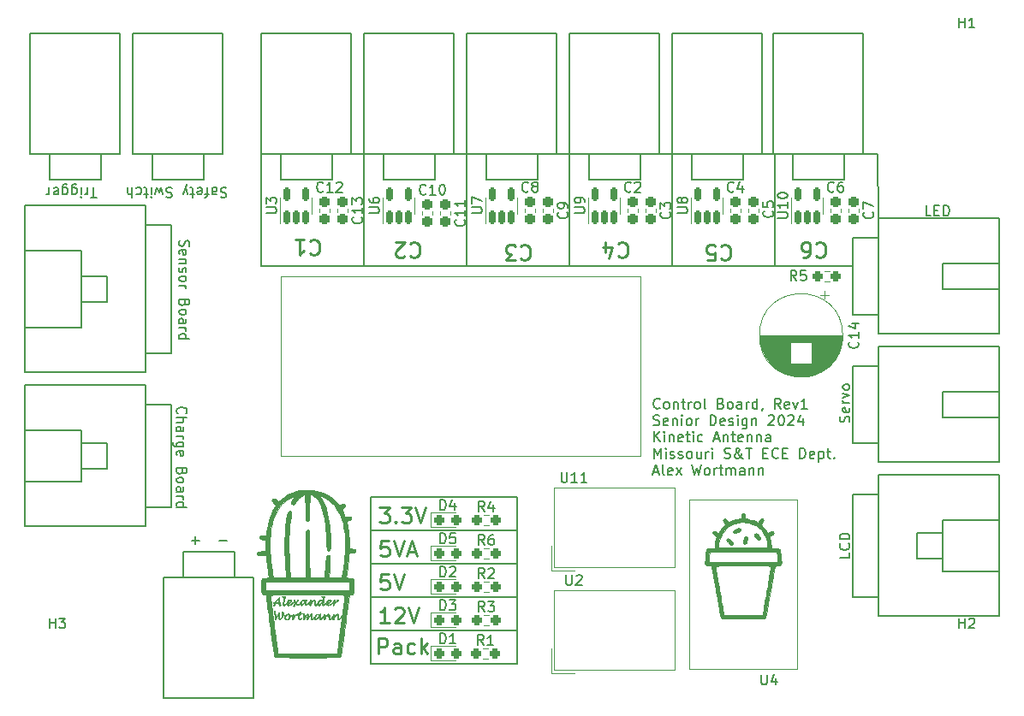
<source format=gto>
G04 #@! TF.GenerationSoftware,KiCad,Pcbnew,7.0.7*
G04 #@! TF.CreationDate,2024-02-27T11:48:22-06:00*
G04 #@! TF.ProjectId,ControlBoard_Hardware,436f6e74-726f-46c4-926f-6172645f4861,rev?*
G04 #@! TF.SameCoordinates,Original*
G04 #@! TF.FileFunction,Legend,Top*
G04 #@! TF.FilePolarity,Positive*
%FSLAX46Y46*%
G04 Gerber Fmt 4.6, Leading zero omitted, Abs format (unit mm)*
G04 Created by KiCad (PCBNEW 7.0.7) date 2024-02-27 11:48:22*
%MOMM*%
%LPD*%
G01*
G04 APERTURE LIST*
G04 Aperture macros list*
%AMRoundRect*
0 Rectangle with rounded corners*
0 $1 Rounding radius*
0 $2 $3 $4 $5 $6 $7 $8 $9 X,Y pos of 4 corners*
0 Add a 4 corners polygon primitive as box body*
4,1,4,$2,$3,$4,$5,$6,$7,$8,$9,$2,$3,0*
0 Add four circle primitives for the rounded corners*
1,1,$1+$1,$2,$3*
1,1,$1+$1,$4,$5*
1,1,$1+$1,$6,$7*
1,1,$1+$1,$8,$9*
0 Add four rect primitives between the rounded corners*
20,1,$1+$1,$2,$3,$4,$5,0*
20,1,$1+$1,$4,$5,$6,$7,0*
20,1,$1+$1,$6,$7,$8,$9,0*
20,1,$1+$1,$8,$9,$2,$3,0*%
G04 Aperture macros list end*
%ADD10C,0.150000*%
%ADD11C,0.254000*%
%ADD12C,0.120000*%
%ADD13C,0.010000*%
%ADD14C,0.100000*%
%ADD15RoundRect,0.237500X0.237500X-0.300000X0.237500X0.300000X-0.237500X0.300000X-0.237500X-0.300000X0*%
%ADD16RoundRect,0.150000X0.150000X-0.512500X0.150000X0.512500X-0.150000X0.512500X-0.150000X-0.512500X0*%
%ADD17C,3.450000*%
%ADD18C,1.524000*%
%ADD19RoundRect,0.237500X-0.287500X-0.237500X0.287500X-0.237500X0.287500X0.237500X-0.287500X0.237500X0*%
%ADD20RoundRect,0.237500X0.250000X0.237500X-0.250000X0.237500X-0.250000X-0.237500X0.250000X-0.237500X0*%
%ADD21R,1.800000X1.800000*%
%ADD22C,1.800000*%
%ADD23R,1.500000X2.500000*%
%ADD24O,1.500000X2.500000*%
%ADD25RoundRect,0.237500X-0.250000X-0.237500X0.250000X-0.237500X0.250000X0.237500X-0.250000X0.237500X0*%
%ADD26C,3.200000*%
%ADD27R,1.600000X1.600000*%
%ADD28C,1.600000*%
G04 APERTURE END LIST*
D10*
X150495000Y-47625000D02*
X150495000Y-58674000D01*
X170815000Y-47625000D02*
X170815000Y-58674000D01*
X165608000Y-81534000D02*
X151130000Y-81534000D01*
X165608000Y-98044000D02*
X165608000Y-81534000D01*
X195961000Y-58674000D02*
X198755000Y-58674000D01*
X165608000Y-94742000D02*
X151130000Y-94742000D01*
X201318500Y-53975000D02*
X201295000Y-47625000D01*
X165608000Y-91440000D02*
X151130000Y-91440000D01*
X199848698Y-47625000D02*
X201295000Y-47625000D01*
X165608000Y-88138000D02*
X151130000Y-88138000D01*
X191135000Y-47625000D02*
X191135000Y-58674000D01*
X150495000Y-58674000D02*
X195961000Y-58674000D01*
X160655000Y-47625000D02*
X160655000Y-58674000D01*
X190958698Y-47625000D02*
X149225000Y-47625000D01*
X140335000Y-47625000D02*
X140335000Y-58674000D01*
X165608000Y-84836000D02*
X151130000Y-84836000D01*
X151130000Y-81534000D02*
X151130000Y-98044000D01*
X180975000Y-47625000D02*
X180975000Y-58674000D01*
X150495000Y-58674000D02*
X140335000Y-58674000D01*
X151130000Y-98044000D02*
X165608000Y-98044000D01*
D11*
X175637180Y-56478859D02*
X175709752Y-56406288D01*
X175709752Y-56406288D02*
X175927466Y-56333716D01*
X175927466Y-56333716D02*
X176072609Y-56333716D01*
X176072609Y-56333716D02*
X176290323Y-56406288D01*
X176290323Y-56406288D02*
X176435466Y-56551430D01*
X176435466Y-56551430D02*
X176508037Y-56696573D01*
X176508037Y-56696573D02*
X176580609Y-56986859D01*
X176580609Y-56986859D02*
X176580609Y-57204573D01*
X176580609Y-57204573D02*
X176508037Y-57494859D01*
X176508037Y-57494859D02*
X176435466Y-57640002D01*
X176435466Y-57640002D02*
X176290323Y-57785145D01*
X176290323Y-57785145D02*
X176072609Y-57857716D01*
X176072609Y-57857716D02*
X175927466Y-57857716D01*
X175927466Y-57857716D02*
X175709752Y-57785145D01*
X175709752Y-57785145D02*
X175637180Y-57712573D01*
X174330895Y-57349716D02*
X174330895Y-56333716D01*
X174693752Y-57930288D02*
X175056609Y-56841716D01*
X175056609Y-56841716D02*
X174113180Y-56841716D01*
X152966247Y-94034283D02*
X152095390Y-94034283D01*
X152530819Y-94034283D02*
X152530819Y-92510283D01*
X152530819Y-92510283D02*
X152385676Y-92727997D01*
X152385676Y-92727997D02*
X152240533Y-92873140D01*
X152240533Y-92873140D02*
X152095390Y-92945712D01*
X153546819Y-92655426D02*
X153619391Y-92582854D01*
X153619391Y-92582854D02*
X153764534Y-92510283D01*
X153764534Y-92510283D02*
X154127391Y-92510283D01*
X154127391Y-92510283D02*
X154272534Y-92582854D01*
X154272534Y-92582854D02*
X154345105Y-92655426D01*
X154345105Y-92655426D02*
X154417676Y-92800569D01*
X154417676Y-92800569D02*
X154417676Y-92945712D01*
X154417676Y-92945712D02*
X154345105Y-93163426D01*
X154345105Y-93163426D02*
X153474248Y-94034283D01*
X153474248Y-94034283D02*
X154417676Y-94034283D01*
X154853105Y-92510283D02*
X155361105Y-94034283D01*
X155361105Y-94034283D02*
X155869105Y-92510283D01*
D10*
X133432779Y-85848866D02*
X134194684Y-85848866D01*
X133813731Y-86229819D02*
X133813731Y-85467914D01*
X136194684Y-85848866D02*
X136956589Y-85848866D01*
D11*
X195195180Y-56478859D02*
X195267752Y-56406288D01*
X195267752Y-56406288D02*
X195485466Y-56333716D01*
X195485466Y-56333716D02*
X195630609Y-56333716D01*
X195630609Y-56333716D02*
X195848323Y-56406288D01*
X195848323Y-56406288D02*
X195993466Y-56551430D01*
X195993466Y-56551430D02*
X196066037Y-56696573D01*
X196066037Y-56696573D02*
X196138609Y-56986859D01*
X196138609Y-56986859D02*
X196138609Y-57204573D01*
X196138609Y-57204573D02*
X196066037Y-57494859D01*
X196066037Y-57494859D02*
X195993466Y-57640002D01*
X195993466Y-57640002D02*
X195848323Y-57785145D01*
X195848323Y-57785145D02*
X195630609Y-57857716D01*
X195630609Y-57857716D02*
X195485466Y-57857716D01*
X195485466Y-57857716D02*
X195267752Y-57785145D01*
X195267752Y-57785145D02*
X195195180Y-57712573D01*
X193888895Y-57857716D02*
X194179180Y-57857716D01*
X194179180Y-57857716D02*
X194324323Y-57785145D01*
X194324323Y-57785145D02*
X194396895Y-57712573D01*
X194396895Y-57712573D02*
X194542037Y-57494859D01*
X194542037Y-57494859D02*
X194614609Y-57204573D01*
X194614609Y-57204573D02*
X194614609Y-56624002D01*
X194614609Y-56624002D02*
X194542037Y-56478859D01*
X194542037Y-56478859D02*
X194469466Y-56406288D01*
X194469466Y-56406288D02*
X194324323Y-56333716D01*
X194324323Y-56333716D02*
X194034037Y-56333716D01*
X194034037Y-56333716D02*
X193888895Y-56406288D01*
X193888895Y-56406288D02*
X193816323Y-56478859D01*
X193816323Y-56478859D02*
X193743752Y-56624002D01*
X193743752Y-56624002D02*
X193743752Y-56986859D01*
X193743752Y-56986859D02*
X193816323Y-57132002D01*
X193816323Y-57132002D02*
X193888895Y-57204573D01*
X193888895Y-57204573D02*
X194034037Y-57277145D01*
X194034037Y-57277145D02*
X194324323Y-57277145D01*
X194324323Y-57277145D02*
X194469466Y-57204573D01*
X194469466Y-57204573D02*
X194542037Y-57132002D01*
X194542037Y-57132002D02*
X194614609Y-56986859D01*
D10*
X179737160Y-72730059D02*
X179688779Y-72778440D01*
X179688779Y-72778440D02*
X179543636Y-72826820D01*
X179543636Y-72826820D02*
X179446874Y-72826820D01*
X179446874Y-72826820D02*
X179301731Y-72778440D01*
X179301731Y-72778440D02*
X179204969Y-72681678D01*
X179204969Y-72681678D02*
X179156588Y-72584916D01*
X179156588Y-72584916D02*
X179108207Y-72391392D01*
X179108207Y-72391392D02*
X179108207Y-72246249D01*
X179108207Y-72246249D02*
X179156588Y-72052725D01*
X179156588Y-72052725D02*
X179204969Y-71955963D01*
X179204969Y-71955963D02*
X179301731Y-71859201D01*
X179301731Y-71859201D02*
X179446874Y-71810820D01*
X179446874Y-71810820D02*
X179543636Y-71810820D01*
X179543636Y-71810820D02*
X179688779Y-71859201D01*
X179688779Y-71859201D02*
X179737160Y-71907582D01*
X180317731Y-72826820D02*
X180220969Y-72778440D01*
X180220969Y-72778440D02*
X180172588Y-72730059D01*
X180172588Y-72730059D02*
X180124207Y-72633297D01*
X180124207Y-72633297D02*
X180124207Y-72343011D01*
X180124207Y-72343011D02*
X180172588Y-72246249D01*
X180172588Y-72246249D02*
X180220969Y-72197868D01*
X180220969Y-72197868D02*
X180317731Y-72149487D01*
X180317731Y-72149487D02*
X180462874Y-72149487D01*
X180462874Y-72149487D02*
X180559636Y-72197868D01*
X180559636Y-72197868D02*
X180608017Y-72246249D01*
X180608017Y-72246249D02*
X180656398Y-72343011D01*
X180656398Y-72343011D02*
X180656398Y-72633297D01*
X180656398Y-72633297D02*
X180608017Y-72730059D01*
X180608017Y-72730059D02*
X180559636Y-72778440D01*
X180559636Y-72778440D02*
X180462874Y-72826820D01*
X180462874Y-72826820D02*
X180317731Y-72826820D01*
X181091826Y-72149487D02*
X181091826Y-72826820D01*
X181091826Y-72246249D02*
X181140207Y-72197868D01*
X181140207Y-72197868D02*
X181236969Y-72149487D01*
X181236969Y-72149487D02*
X181382112Y-72149487D01*
X181382112Y-72149487D02*
X181478874Y-72197868D01*
X181478874Y-72197868D02*
X181527255Y-72294630D01*
X181527255Y-72294630D02*
X181527255Y-72826820D01*
X181865921Y-72149487D02*
X182252969Y-72149487D01*
X182011064Y-71810820D02*
X182011064Y-72681678D01*
X182011064Y-72681678D02*
X182059445Y-72778440D01*
X182059445Y-72778440D02*
X182156207Y-72826820D01*
X182156207Y-72826820D02*
X182252969Y-72826820D01*
X182591635Y-72826820D02*
X182591635Y-72149487D01*
X182591635Y-72343011D02*
X182640016Y-72246249D01*
X182640016Y-72246249D02*
X182688397Y-72197868D01*
X182688397Y-72197868D02*
X182785159Y-72149487D01*
X182785159Y-72149487D02*
X182881921Y-72149487D01*
X183365730Y-72826820D02*
X183268968Y-72778440D01*
X183268968Y-72778440D02*
X183220587Y-72730059D01*
X183220587Y-72730059D02*
X183172206Y-72633297D01*
X183172206Y-72633297D02*
X183172206Y-72343011D01*
X183172206Y-72343011D02*
X183220587Y-72246249D01*
X183220587Y-72246249D02*
X183268968Y-72197868D01*
X183268968Y-72197868D02*
X183365730Y-72149487D01*
X183365730Y-72149487D02*
X183510873Y-72149487D01*
X183510873Y-72149487D02*
X183607635Y-72197868D01*
X183607635Y-72197868D02*
X183656016Y-72246249D01*
X183656016Y-72246249D02*
X183704397Y-72343011D01*
X183704397Y-72343011D02*
X183704397Y-72633297D01*
X183704397Y-72633297D02*
X183656016Y-72730059D01*
X183656016Y-72730059D02*
X183607635Y-72778440D01*
X183607635Y-72778440D02*
X183510873Y-72826820D01*
X183510873Y-72826820D02*
X183365730Y-72826820D01*
X184284968Y-72826820D02*
X184188206Y-72778440D01*
X184188206Y-72778440D02*
X184139825Y-72681678D01*
X184139825Y-72681678D02*
X184139825Y-71810820D01*
X185784777Y-72294630D02*
X185929920Y-72343011D01*
X185929920Y-72343011D02*
X185978301Y-72391392D01*
X185978301Y-72391392D02*
X186026682Y-72488154D01*
X186026682Y-72488154D02*
X186026682Y-72633297D01*
X186026682Y-72633297D02*
X185978301Y-72730059D01*
X185978301Y-72730059D02*
X185929920Y-72778440D01*
X185929920Y-72778440D02*
X185833158Y-72826820D01*
X185833158Y-72826820D02*
X185446110Y-72826820D01*
X185446110Y-72826820D02*
X185446110Y-71810820D01*
X185446110Y-71810820D02*
X185784777Y-71810820D01*
X185784777Y-71810820D02*
X185881539Y-71859201D01*
X185881539Y-71859201D02*
X185929920Y-71907582D01*
X185929920Y-71907582D02*
X185978301Y-72004344D01*
X185978301Y-72004344D02*
X185978301Y-72101106D01*
X185978301Y-72101106D02*
X185929920Y-72197868D01*
X185929920Y-72197868D02*
X185881539Y-72246249D01*
X185881539Y-72246249D02*
X185784777Y-72294630D01*
X185784777Y-72294630D02*
X185446110Y-72294630D01*
X186607253Y-72826820D02*
X186510491Y-72778440D01*
X186510491Y-72778440D02*
X186462110Y-72730059D01*
X186462110Y-72730059D02*
X186413729Y-72633297D01*
X186413729Y-72633297D02*
X186413729Y-72343011D01*
X186413729Y-72343011D02*
X186462110Y-72246249D01*
X186462110Y-72246249D02*
X186510491Y-72197868D01*
X186510491Y-72197868D02*
X186607253Y-72149487D01*
X186607253Y-72149487D02*
X186752396Y-72149487D01*
X186752396Y-72149487D02*
X186849158Y-72197868D01*
X186849158Y-72197868D02*
X186897539Y-72246249D01*
X186897539Y-72246249D02*
X186945920Y-72343011D01*
X186945920Y-72343011D02*
X186945920Y-72633297D01*
X186945920Y-72633297D02*
X186897539Y-72730059D01*
X186897539Y-72730059D02*
X186849158Y-72778440D01*
X186849158Y-72778440D02*
X186752396Y-72826820D01*
X186752396Y-72826820D02*
X186607253Y-72826820D01*
X187816777Y-72826820D02*
X187816777Y-72294630D01*
X187816777Y-72294630D02*
X187768396Y-72197868D01*
X187768396Y-72197868D02*
X187671634Y-72149487D01*
X187671634Y-72149487D02*
X187478110Y-72149487D01*
X187478110Y-72149487D02*
X187381348Y-72197868D01*
X187816777Y-72778440D02*
X187720015Y-72826820D01*
X187720015Y-72826820D02*
X187478110Y-72826820D01*
X187478110Y-72826820D02*
X187381348Y-72778440D01*
X187381348Y-72778440D02*
X187332967Y-72681678D01*
X187332967Y-72681678D02*
X187332967Y-72584916D01*
X187332967Y-72584916D02*
X187381348Y-72488154D01*
X187381348Y-72488154D02*
X187478110Y-72439773D01*
X187478110Y-72439773D02*
X187720015Y-72439773D01*
X187720015Y-72439773D02*
X187816777Y-72391392D01*
X188300586Y-72826820D02*
X188300586Y-72149487D01*
X188300586Y-72343011D02*
X188348967Y-72246249D01*
X188348967Y-72246249D02*
X188397348Y-72197868D01*
X188397348Y-72197868D02*
X188494110Y-72149487D01*
X188494110Y-72149487D02*
X188590872Y-72149487D01*
X189364967Y-72826820D02*
X189364967Y-71810820D01*
X189364967Y-72778440D02*
X189268205Y-72826820D01*
X189268205Y-72826820D02*
X189074681Y-72826820D01*
X189074681Y-72826820D02*
X188977919Y-72778440D01*
X188977919Y-72778440D02*
X188929538Y-72730059D01*
X188929538Y-72730059D02*
X188881157Y-72633297D01*
X188881157Y-72633297D02*
X188881157Y-72343011D01*
X188881157Y-72343011D02*
X188929538Y-72246249D01*
X188929538Y-72246249D02*
X188977919Y-72197868D01*
X188977919Y-72197868D02*
X189074681Y-72149487D01*
X189074681Y-72149487D02*
X189268205Y-72149487D01*
X189268205Y-72149487D02*
X189364967Y-72197868D01*
X189897157Y-72778440D02*
X189897157Y-72826820D01*
X189897157Y-72826820D02*
X189848776Y-72923582D01*
X189848776Y-72923582D02*
X189800395Y-72971963D01*
X191687253Y-72826820D02*
X191348586Y-72343011D01*
X191106681Y-72826820D02*
X191106681Y-71810820D01*
X191106681Y-71810820D02*
X191493729Y-71810820D01*
X191493729Y-71810820D02*
X191590491Y-71859201D01*
X191590491Y-71859201D02*
X191638872Y-71907582D01*
X191638872Y-71907582D02*
X191687253Y-72004344D01*
X191687253Y-72004344D02*
X191687253Y-72149487D01*
X191687253Y-72149487D02*
X191638872Y-72246249D01*
X191638872Y-72246249D02*
X191590491Y-72294630D01*
X191590491Y-72294630D02*
X191493729Y-72343011D01*
X191493729Y-72343011D02*
X191106681Y-72343011D01*
X192509729Y-72778440D02*
X192412967Y-72826820D01*
X192412967Y-72826820D02*
X192219443Y-72826820D01*
X192219443Y-72826820D02*
X192122681Y-72778440D01*
X192122681Y-72778440D02*
X192074300Y-72681678D01*
X192074300Y-72681678D02*
X192074300Y-72294630D01*
X192074300Y-72294630D02*
X192122681Y-72197868D01*
X192122681Y-72197868D02*
X192219443Y-72149487D01*
X192219443Y-72149487D02*
X192412967Y-72149487D01*
X192412967Y-72149487D02*
X192509729Y-72197868D01*
X192509729Y-72197868D02*
X192558110Y-72294630D01*
X192558110Y-72294630D02*
X192558110Y-72391392D01*
X192558110Y-72391392D02*
X192074300Y-72488154D01*
X192896776Y-72149487D02*
X193138681Y-72826820D01*
X193138681Y-72826820D02*
X193380586Y-72149487D01*
X194299824Y-72826820D02*
X193719252Y-72826820D01*
X194009538Y-72826820D02*
X194009538Y-71810820D01*
X194009538Y-71810820D02*
X193912776Y-71955963D01*
X193912776Y-71955963D02*
X193816014Y-72052725D01*
X193816014Y-72052725D02*
X193719252Y-72101106D01*
X179108207Y-74414200D02*
X179253350Y-74462580D01*
X179253350Y-74462580D02*
X179495255Y-74462580D01*
X179495255Y-74462580D02*
X179592017Y-74414200D01*
X179592017Y-74414200D02*
X179640398Y-74365819D01*
X179640398Y-74365819D02*
X179688779Y-74269057D01*
X179688779Y-74269057D02*
X179688779Y-74172295D01*
X179688779Y-74172295D02*
X179640398Y-74075533D01*
X179640398Y-74075533D02*
X179592017Y-74027152D01*
X179592017Y-74027152D02*
X179495255Y-73978771D01*
X179495255Y-73978771D02*
X179301731Y-73930390D01*
X179301731Y-73930390D02*
X179204969Y-73882009D01*
X179204969Y-73882009D02*
X179156588Y-73833628D01*
X179156588Y-73833628D02*
X179108207Y-73736866D01*
X179108207Y-73736866D02*
X179108207Y-73640104D01*
X179108207Y-73640104D02*
X179156588Y-73543342D01*
X179156588Y-73543342D02*
X179204969Y-73494961D01*
X179204969Y-73494961D02*
X179301731Y-73446580D01*
X179301731Y-73446580D02*
X179543636Y-73446580D01*
X179543636Y-73446580D02*
X179688779Y-73494961D01*
X180511255Y-74414200D02*
X180414493Y-74462580D01*
X180414493Y-74462580D02*
X180220969Y-74462580D01*
X180220969Y-74462580D02*
X180124207Y-74414200D01*
X180124207Y-74414200D02*
X180075826Y-74317438D01*
X180075826Y-74317438D02*
X180075826Y-73930390D01*
X180075826Y-73930390D02*
X180124207Y-73833628D01*
X180124207Y-73833628D02*
X180220969Y-73785247D01*
X180220969Y-73785247D02*
X180414493Y-73785247D01*
X180414493Y-73785247D02*
X180511255Y-73833628D01*
X180511255Y-73833628D02*
X180559636Y-73930390D01*
X180559636Y-73930390D02*
X180559636Y-74027152D01*
X180559636Y-74027152D02*
X180075826Y-74123914D01*
X180995064Y-73785247D02*
X180995064Y-74462580D01*
X180995064Y-73882009D02*
X181043445Y-73833628D01*
X181043445Y-73833628D02*
X181140207Y-73785247D01*
X181140207Y-73785247D02*
X181285350Y-73785247D01*
X181285350Y-73785247D02*
X181382112Y-73833628D01*
X181382112Y-73833628D02*
X181430493Y-73930390D01*
X181430493Y-73930390D02*
X181430493Y-74462580D01*
X181914302Y-74462580D02*
X181914302Y-73785247D01*
X181914302Y-73446580D02*
X181865921Y-73494961D01*
X181865921Y-73494961D02*
X181914302Y-73543342D01*
X181914302Y-73543342D02*
X181962683Y-73494961D01*
X181962683Y-73494961D02*
X181914302Y-73446580D01*
X181914302Y-73446580D02*
X181914302Y-73543342D01*
X182543255Y-74462580D02*
X182446493Y-74414200D01*
X182446493Y-74414200D02*
X182398112Y-74365819D01*
X182398112Y-74365819D02*
X182349731Y-74269057D01*
X182349731Y-74269057D02*
X182349731Y-73978771D01*
X182349731Y-73978771D02*
X182398112Y-73882009D01*
X182398112Y-73882009D02*
X182446493Y-73833628D01*
X182446493Y-73833628D02*
X182543255Y-73785247D01*
X182543255Y-73785247D02*
X182688398Y-73785247D01*
X182688398Y-73785247D02*
X182785160Y-73833628D01*
X182785160Y-73833628D02*
X182833541Y-73882009D01*
X182833541Y-73882009D02*
X182881922Y-73978771D01*
X182881922Y-73978771D02*
X182881922Y-74269057D01*
X182881922Y-74269057D02*
X182833541Y-74365819D01*
X182833541Y-74365819D02*
X182785160Y-74414200D01*
X182785160Y-74414200D02*
X182688398Y-74462580D01*
X182688398Y-74462580D02*
X182543255Y-74462580D01*
X183317350Y-74462580D02*
X183317350Y-73785247D01*
X183317350Y-73978771D02*
X183365731Y-73882009D01*
X183365731Y-73882009D02*
X183414112Y-73833628D01*
X183414112Y-73833628D02*
X183510874Y-73785247D01*
X183510874Y-73785247D02*
X183607636Y-73785247D01*
X184720397Y-74462580D02*
X184720397Y-73446580D01*
X184720397Y-73446580D02*
X184962302Y-73446580D01*
X184962302Y-73446580D02*
X185107445Y-73494961D01*
X185107445Y-73494961D02*
X185204207Y-73591723D01*
X185204207Y-73591723D02*
X185252588Y-73688485D01*
X185252588Y-73688485D02*
X185300969Y-73882009D01*
X185300969Y-73882009D02*
X185300969Y-74027152D01*
X185300969Y-74027152D02*
X185252588Y-74220676D01*
X185252588Y-74220676D02*
X185204207Y-74317438D01*
X185204207Y-74317438D02*
X185107445Y-74414200D01*
X185107445Y-74414200D02*
X184962302Y-74462580D01*
X184962302Y-74462580D02*
X184720397Y-74462580D01*
X186123445Y-74414200D02*
X186026683Y-74462580D01*
X186026683Y-74462580D02*
X185833159Y-74462580D01*
X185833159Y-74462580D02*
X185736397Y-74414200D01*
X185736397Y-74414200D02*
X185688016Y-74317438D01*
X185688016Y-74317438D02*
X185688016Y-73930390D01*
X185688016Y-73930390D02*
X185736397Y-73833628D01*
X185736397Y-73833628D02*
X185833159Y-73785247D01*
X185833159Y-73785247D02*
X186026683Y-73785247D01*
X186026683Y-73785247D02*
X186123445Y-73833628D01*
X186123445Y-73833628D02*
X186171826Y-73930390D01*
X186171826Y-73930390D02*
X186171826Y-74027152D01*
X186171826Y-74027152D02*
X185688016Y-74123914D01*
X186558873Y-74414200D02*
X186655635Y-74462580D01*
X186655635Y-74462580D02*
X186849159Y-74462580D01*
X186849159Y-74462580D02*
X186945921Y-74414200D01*
X186945921Y-74414200D02*
X186994302Y-74317438D01*
X186994302Y-74317438D02*
X186994302Y-74269057D01*
X186994302Y-74269057D02*
X186945921Y-74172295D01*
X186945921Y-74172295D02*
X186849159Y-74123914D01*
X186849159Y-74123914D02*
X186704016Y-74123914D01*
X186704016Y-74123914D02*
X186607254Y-74075533D01*
X186607254Y-74075533D02*
X186558873Y-73978771D01*
X186558873Y-73978771D02*
X186558873Y-73930390D01*
X186558873Y-73930390D02*
X186607254Y-73833628D01*
X186607254Y-73833628D02*
X186704016Y-73785247D01*
X186704016Y-73785247D02*
X186849159Y-73785247D01*
X186849159Y-73785247D02*
X186945921Y-73833628D01*
X187429730Y-74462580D02*
X187429730Y-73785247D01*
X187429730Y-73446580D02*
X187381349Y-73494961D01*
X187381349Y-73494961D02*
X187429730Y-73543342D01*
X187429730Y-73543342D02*
X187478111Y-73494961D01*
X187478111Y-73494961D02*
X187429730Y-73446580D01*
X187429730Y-73446580D02*
X187429730Y-73543342D01*
X188348969Y-73785247D02*
X188348969Y-74607723D01*
X188348969Y-74607723D02*
X188300588Y-74704485D01*
X188300588Y-74704485D02*
X188252207Y-74752866D01*
X188252207Y-74752866D02*
X188155445Y-74801247D01*
X188155445Y-74801247D02*
X188010302Y-74801247D01*
X188010302Y-74801247D02*
X187913540Y-74752866D01*
X188348969Y-74414200D02*
X188252207Y-74462580D01*
X188252207Y-74462580D02*
X188058683Y-74462580D01*
X188058683Y-74462580D02*
X187961921Y-74414200D01*
X187961921Y-74414200D02*
X187913540Y-74365819D01*
X187913540Y-74365819D02*
X187865159Y-74269057D01*
X187865159Y-74269057D02*
X187865159Y-73978771D01*
X187865159Y-73978771D02*
X187913540Y-73882009D01*
X187913540Y-73882009D02*
X187961921Y-73833628D01*
X187961921Y-73833628D02*
X188058683Y-73785247D01*
X188058683Y-73785247D02*
X188252207Y-73785247D01*
X188252207Y-73785247D02*
X188348969Y-73833628D01*
X188832778Y-73785247D02*
X188832778Y-74462580D01*
X188832778Y-73882009D02*
X188881159Y-73833628D01*
X188881159Y-73833628D02*
X188977921Y-73785247D01*
X188977921Y-73785247D02*
X189123064Y-73785247D01*
X189123064Y-73785247D02*
X189219826Y-73833628D01*
X189219826Y-73833628D02*
X189268207Y-73930390D01*
X189268207Y-73930390D02*
X189268207Y-74462580D01*
X190477730Y-73543342D02*
X190526111Y-73494961D01*
X190526111Y-73494961D02*
X190622873Y-73446580D01*
X190622873Y-73446580D02*
X190864778Y-73446580D01*
X190864778Y-73446580D02*
X190961540Y-73494961D01*
X190961540Y-73494961D02*
X191009921Y-73543342D01*
X191009921Y-73543342D02*
X191058302Y-73640104D01*
X191058302Y-73640104D02*
X191058302Y-73736866D01*
X191058302Y-73736866D02*
X191009921Y-73882009D01*
X191009921Y-73882009D02*
X190429349Y-74462580D01*
X190429349Y-74462580D02*
X191058302Y-74462580D01*
X191687254Y-73446580D02*
X191784016Y-73446580D01*
X191784016Y-73446580D02*
X191880778Y-73494961D01*
X191880778Y-73494961D02*
X191929159Y-73543342D01*
X191929159Y-73543342D02*
X191977540Y-73640104D01*
X191977540Y-73640104D02*
X192025921Y-73833628D01*
X192025921Y-73833628D02*
X192025921Y-74075533D01*
X192025921Y-74075533D02*
X191977540Y-74269057D01*
X191977540Y-74269057D02*
X191929159Y-74365819D01*
X191929159Y-74365819D02*
X191880778Y-74414200D01*
X191880778Y-74414200D02*
X191784016Y-74462580D01*
X191784016Y-74462580D02*
X191687254Y-74462580D01*
X191687254Y-74462580D02*
X191590492Y-74414200D01*
X191590492Y-74414200D02*
X191542111Y-74365819D01*
X191542111Y-74365819D02*
X191493730Y-74269057D01*
X191493730Y-74269057D02*
X191445349Y-74075533D01*
X191445349Y-74075533D02*
X191445349Y-73833628D01*
X191445349Y-73833628D02*
X191493730Y-73640104D01*
X191493730Y-73640104D02*
X191542111Y-73543342D01*
X191542111Y-73543342D02*
X191590492Y-73494961D01*
X191590492Y-73494961D02*
X191687254Y-73446580D01*
X192412968Y-73543342D02*
X192461349Y-73494961D01*
X192461349Y-73494961D02*
X192558111Y-73446580D01*
X192558111Y-73446580D02*
X192800016Y-73446580D01*
X192800016Y-73446580D02*
X192896778Y-73494961D01*
X192896778Y-73494961D02*
X192945159Y-73543342D01*
X192945159Y-73543342D02*
X192993540Y-73640104D01*
X192993540Y-73640104D02*
X192993540Y-73736866D01*
X192993540Y-73736866D02*
X192945159Y-73882009D01*
X192945159Y-73882009D02*
X192364587Y-74462580D01*
X192364587Y-74462580D02*
X192993540Y-74462580D01*
X193864397Y-73785247D02*
X193864397Y-74462580D01*
X193622492Y-73398200D02*
X193380587Y-74123914D01*
X193380587Y-74123914D02*
X194009540Y-74123914D01*
X179156588Y-76098340D02*
X179156588Y-75082340D01*
X179737160Y-76098340D02*
X179301731Y-75517769D01*
X179737160Y-75082340D02*
X179156588Y-75662912D01*
X180172588Y-76098340D02*
X180172588Y-75421007D01*
X180172588Y-75082340D02*
X180124207Y-75130721D01*
X180124207Y-75130721D02*
X180172588Y-75179102D01*
X180172588Y-75179102D02*
X180220969Y-75130721D01*
X180220969Y-75130721D02*
X180172588Y-75082340D01*
X180172588Y-75082340D02*
X180172588Y-75179102D01*
X180656398Y-75421007D02*
X180656398Y-76098340D01*
X180656398Y-75517769D02*
X180704779Y-75469388D01*
X180704779Y-75469388D02*
X180801541Y-75421007D01*
X180801541Y-75421007D02*
X180946684Y-75421007D01*
X180946684Y-75421007D02*
X181043446Y-75469388D01*
X181043446Y-75469388D02*
X181091827Y-75566150D01*
X181091827Y-75566150D02*
X181091827Y-76098340D01*
X181962684Y-76049960D02*
X181865922Y-76098340D01*
X181865922Y-76098340D02*
X181672398Y-76098340D01*
X181672398Y-76098340D02*
X181575636Y-76049960D01*
X181575636Y-76049960D02*
X181527255Y-75953198D01*
X181527255Y-75953198D02*
X181527255Y-75566150D01*
X181527255Y-75566150D02*
X181575636Y-75469388D01*
X181575636Y-75469388D02*
X181672398Y-75421007D01*
X181672398Y-75421007D02*
X181865922Y-75421007D01*
X181865922Y-75421007D02*
X181962684Y-75469388D01*
X181962684Y-75469388D02*
X182011065Y-75566150D01*
X182011065Y-75566150D02*
X182011065Y-75662912D01*
X182011065Y-75662912D02*
X181527255Y-75759674D01*
X182301350Y-75421007D02*
X182688398Y-75421007D01*
X182446493Y-75082340D02*
X182446493Y-75953198D01*
X182446493Y-75953198D02*
X182494874Y-76049960D01*
X182494874Y-76049960D02*
X182591636Y-76098340D01*
X182591636Y-76098340D02*
X182688398Y-76098340D01*
X183027064Y-76098340D02*
X183027064Y-75421007D01*
X183027064Y-75082340D02*
X182978683Y-75130721D01*
X182978683Y-75130721D02*
X183027064Y-75179102D01*
X183027064Y-75179102D02*
X183075445Y-75130721D01*
X183075445Y-75130721D02*
X183027064Y-75082340D01*
X183027064Y-75082340D02*
X183027064Y-75179102D01*
X183946303Y-76049960D02*
X183849541Y-76098340D01*
X183849541Y-76098340D02*
X183656017Y-76098340D01*
X183656017Y-76098340D02*
X183559255Y-76049960D01*
X183559255Y-76049960D02*
X183510874Y-76001579D01*
X183510874Y-76001579D02*
X183462493Y-75904817D01*
X183462493Y-75904817D02*
X183462493Y-75614531D01*
X183462493Y-75614531D02*
X183510874Y-75517769D01*
X183510874Y-75517769D02*
X183559255Y-75469388D01*
X183559255Y-75469388D02*
X183656017Y-75421007D01*
X183656017Y-75421007D02*
X183849541Y-75421007D01*
X183849541Y-75421007D02*
X183946303Y-75469388D01*
X185107445Y-75808055D02*
X185591255Y-75808055D01*
X185010683Y-76098340D02*
X185349350Y-75082340D01*
X185349350Y-75082340D02*
X185688017Y-76098340D01*
X186026683Y-75421007D02*
X186026683Y-76098340D01*
X186026683Y-75517769D02*
X186075064Y-75469388D01*
X186075064Y-75469388D02*
X186171826Y-75421007D01*
X186171826Y-75421007D02*
X186316969Y-75421007D01*
X186316969Y-75421007D02*
X186413731Y-75469388D01*
X186413731Y-75469388D02*
X186462112Y-75566150D01*
X186462112Y-75566150D02*
X186462112Y-76098340D01*
X186800778Y-75421007D02*
X187187826Y-75421007D01*
X186945921Y-75082340D02*
X186945921Y-75953198D01*
X186945921Y-75953198D02*
X186994302Y-76049960D01*
X186994302Y-76049960D02*
X187091064Y-76098340D01*
X187091064Y-76098340D02*
X187187826Y-76098340D01*
X187913540Y-76049960D02*
X187816778Y-76098340D01*
X187816778Y-76098340D02*
X187623254Y-76098340D01*
X187623254Y-76098340D02*
X187526492Y-76049960D01*
X187526492Y-76049960D02*
X187478111Y-75953198D01*
X187478111Y-75953198D02*
X187478111Y-75566150D01*
X187478111Y-75566150D02*
X187526492Y-75469388D01*
X187526492Y-75469388D02*
X187623254Y-75421007D01*
X187623254Y-75421007D02*
X187816778Y-75421007D01*
X187816778Y-75421007D02*
X187913540Y-75469388D01*
X187913540Y-75469388D02*
X187961921Y-75566150D01*
X187961921Y-75566150D02*
X187961921Y-75662912D01*
X187961921Y-75662912D02*
X187478111Y-75759674D01*
X188397349Y-75421007D02*
X188397349Y-76098340D01*
X188397349Y-75517769D02*
X188445730Y-75469388D01*
X188445730Y-75469388D02*
X188542492Y-75421007D01*
X188542492Y-75421007D02*
X188687635Y-75421007D01*
X188687635Y-75421007D02*
X188784397Y-75469388D01*
X188784397Y-75469388D02*
X188832778Y-75566150D01*
X188832778Y-75566150D02*
X188832778Y-76098340D01*
X189316587Y-75421007D02*
X189316587Y-76098340D01*
X189316587Y-75517769D02*
X189364968Y-75469388D01*
X189364968Y-75469388D02*
X189461730Y-75421007D01*
X189461730Y-75421007D02*
X189606873Y-75421007D01*
X189606873Y-75421007D02*
X189703635Y-75469388D01*
X189703635Y-75469388D02*
X189752016Y-75566150D01*
X189752016Y-75566150D02*
X189752016Y-76098340D01*
X190671254Y-76098340D02*
X190671254Y-75566150D01*
X190671254Y-75566150D02*
X190622873Y-75469388D01*
X190622873Y-75469388D02*
X190526111Y-75421007D01*
X190526111Y-75421007D02*
X190332587Y-75421007D01*
X190332587Y-75421007D02*
X190235825Y-75469388D01*
X190671254Y-76049960D02*
X190574492Y-76098340D01*
X190574492Y-76098340D02*
X190332587Y-76098340D01*
X190332587Y-76098340D02*
X190235825Y-76049960D01*
X190235825Y-76049960D02*
X190187444Y-75953198D01*
X190187444Y-75953198D02*
X190187444Y-75856436D01*
X190187444Y-75856436D02*
X190235825Y-75759674D01*
X190235825Y-75759674D02*
X190332587Y-75711293D01*
X190332587Y-75711293D02*
X190574492Y-75711293D01*
X190574492Y-75711293D02*
X190671254Y-75662912D01*
X179156588Y-77734100D02*
X179156588Y-76718100D01*
X179156588Y-76718100D02*
X179495255Y-77443815D01*
X179495255Y-77443815D02*
X179833922Y-76718100D01*
X179833922Y-76718100D02*
X179833922Y-77734100D01*
X180317731Y-77734100D02*
X180317731Y-77056767D01*
X180317731Y-76718100D02*
X180269350Y-76766481D01*
X180269350Y-76766481D02*
X180317731Y-76814862D01*
X180317731Y-76814862D02*
X180366112Y-76766481D01*
X180366112Y-76766481D02*
X180317731Y-76718100D01*
X180317731Y-76718100D02*
X180317731Y-76814862D01*
X180753160Y-77685720D02*
X180849922Y-77734100D01*
X180849922Y-77734100D02*
X181043446Y-77734100D01*
X181043446Y-77734100D02*
X181140208Y-77685720D01*
X181140208Y-77685720D02*
X181188589Y-77588958D01*
X181188589Y-77588958D02*
X181188589Y-77540577D01*
X181188589Y-77540577D02*
X181140208Y-77443815D01*
X181140208Y-77443815D02*
X181043446Y-77395434D01*
X181043446Y-77395434D02*
X180898303Y-77395434D01*
X180898303Y-77395434D02*
X180801541Y-77347053D01*
X180801541Y-77347053D02*
X180753160Y-77250291D01*
X180753160Y-77250291D02*
X180753160Y-77201910D01*
X180753160Y-77201910D02*
X180801541Y-77105148D01*
X180801541Y-77105148D02*
X180898303Y-77056767D01*
X180898303Y-77056767D02*
X181043446Y-77056767D01*
X181043446Y-77056767D02*
X181140208Y-77105148D01*
X181575636Y-77685720D02*
X181672398Y-77734100D01*
X181672398Y-77734100D02*
X181865922Y-77734100D01*
X181865922Y-77734100D02*
X181962684Y-77685720D01*
X181962684Y-77685720D02*
X182011065Y-77588958D01*
X182011065Y-77588958D02*
X182011065Y-77540577D01*
X182011065Y-77540577D02*
X181962684Y-77443815D01*
X181962684Y-77443815D02*
X181865922Y-77395434D01*
X181865922Y-77395434D02*
X181720779Y-77395434D01*
X181720779Y-77395434D02*
X181624017Y-77347053D01*
X181624017Y-77347053D02*
X181575636Y-77250291D01*
X181575636Y-77250291D02*
X181575636Y-77201910D01*
X181575636Y-77201910D02*
X181624017Y-77105148D01*
X181624017Y-77105148D02*
X181720779Y-77056767D01*
X181720779Y-77056767D02*
X181865922Y-77056767D01*
X181865922Y-77056767D02*
X181962684Y-77105148D01*
X182591636Y-77734100D02*
X182494874Y-77685720D01*
X182494874Y-77685720D02*
X182446493Y-77637339D01*
X182446493Y-77637339D02*
X182398112Y-77540577D01*
X182398112Y-77540577D02*
X182398112Y-77250291D01*
X182398112Y-77250291D02*
X182446493Y-77153529D01*
X182446493Y-77153529D02*
X182494874Y-77105148D01*
X182494874Y-77105148D02*
X182591636Y-77056767D01*
X182591636Y-77056767D02*
X182736779Y-77056767D01*
X182736779Y-77056767D02*
X182833541Y-77105148D01*
X182833541Y-77105148D02*
X182881922Y-77153529D01*
X182881922Y-77153529D02*
X182930303Y-77250291D01*
X182930303Y-77250291D02*
X182930303Y-77540577D01*
X182930303Y-77540577D02*
X182881922Y-77637339D01*
X182881922Y-77637339D02*
X182833541Y-77685720D01*
X182833541Y-77685720D02*
X182736779Y-77734100D01*
X182736779Y-77734100D02*
X182591636Y-77734100D01*
X183801160Y-77056767D02*
X183801160Y-77734100D01*
X183365731Y-77056767D02*
X183365731Y-77588958D01*
X183365731Y-77588958D02*
X183414112Y-77685720D01*
X183414112Y-77685720D02*
X183510874Y-77734100D01*
X183510874Y-77734100D02*
X183656017Y-77734100D01*
X183656017Y-77734100D02*
X183752779Y-77685720D01*
X183752779Y-77685720D02*
X183801160Y-77637339D01*
X184284969Y-77734100D02*
X184284969Y-77056767D01*
X184284969Y-77250291D02*
X184333350Y-77153529D01*
X184333350Y-77153529D02*
X184381731Y-77105148D01*
X184381731Y-77105148D02*
X184478493Y-77056767D01*
X184478493Y-77056767D02*
X184575255Y-77056767D01*
X184913921Y-77734100D02*
X184913921Y-77056767D01*
X184913921Y-76718100D02*
X184865540Y-76766481D01*
X184865540Y-76766481D02*
X184913921Y-76814862D01*
X184913921Y-76814862D02*
X184962302Y-76766481D01*
X184962302Y-76766481D02*
X184913921Y-76718100D01*
X184913921Y-76718100D02*
X184913921Y-76814862D01*
X186123445Y-77685720D02*
X186268588Y-77734100D01*
X186268588Y-77734100D02*
X186510493Y-77734100D01*
X186510493Y-77734100D02*
X186607255Y-77685720D01*
X186607255Y-77685720D02*
X186655636Y-77637339D01*
X186655636Y-77637339D02*
X186704017Y-77540577D01*
X186704017Y-77540577D02*
X186704017Y-77443815D01*
X186704017Y-77443815D02*
X186655636Y-77347053D01*
X186655636Y-77347053D02*
X186607255Y-77298672D01*
X186607255Y-77298672D02*
X186510493Y-77250291D01*
X186510493Y-77250291D02*
X186316969Y-77201910D01*
X186316969Y-77201910D02*
X186220207Y-77153529D01*
X186220207Y-77153529D02*
X186171826Y-77105148D01*
X186171826Y-77105148D02*
X186123445Y-77008386D01*
X186123445Y-77008386D02*
X186123445Y-76911624D01*
X186123445Y-76911624D02*
X186171826Y-76814862D01*
X186171826Y-76814862D02*
X186220207Y-76766481D01*
X186220207Y-76766481D02*
X186316969Y-76718100D01*
X186316969Y-76718100D02*
X186558874Y-76718100D01*
X186558874Y-76718100D02*
X186704017Y-76766481D01*
X187961921Y-77734100D02*
X187913541Y-77734100D01*
X187913541Y-77734100D02*
X187816779Y-77685720D01*
X187816779Y-77685720D02*
X187671636Y-77540577D01*
X187671636Y-77540577D02*
X187429731Y-77250291D01*
X187429731Y-77250291D02*
X187332969Y-77105148D01*
X187332969Y-77105148D02*
X187284588Y-76960005D01*
X187284588Y-76960005D02*
X187284588Y-76863243D01*
X187284588Y-76863243D02*
X187332969Y-76766481D01*
X187332969Y-76766481D02*
X187429731Y-76718100D01*
X187429731Y-76718100D02*
X187478112Y-76718100D01*
X187478112Y-76718100D02*
X187574874Y-76766481D01*
X187574874Y-76766481D02*
X187623255Y-76863243D01*
X187623255Y-76863243D02*
X187623255Y-76911624D01*
X187623255Y-76911624D02*
X187574874Y-77008386D01*
X187574874Y-77008386D02*
X187526493Y-77056767D01*
X187526493Y-77056767D02*
X187236207Y-77250291D01*
X187236207Y-77250291D02*
X187187826Y-77298672D01*
X187187826Y-77298672D02*
X187139445Y-77395434D01*
X187139445Y-77395434D02*
X187139445Y-77540577D01*
X187139445Y-77540577D02*
X187187826Y-77637339D01*
X187187826Y-77637339D02*
X187236207Y-77685720D01*
X187236207Y-77685720D02*
X187332969Y-77734100D01*
X187332969Y-77734100D02*
X187478112Y-77734100D01*
X187478112Y-77734100D02*
X187574874Y-77685720D01*
X187574874Y-77685720D02*
X187623255Y-77637339D01*
X187623255Y-77637339D02*
X187768398Y-77443815D01*
X187768398Y-77443815D02*
X187816779Y-77298672D01*
X187816779Y-77298672D02*
X187816779Y-77201910D01*
X188252207Y-76718100D02*
X188832779Y-76718100D01*
X188542493Y-77734100D02*
X188542493Y-76718100D01*
X189945540Y-77201910D02*
X190284207Y-77201910D01*
X190429350Y-77734100D02*
X189945540Y-77734100D01*
X189945540Y-77734100D02*
X189945540Y-76718100D01*
X189945540Y-76718100D02*
X190429350Y-76718100D01*
X191445350Y-77637339D02*
X191396969Y-77685720D01*
X191396969Y-77685720D02*
X191251826Y-77734100D01*
X191251826Y-77734100D02*
X191155064Y-77734100D01*
X191155064Y-77734100D02*
X191009921Y-77685720D01*
X191009921Y-77685720D02*
X190913159Y-77588958D01*
X190913159Y-77588958D02*
X190864778Y-77492196D01*
X190864778Y-77492196D02*
X190816397Y-77298672D01*
X190816397Y-77298672D02*
X190816397Y-77153529D01*
X190816397Y-77153529D02*
X190864778Y-76960005D01*
X190864778Y-76960005D02*
X190913159Y-76863243D01*
X190913159Y-76863243D02*
X191009921Y-76766481D01*
X191009921Y-76766481D02*
X191155064Y-76718100D01*
X191155064Y-76718100D02*
X191251826Y-76718100D01*
X191251826Y-76718100D02*
X191396969Y-76766481D01*
X191396969Y-76766481D02*
X191445350Y-76814862D01*
X191880778Y-77201910D02*
X192219445Y-77201910D01*
X192364588Y-77734100D02*
X191880778Y-77734100D01*
X191880778Y-77734100D02*
X191880778Y-76718100D01*
X191880778Y-76718100D02*
X192364588Y-76718100D01*
X193574111Y-77734100D02*
X193574111Y-76718100D01*
X193574111Y-76718100D02*
X193816016Y-76718100D01*
X193816016Y-76718100D02*
X193961159Y-76766481D01*
X193961159Y-76766481D02*
X194057921Y-76863243D01*
X194057921Y-76863243D02*
X194106302Y-76960005D01*
X194106302Y-76960005D02*
X194154683Y-77153529D01*
X194154683Y-77153529D02*
X194154683Y-77298672D01*
X194154683Y-77298672D02*
X194106302Y-77492196D01*
X194106302Y-77492196D02*
X194057921Y-77588958D01*
X194057921Y-77588958D02*
X193961159Y-77685720D01*
X193961159Y-77685720D02*
X193816016Y-77734100D01*
X193816016Y-77734100D02*
X193574111Y-77734100D01*
X194977159Y-77685720D02*
X194880397Y-77734100D01*
X194880397Y-77734100D02*
X194686873Y-77734100D01*
X194686873Y-77734100D02*
X194590111Y-77685720D01*
X194590111Y-77685720D02*
X194541730Y-77588958D01*
X194541730Y-77588958D02*
X194541730Y-77201910D01*
X194541730Y-77201910D02*
X194590111Y-77105148D01*
X194590111Y-77105148D02*
X194686873Y-77056767D01*
X194686873Y-77056767D02*
X194880397Y-77056767D01*
X194880397Y-77056767D02*
X194977159Y-77105148D01*
X194977159Y-77105148D02*
X195025540Y-77201910D01*
X195025540Y-77201910D02*
X195025540Y-77298672D01*
X195025540Y-77298672D02*
X194541730Y-77395434D01*
X195460968Y-77056767D02*
X195460968Y-78072767D01*
X195460968Y-77105148D02*
X195557730Y-77056767D01*
X195557730Y-77056767D02*
X195751254Y-77056767D01*
X195751254Y-77056767D02*
X195848016Y-77105148D01*
X195848016Y-77105148D02*
X195896397Y-77153529D01*
X195896397Y-77153529D02*
X195944778Y-77250291D01*
X195944778Y-77250291D02*
X195944778Y-77540577D01*
X195944778Y-77540577D02*
X195896397Y-77637339D01*
X195896397Y-77637339D02*
X195848016Y-77685720D01*
X195848016Y-77685720D02*
X195751254Y-77734100D01*
X195751254Y-77734100D02*
X195557730Y-77734100D01*
X195557730Y-77734100D02*
X195460968Y-77685720D01*
X196235063Y-77056767D02*
X196622111Y-77056767D01*
X196380206Y-76718100D02*
X196380206Y-77588958D01*
X196380206Y-77588958D02*
X196428587Y-77685720D01*
X196428587Y-77685720D02*
X196525349Y-77734100D01*
X196525349Y-77734100D02*
X196622111Y-77734100D01*
X196960777Y-77637339D02*
X197009158Y-77685720D01*
X197009158Y-77685720D02*
X196960777Y-77734100D01*
X196960777Y-77734100D02*
X196912396Y-77685720D01*
X196912396Y-77685720D02*
X196960777Y-77637339D01*
X196960777Y-77637339D02*
X196960777Y-77734100D01*
X179108207Y-79079575D02*
X179592017Y-79079575D01*
X179011445Y-79369860D02*
X179350112Y-78353860D01*
X179350112Y-78353860D02*
X179688779Y-79369860D01*
X180172588Y-79369860D02*
X180075826Y-79321480D01*
X180075826Y-79321480D02*
X180027445Y-79224718D01*
X180027445Y-79224718D02*
X180027445Y-78353860D01*
X180946683Y-79321480D02*
X180849921Y-79369860D01*
X180849921Y-79369860D02*
X180656397Y-79369860D01*
X180656397Y-79369860D02*
X180559635Y-79321480D01*
X180559635Y-79321480D02*
X180511254Y-79224718D01*
X180511254Y-79224718D02*
X180511254Y-78837670D01*
X180511254Y-78837670D02*
X180559635Y-78740908D01*
X180559635Y-78740908D02*
X180656397Y-78692527D01*
X180656397Y-78692527D02*
X180849921Y-78692527D01*
X180849921Y-78692527D02*
X180946683Y-78740908D01*
X180946683Y-78740908D02*
X180995064Y-78837670D01*
X180995064Y-78837670D02*
X180995064Y-78934432D01*
X180995064Y-78934432D02*
X180511254Y-79031194D01*
X181333730Y-79369860D02*
X181865921Y-78692527D01*
X181333730Y-78692527D02*
X181865921Y-79369860D01*
X182930301Y-78353860D02*
X183172206Y-79369860D01*
X183172206Y-79369860D02*
X183365730Y-78644146D01*
X183365730Y-78644146D02*
X183559254Y-79369860D01*
X183559254Y-79369860D02*
X183801159Y-78353860D01*
X184333349Y-79369860D02*
X184236587Y-79321480D01*
X184236587Y-79321480D02*
X184188206Y-79273099D01*
X184188206Y-79273099D02*
X184139825Y-79176337D01*
X184139825Y-79176337D02*
X184139825Y-78886051D01*
X184139825Y-78886051D02*
X184188206Y-78789289D01*
X184188206Y-78789289D02*
X184236587Y-78740908D01*
X184236587Y-78740908D02*
X184333349Y-78692527D01*
X184333349Y-78692527D02*
X184478492Y-78692527D01*
X184478492Y-78692527D02*
X184575254Y-78740908D01*
X184575254Y-78740908D02*
X184623635Y-78789289D01*
X184623635Y-78789289D02*
X184672016Y-78886051D01*
X184672016Y-78886051D02*
X184672016Y-79176337D01*
X184672016Y-79176337D02*
X184623635Y-79273099D01*
X184623635Y-79273099D02*
X184575254Y-79321480D01*
X184575254Y-79321480D02*
X184478492Y-79369860D01*
X184478492Y-79369860D02*
X184333349Y-79369860D01*
X185107444Y-79369860D02*
X185107444Y-78692527D01*
X185107444Y-78886051D02*
X185155825Y-78789289D01*
X185155825Y-78789289D02*
X185204206Y-78740908D01*
X185204206Y-78740908D02*
X185300968Y-78692527D01*
X185300968Y-78692527D02*
X185397730Y-78692527D01*
X185591253Y-78692527D02*
X185978301Y-78692527D01*
X185736396Y-78353860D02*
X185736396Y-79224718D01*
X185736396Y-79224718D02*
X185784777Y-79321480D01*
X185784777Y-79321480D02*
X185881539Y-79369860D01*
X185881539Y-79369860D02*
X185978301Y-79369860D01*
X186316967Y-79369860D02*
X186316967Y-78692527D01*
X186316967Y-78789289D02*
X186365348Y-78740908D01*
X186365348Y-78740908D02*
X186462110Y-78692527D01*
X186462110Y-78692527D02*
X186607253Y-78692527D01*
X186607253Y-78692527D02*
X186704015Y-78740908D01*
X186704015Y-78740908D02*
X186752396Y-78837670D01*
X186752396Y-78837670D02*
X186752396Y-79369860D01*
X186752396Y-78837670D02*
X186800777Y-78740908D01*
X186800777Y-78740908D02*
X186897539Y-78692527D01*
X186897539Y-78692527D02*
X187042682Y-78692527D01*
X187042682Y-78692527D02*
X187139443Y-78740908D01*
X187139443Y-78740908D02*
X187187824Y-78837670D01*
X187187824Y-78837670D02*
X187187824Y-79369860D01*
X188107063Y-79369860D02*
X188107063Y-78837670D01*
X188107063Y-78837670D02*
X188058682Y-78740908D01*
X188058682Y-78740908D02*
X187961920Y-78692527D01*
X187961920Y-78692527D02*
X187768396Y-78692527D01*
X187768396Y-78692527D02*
X187671634Y-78740908D01*
X188107063Y-79321480D02*
X188010301Y-79369860D01*
X188010301Y-79369860D02*
X187768396Y-79369860D01*
X187768396Y-79369860D02*
X187671634Y-79321480D01*
X187671634Y-79321480D02*
X187623253Y-79224718D01*
X187623253Y-79224718D02*
X187623253Y-79127956D01*
X187623253Y-79127956D02*
X187671634Y-79031194D01*
X187671634Y-79031194D02*
X187768396Y-78982813D01*
X187768396Y-78982813D02*
X188010301Y-78982813D01*
X188010301Y-78982813D02*
X188107063Y-78934432D01*
X188590872Y-78692527D02*
X188590872Y-79369860D01*
X188590872Y-78789289D02*
X188639253Y-78740908D01*
X188639253Y-78740908D02*
X188736015Y-78692527D01*
X188736015Y-78692527D02*
X188881158Y-78692527D01*
X188881158Y-78692527D02*
X188977920Y-78740908D01*
X188977920Y-78740908D02*
X189026301Y-78837670D01*
X189026301Y-78837670D02*
X189026301Y-79369860D01*
X189510110Y-78692527D02*
X189510110Y-79369860D01*
X189510110Y-78789289D02*
X189558491Y-78740908D01*
X189558491Y-78740908D02*
X189655253Y-78692527D01*
X189655253Y-78692527D02*
X189800396Y-78692527D01*
X189800396Y-78692527D02*
X189897158Y-78740908D01*
X189897158Y-78740908D02*
X189945539Y-78837670D01*
X189945539Y-78837670D02*
X189945539Y-79369860D01*
X136870839Y-50977800D02*
X136727982Y-50930180D01*
X136727982Y-50930180D02*
X136489887Y-50930180D01*
X136489887Y-50930180D02*
X136394649Y-50977800D01*
X136394649Y-50977800D02*
X136347030Y-51025419D01*
X136347030Y-51025419D02*
X136299411Y-51120657D01*
X136299411Y-51120657D02*
X136299411Y-51215895D01*
X136299411Y-51215895D02*
X136347030Y-51311133D01*
X136347030Y-51311133D02*
X136394649Y-51358752D01*
X136394649Y-51358752D02*
X136489887Y-51406371D01*
X136489887Y-51406371D02*
X136680363Y-51453990D01*
X136680363Y-51453990D02*
X136775601Y-51501609D01*
X136775601Y-51501609D02*
X136823220Y-51549228D01*
X136823220Y-51549228D02*
X136870839Y-51644466D01*
X136870839Y-51644466D02*
X136870839Y-51739704D01*
X136870839Y-51739704D02*
X136823220Y-51834942D01*
X136823220Y-51834942D02*
X136775601Y-51882561D01*
X136775601Y-51882561D02*
X136680363Y-51930180D01*
X136680363Y-51930180D02*
X136442268Y-51930180D01*
X136442268Y-51930180D02*
X136299411Y-51882561D01*
X135442268Y-50930180D02*
X135442268Y-51453990D01*
X135442268Y-51453990D02*
X135489887Y-51549228D01*
X135489887Y-51549228D02*
X135585125Y-51596847D01*
X135585125Y-51596847D02*
X135775601Y-51596847D01*
X135775601Y-51596847D02*
X135870839Y-51549228D01*
X135442268Y-50977800D02*
X135537506Y-50930180D01*
X135537506Y-50930180D02*
X135775601Y-50930180D01*
X135775601Y-50930180D02*
X135870839Y-50977800D01*
X135870839Y-50977800D02*
X135918458Y-51073038D01*
X135918458Y-51073038D02*
X135918458Y-51168276D01*
X135918458Y-51168276D02*
X135870839Y-51263514D01*
X135870839Y-51263514D02*
X135775601Y-51311133D01*
X135775601Y-51311133D02*
X135537506Y-51311133D01*
X135537506Y-51311133D02*
X135442268Y-51358752D01*
X135108934Y-51596847D02*
X134727982Y-51596847D01*
X134966077Y-50930180D02*
X134966077Y-51787323D01*
X134966077Y-51787323D02*
X134918458Y-51882561D01*
X134918458Y-51882561D02*
X134823220Y-51930180D01*
X134823220Y-51930180D02*
X134727982Y-51930180D01*
X134013696Y-50977800D02*
X134108934Y-50930180D01*
X134108934Y-50930180D02*
X134299410Y-50930180D01*
X134299410Y-50930180D02*
X134394648Y-50977800D01*
X134394648Y-50977800D02*
X134442267Y-51073038D01*
X134442267Y-51073038D02*
X134442267Y-51453990D01*
X134442267Y-51453990D02*
X134394648Y-51549228D01*
X134394648Y-51549228D02*
X134299410Y-51596847D01*
X134299410Y-51596847D02*
X134108934Y-51596847D01*
X134108934Y-51596847D02*
X134013696Y-51549228D01*
X134013696Y-51549228D02*
X133966077Y-51453990D01*
X133966077Y-51453990D02*
X133966077Y-51358752D01*
X133966077Y-51358752D02*
X134442267Y-51263514D01*
X133680362Y-51596847D02*
X133299410Y-51596847D01*
X133537505Y-51930180D02*
X133537505Y-51073038D01*
X133537505Y-51073038D02*
X133489886Y-50977800D01*
X133489886Y-50977800D02*
X133394648Y-50930180D01*
X133394648Y-50930180D02*
X133299410Y-50930180D01*
X133061314Y-51596847D02*
X132823219Y-50930180D01*
X132585124Y-51596847D02*
X132823219Y-50930180D01*
X132823219Y-50930180D02*
X132918457Y-50692085D01*
X132918457Y-50692085D02*
X132966076Y-50644466D01*
X132966076Y-50644466D02*
X133061314Y-50596847D01*
X131489885Y-50977800D02*
X131347028Y-50930180D01*
X131347028Y-50930180D02*
X131108933Y-50930180D01*
X131108933Y-50930180D02*
X131013695Y-50977800D01*
X131013695Y-50977800D02*
X130966076Y-51025419D01*
X130966076Y-51025419D02*
X130918457Y-51120657D01*
X130918457Y-51120657D02*
X130918457Y-51215895D01*
X130918457Y-51215895D02*
X130966076Y-51311133D01*
X130966076Y-51311133D02*
X131013695Y-51358752D01*
X131013695Y-51358752D02*
X131108933Y-51406371D01*
X131108933Y-51406371D02*
X131299409Y-51453990D01*
X131299409Y-51453990D02*
X131394647Y-51501609D01*
X131394647Y-51501609D02*
X131442266Y-51549228D01*
X131442266Y-51549228D02*
X131489885Y-51644466D01*
X131489885Y-51644466D02*
X131489885Y-51739704D01*
X131489885Y-51739704D02*
X131442266Y-51834942D01*
X131442266Y-51834942D02*
X131394647Y-51882561D01*
X131394647Y-51882561D02*
X131299409Y-51930180D01*
X131299409Y-51930180D02*
X131061314Y-51930180D01*
X131061314Y-51930180D02*
X130918457Y-51882561D01*
X130585123Y-51596847D02*
X130394647Y-50930180D01*
X130394647Y-50930180D02*
X130204171Y-51406371D01*
X130204171Y-51406371D02*
X130013695Y-50930180D01*
X130013695Y-50930180D02*
X129823219Y-51596847D01*
X129442266Y-50930180D02*
X129442266Y-51596847D01*
X129442266Y-51930180D02*
X129489885Y-51882561D01*
X129489885Y-51882561D02*
X129442266Y-51834942D01*
X129442266Y-51834942D02*
X129394647Y-51882561D01*
X129394647Y-51882561D02*
X129442266Y-51930180D01*
X129442266Y-51930180D02*
X129442266Y-51834942D01*
X129108933Y-51596847D02*
X128727981Y-51596847D01*
X128966076Y-51930180D02*
X128966076Y-51073038D01*
X128966076Y-51073038D02*
X128918457Y-50977800D01*
X128918457Y-50977800D02*
X128823219Y-50930180D01*
X128823219Y-50930180D02*
X128727981Y-50930180D01*
X127966076Y-50977800D02*
X128061314Y-50930180D01*
X128061314Y-50930180D02*
X128251790Y-50930180D01*
X128251790Y-50930180D02*
X128347028Y-50977800D01*
X128347028Y-50977800D02*
X128394647Y-51025419D01*
X128394647Y-51025419D02*
X128442266Y-51120657D01*
X128442266Y-51120657D02*
X128442266Y-51406371D01*
X128442266Y-51406371D02*
X128394647Y-51501609D01*
X128394647Y-51501609D02*
X128347028Y-51549228D01*
X128347028Y-51549228D02*
X128251790Y-51596847D01*
X128251790Y-51596847D02*
X128061314Y-51596847D01*
X128061314Y-51596847D02*
X127966076Y-51549228D01*
X127537504Y-50930180D02*
X127537504Y-51930180D01*
X127108933Y-50930180D02*
X127108933Y-51453990D01*
X127108933Y-51453990D02*
X127156552Y-51549228D01*
X127156552Y-51549228D02*
X127251790Y-51596847D01*
X127251790Y-51596847D02*
X127394647Y-51596847D01*
X127394647Y-51596847D02*
X127489885Y-51549228D01*
X127489885Y-51549228D02*
X127537504Y-51501609D01*
X132051419Y-73298207D02*
X132003800Y-73250588D01*
X132003800Y-73250588D02*
X131956180Y-73107731D01*
X131956180Y-73107731D02*
X131956180Y-73012493D01*
X131956180Y-73012493D02*
X132003800Y-72869636D01*
X132003800Y-72869636D02*
X132099038Y-72774398D01*
X132099038Y-72774398D02*
X132194276Y-72726779D01*
X132194276Y-72726779D02*
X132384752Y-72679160D01*
X132384752Y-72679160D02*
X132527609Y-72679160D01*
X132527609Y-72679160D02*
X132718085Y-72726779D01*
X132718085Y-72726779D02*
X132813323Y-72774398D01*
X132813323Y-72774398D02*
X132908561Y-72869636D01*
X132908561Y-72869636D02*
X132956180Y-73012493D01*
X132956180Y-73012493D02*
X132956180Y-73107731D01*
X132956180Y-73107731D02*
X132908561Y-73250588D01*
X132908561Y-73250588D02*
X132860942Y-73298207D01*
X131956180Y-73726779D02*
X132956180Y-73726779D01*
X131956180Y-74155350D02*
X132479990Y-74155350D01*
X132479990Y-74155350D02*
X132575228Y-74107731D01*
X132575228Y-74107731D02*
X132622847Y-74012493D01*
X132622847Y-74012493D02*
X132622847Y-73869636D01*
X132622847Y-73869636D02*
X132575228Y-73774398D01*
X132575228Y-73774398D02*
X132527609Y-73726779D01*
X131956180Y-75060112D02*
X132479990Y-75060112D01*
X132479990Y-75060112D02*
X132575228Y-75012493D01*
X132575228Y-75012493D02*
X132622847Y-74917255D01*
X132622847Y-74917255D02*
X132622847Y-74726779D01*
X132622847Y-74726779D02*
X132575228Y-74631541D01*
X132003800Y-75060112D02*
X131956180Y-74964874D01*
X131956180Y-74964874D02*
X131956180Y-74726779D01*
X131956180Y-74726779D02*
X132003800Y-74631541D01*
X132003800Y-74631541D02*
X132099038Y-74583922D01*
X132099038Y-74583922D02*
X132194276Y-74583922D01*
X132194276Y-74583922D02*
X132289514Y-74631541D01*
X132289514Y-74631541D02*
X132337133Y-74726779D01*
X132337133Y-74726779D02*
X132337133Y-74964874D01*
X132337133Y-74964874D02*
X132384752Y-75060112D01*
X131956180Y-75536303D02*
X132622847Y-75536303D01*
X132432371Y-75536303D02*
X132527609Y-75583922D01*
X132527609Y-75583922D02*
X132575228Y-75631541D01*
X132575228Y-75631541D02*
X132622847Y-75726779D01*
X132622847Y-75726779D02*
X132622847Y-75822017D01*
X132622847Y-76583922D02*
X131813323Y-76583922D01*
X131813323Y-76583922D02*
X131718085Y-76536303D01*
X131718085Y-76536303D02*
X131670466Y-76488684D01*
X131670466Y-76488684D02*
X131622847Y-76393446D01*
X131622847Y-76393446D02*
X131622847Y-76250589D01*
X131622847Y-76250589D02*
X131670466Y-76155351D01*
X132003800Y-76583922D02*
X131956180Y-76488684D01*
X131956180Y-76488684D02*
X131956180Y-76298208D01*
X131956180Y-76298208D02*
X132003800Y-76202970D01*
X132003800Y-76202970D02*
X132051419Y-76155351D01*
X132051419Y-76155351D02*
X132146657Y-76107732D01*
X132146657Y-76107732D02*
X132432371Y-76107732D01*
X132432371Y-76107732D02*
X132527609Y-76155351D01*
X132527609Y-76155351D02*
X132575228Y-76202970D01*
X132575228Y-76202970D02*
X132622847Y-76298208D01*
X132622847Y-76298208D02*
X132622847Y-76488684D01*
X132622847Y-76488684D02*
X132575228Y-76583922D01*
X132003800Y-77441065D02*
X131956180Y-77345827D01*
X131956180Y-77345827D02*
X131956180Y-77155351D01*
X131956180Y-77155351D02*
X132003800Y-77060113D01*
X132003800Y-77060113D02*
X132099038Y-77012494D01*
X132099038Y-77012494D02*
X132479990Y-77012494D01*
X132479990Y-77012494D02*
X132575228Y-77060113D01*
X132575228Y-77060113D02*
X132622847Y-77155351D01*
X132622847Y-77155351D02*
X132622847Y-77345827D01*
X132622847Y-77345827D02*
X132575228Y-77441065D01*
X132575228Y-77441065D02*
X132479990Y-77488684D01*
X132479990Y-77488684D02*
X132384752Y-77488684D01*
X132384752Y-77488684D02*
X132289514Y-77012494D01*
X132479990Y-79012494D02*
X132432371Y-79155351D01*
X132432371Y-79155351D02*
X132384752Y-79202970D01*
X132384752Y-79202970D02*
X132289514Y-79250589D01*
X132289514Y-79250589D02*
X132146657Y-79250589D01*
X132146657Y-79250589D02*
X132051419Y-79202970D01*
X132051419Y-79202970D02*
X132003800Y-79155351D01*
X132003800Y-79155351D02*
X131956180Y-79060113D01*
X131956180Y-79060113D02*
X131956180Y-78679161D01*
X131956180Y-78679161D02*
X132956180Y-78679161D01*
X132956180Y-78679161D02*
X132956180Y-79012494D01*
X132956180Y-79012494D02*
X132908561Y-79107732D01*
X132908561Y-79107732D02*
X132860942Y-79155351D01*
X132860942Y-79155351D02*
X132765704Y-79202970D01*
X132765704Y-79202970D02*
X132670466Y-79202970D01*
X132670466Y-79202970D02*
X132575228Y-79155351D01*
X132575228Y-79155351D02*
X132527609Y-79107732D01*
X132527609Y-79107732D02*
X132479990Y-79012494D01*
X132479990Y-79012494D02*
X132479990Y-78679161D01*
X131956180Y-79822018D02*
X132003800Y-79726780D01*
X132003800Y-79726780D02*
X132051419Y-79679161D01*
X132051419Y-79679161D02*
X132146657Y-79631542D01*
X132146657Y-79631542D02*
X132432371Y-79631542D01*
X132432371Y-79631542D02*
X132527609Y-79679161D01*
X132527609Y-79679161D02*
X132575228Y-79726780D01*
X132575228Y-79726780D02*
X132622847Y-79822018D01*
X132622847Y-79822018D02*
X132622847Y-79964875D01*
X132622847Y-79964875D02*
X132575228Y-80060113D01*
X132575228Y-80060113D02*
X132527609Y-80107732D01*
X132527609Y-80107732D02*
X132432371Y-80155351D01*
X132432371Y-80155351D02*
X132146657Y-80155351D01*
X132146657Y-80155351D02*
X132051419Y-80107732D01*
X132051419Y-80107732D02*
X132003800Y-80060113D01*
X132003800Y-80060113D02*
X131956180Y-79964875D01*
X131956180Y-79964875D02*
X131956180Y-79822018D01*
X131956180Y-81012494D02*
X132479990Y-81012494D01*
X132479990Y-81012494D02*
X132575228Y-80964875D01*
X132575228Y-80964875D02*
X132622847Y-80869637D01*
X132622847Y-80869637D02*
X132622847Y-80679161D01*
X132622847Y-80679161D02*
X132575228Y-80583923D01*
X132003800Y-81012494D02*
X131956180Y-80917256D01*
X131956180Y-80917256D02*
X131956180Y-80679161D01*
X131956180Y-80679161D02*
X132003800Y-80583923D01*
X132003800Y-80583923D02*
X132099038Y-80536304D01*
X132099038Y-80536304D02*
X132194276Y-80536304D01*
X132194276Y-80536304D02*
X132289514Y-80583923D01*
X132289514Y-80583923D02*
X132337133Y-80679161D01*
X132337133Y-80679161D02*
X132337133Y-80917256D01*
X132337133Y-80917256D02*
X132384752Y-81012494D01*
X131956180Y-81488685D02*
X132622847Y-81488685D01*
X132432371Y-81488685D02*
X132527609Y-81536304D01*
X132527609Y-81536304D02*
X132575228Y-81583923D01*
X132575228Y-81583923D02*
X132622847Y-81679161D01*
X132622847Y-81679161D02*
X132622847Y-81774399D01*
X131956180Y-82536304D02*
X132956180Y-82536304D01*
X132003800Y-82536304D02*
X131956180Y-82441066D01*
X131956180Y-82441066D02*
X131956180Y-82250590D01*
X131956180Y-82250590D02*
X132003800Y-82155352D01*
X132003800Y-82155352D02*
X132051419Y-82107733D01*
X132051419Y-82107733D02*
X132146657Y-82060114D01*
X132146657Y-82060114D02*
X132432371Y-82060114D01*
X132432371Y-82060114D02*
X132527609Y-82107733D01*
X132527609Y-82107733D02*
X132575228Y-82155352D01*
X132575228Y-82155352D02*
X132622847Y-82250590D01*
X132622847Y-82250590D02*
X132622847Y-82441066D01*
X132622847Y-82441066D02*
X132575228Y-82536304D01*
X198450200Y-74132839D02*
X198497819Y-73989982D01*
X198497819Y-73989982D02*
X198497819Y-73751887D01*
X198497819Y-73751887D02*
X198450200Y-73656649D01*
X198450200Y-73656649D02*
X198402580Y-73609030D01*
X198402580Y-73609030D02*
X198307342Y-73561411D01*
X198307342Y-73561411D02*
X198212104Y-73561411D01*
X198212104Y-73561411D02*
X198116866Y-73609030D01*
X198116866Y-73609030D02*
X198069247Y-73656649D01*
X198069247Y-73656649D02*
X198021628Y-73751887D01*
X198021628Y-73751887D02*
X197974009Y-73942363D01*
X197974009Y-73942363D02*
X197926390Y-74037601D01*
X197926390Y-74037601D02*
X197878771Y-74085220D01*
X197878771Y-74085220D02*
X197783533Y-74132839D01*
X197783533Y-74132839D02*
X197688295Y-74132839D01*
X197688295Y-74132839D02*
X197593057Y-74085220D01*
X197593057Y-74085220D02*
X197545438Y-74037601D01*
X197545438Y-74037601D02*
X197497819Y-73942363D01*
X197497819Y-73942363D02*
X197497819Y-73704268D01*
X197497819Y-73704268D02*
X197545438Y-73561411D01*
X198450200Y-72751887D02*
X198497819Y-72847125D01*
X198497819Y-72847125D02*
X198497819Y-73037601D01*
X198497819Y-73037601D02*
X198450200Y-73132839D01*
X198450200Y-73132839D02*
X198354961Y-73180458D01*
X198354961Y-73180458D02*
X197974009Y-73180458D01*
X197974009Y-73180458D02*
X197878771Y-73132839D01*
X197878771Y-73132839D02*
X197831152Y-73037601D01*
X197831152Y-73037601D02*
X197831152Y-72847125D01*
X197831152Y-72847125D02*
X197878771Y-72751887D01*
X197878771Y-72751887D02*
X197974009Y-72704268D01*
X197974009Y-72704268D02*
X198069247Y-72704268D01*
X198069247Y-72704268D02*
X198164485Y-73180458D01*
X198497819Y-72275696D02*
X197831152Y-72275696D01*
X198021628Y-72275696D02*
X197926390Y-72228077D01*
X197926390Y-72228077D02*
X197878771Y-72180458D01*
X197878771Y-72180458D02*
X197831152Y-72085220D01*
X197831152Y-72085220D02*
X197831152Y-71989982D01*
X197831152Y-71751886D02*
X198497819Y-71513791D01*
X198497819Y-71513791D02*
X197831152Y-71275696D01*
X198497819Y-70751886D02*
X198450200Y-70847124D01*
X198450200Y-70847124D02*
X198402580Y-70894743D01*
X198402580Y-70894743D02*
X198307342Y-70942362D01*
X198307342Y-70942362D02*
X198021628Y-70942362D01*
X198021628Y-70942362D02*
X197926390Y-70894743D01*
X197926390Y-70894743D02*
X197878771Y-70847124D01*
X197878771Y-70847124D02*
X197831152Y-70751886D01*
X197831152Y-70751886D02*
X197831152Y-70609029D01*
X197831152Y-70609029D02*
X197878771Y-70513791D01*
X197878771Y-70513791D02*
X197926390Y-70466172D01*
X197926390Y-70466172D02*
X198021628Y-70418553D01*
X198021628Y-70418553D02*
X198307342Y-70418553D01*
X198307342Y-70418553D02*
X198402580Y-70466172D01*
X198402580Y-70466172D02*
X198450200Y-70513791D01*
X198450200Y-70513791D02*
X198497819Y-70609029D01*
X198497819Y-70609029D02*
X198497819Y-70751886D01*
X206552969Y-53717819D02*
X206076779Y-53717819D01*
X206076779Y-53717819D02*
X206076779Y-52717819D01*
X206886303Y-53194009D02*
X207219636Y-53194009D01*
X207362493Y-53717819D02*
X206886303Y-53717819D01*
X206886303Y-53717819D02*
X206886303Y-52717819D01*
X206886303Y-52717819D02*
X207362493Y-52717819D01*
X207791065Y-53717819D02*
X207791065Y-52717819D01*
X207791065Y-52717819D02*
X208029160Y-52717819D01*
X208029160Y-52717819D02*
X208172017Y-52765438D01*
X208172017Y-52765438D02*
X208267255Y-52860676D01*
X208267255Y-52860676D02*
X208314874Y-52955914D01*
X208314874Y-52955914D02*
X208362493Y-53146390D01*
X208362493Y-53146390D02*
X208362493Y-53289247D01*
X208362493Y-53289247D02*
X208314874Y-53479723D01*
X208314874Y-53479723D02*
X208267255Y-53574961D01*
X208267255Y-53574961D02*
X208172017Y-53670200D01*
X208172017Y-53670200D02*
X208029160Y-53717819D01*
X208029160Y-53717819D02*
X207791065Y-53717819D01*
D11*
X165985180Y-56732859D02*
X166057752Y-56660288D01*
X166057752Y-56660288D02*
X166275466Y-56587716D01*
X166275466Y-56587716D02*
X166420609Y-56587716D01*
X166420609Y-56587716D02*
X166638323Y-56660288D01*
X166638323Y-56660288D02*
X166783466Y-56805430D01*
X166783466Y-56805430D02*
X166856037Y-56950573D01*
X166856037Y-56950573D02*
X166928609Y-57240859D01*
X166928609Y-57240859D02*
X166928609Y-57458573D01*
X166928609Y-57458573D02*
X166856037Y-57748859D01*
X166856037Y-57748859D02*
X166783466Y-57894002D01*
X166783466Y-57894002D02*
X166638323Y-58039145D01*
X166638323Y-58039145D02*
X166420609Y-58111716D01*
X166420609Y-58111716D02*
X166275466Y-58111716D01*
X166275466Y-58111716D02*
X166057752Y-58039145D01*
X166057752Y-58039145D02*
X165985180Y-57966573D01*
X165477180Y-58111716D02*
X164533752Y-58111716D01*
X164533752Y-58111716D02*
X165041752Y-57531145D01*
X165041752Y-57531145D02*
X164824037Y-57531145D01*
X164824037Y-57531145D02*
X164678895Y-57458573D01*
X164678895Y-57458573D02*
X164606323Y-57386002D01*
X164606323Y-57386002D02*
X164533752Y-57240859D01*
X164533752Y-57240859D02*
X164533752Y-56878002D01*
X164533752Y-56878002D02*
X164606323Y-56732859D01*
X164606323Y-56732859D02*
X164678895Y-56660288D01*
X164678895Y-56660288D02*
X164824037Y-56587716D01*
X164824037Y-56587716D02*
X165259466Y-56587716D01*
X165259466Y-56587716D02*
X165404609Y-56660288D01*
X165404609Y-56660288D02*
X165477180Y-56732859D01*
X152893676Y-85906283D02*
X152167962Y-85906283D01*
X152167962Y-85906283D02*
X152095390Y-86631997D01*
X152095390Y-86631997D02*
X152167962Y-86559426D01*
X152167962Y-86559426D02*
X152313105Y-86486854D01*
X152313105Y-86486854D02*
X152675962Y-86486854D01*
X152675962Y-86486854D02*
X152821105Y-86559426D01*
X152821105Y-86559426D02*
X152893676Y-86631997D01*
X152893676Y-86631997D02*
X152966247Y-86777140D01*
X152966247Y-86777140D02*
X152966247Y-87139997D01*
X152966247Y-87139997D02*
X152893676Y-87285140D01*
X152893676Y-87285140D02*
X152821105Y-87357712D01*
X152821105Y-87357712D02*
X152675962Y-87430283D01*
X152675962Y-87430283D02*
X152313105Y-87430283D01*
X152313105Y-87430283D02*
X152167962Y-87357712D01*
X152167962Y-87357712D02*
X152095390Y-87285140D01*
X153401676Y-85906283D02*
X153909676Y-87430283D01*
X153909676Y-87430283D02*
X154417676Y-85906283D01*
X154853105Y-86994854D02*
X155578820Y-86994854D01*
X154707962Y-87430283D02*
X155215962Y-85906283D01*
X155215962Y-85906283D02*
X155723962Y-87430283D01*
X152893676Y-89208283D02*
X152167962Y-89208283D01*
X152167962Y-89208283D02*
X152095390Y-89933997D01*
X152095390Y-89933997D02*
X152167962Y-89861426D01*
X152167962Y-89861426D02*
X152313105Y-89788854D01*
X152313105Y-89788854D02*
X152675962Y-89788854D01*
X152675962Y-89788854D02*
X152821105Y-89861426D01*
X152821105Y-89861426D02*
X152893676Y-89933997D01*
X152893676Y-89933997D02*
X152966247Y-90079140D01*
X152966247Y-90079140D02*
X152966247Y-90441997D01*
X152966247Y-90441997D02*
X152893676Y-90587140D01*
X152893676Y-90587140D02*
X152821105Y-90659712D01*
X152821105Y-90659712D02*
X152675962Y-90732283D01*
X152675962Y-90732283D02*
X152313105Y-90732283D01*
X152313105Y-90732283D02*
X152167962Y-90659712D01*
X152167962Y-90659712D02*
X152095390Y-90587140D01*
X153401676Y-89208283D02*
X153909676Y-90732283D01*
X153909676Y-90732283D02*
X154417676Y-89208283D01*
D10*
X132257800Y-56169160D02*
X132210180Y-56312017D01*
X132210180Y-56312017D02*
X132210180Y-56550112D01*
X132210180Y-56550112D02*
X132257800Y-56645350D01*
X132257800Y-56645350D02*
X132305419Y-56692969D01*
X132305419Y-56692969D02*
X132400657Y-56740588D01*
X132400657Y-56740588D02*
X132495895Y-56740588D01*
X132495895Y-56740588D02*
X132591133Y-56692969D01*
X132591133Y-56692969D02*
X132638752Y-56645350D01*
X132638752Y-56645350D02*
X132686371Y-56550112D01*
X132686371Y-56550112D02*
X132733990Y-56359636D01*
X132733990Y-56359636D02*
X132781609Y-56264398D01*
X132781609Y-56264398D02*
X132829228Y-56216779D01*
X132829228Y-56216779D02*
X132924466Y-56169160D01*
X132924466Y-56169160D02*
X133019704Y-56169160D01*
X133019704Y-56169160D02*
X133114942Y-56216779D01*
X133114942Y-56216779D02*
X133162561Y-56264398D01*
X133162561Y-56264398D02*
X133210180Y-56359636D01*
X133210180Y-56359636D02*
X133210180Y-56597731D01*
X133210180Y-56597731D02*
X133162561Y-56740588D01*
X132257800Y-57550112D02*
X132210180Y-57454874D01*
X132210180Y-57454874D02*
X132210180Y-57264398D01*
X132210180Y-57264398D02*
X132257800Y-57169160D01*
X132257800Y-57169160D02*
X132353038Y-57121541D01*
X132353038Y-57121541D02*
X132733990Y-57121541D01*
X132733990Y-57121541D02*
X132829228Y-57169160D01*
X132829228Y-57169160D02*
X132876847Y-57264398D01*
X132876847Y-57264398D02*
X132876847Y-57454874D01*
X132876847Y-57454874D02*
X132829228Y-57550112D01*
X132829228Y-57550112D02*
X132733990Y-57597731D01*
X132733990Y-57597731D02*
X132638752Y-57597731D01*
X132638752Y-57597731D02*
X132543514Y-57121541D01*
X132876847Y-58026303D02*
X132210180Y-58026303D01*
X132781609Y-58026303D02*
X132829228Y-58073922D01*
X132829228Y-58073922D02*
X132876847Y-58169160D01*
X132876847Y-58169160D02*
X132876847Y-58312017D01*
X132876847Y-58312017D02*
X132829228Y-58407255D01*
X132829228Y-58407255D02*
X132733990Y-58454874D01*
X132733990Y-58454874D02*
X132210180Y-58454874D01*
X132257800Y-58883446D02*
X132210180Y-58978684D01*
X132210180Y-58978684D02*
X132210180Y-59169160D01*
X132210180Y-59169160D02*
X132257800Y-59264398D01*
X132257800Y-59264398D02*
X132353038Y-59312017D01*
X132353038Y-59312017D02*
X132400657Y-59312017D01*
X132400657Y-59312017D02*
X132495895Y-59264398D01*
X132495895Y-59264398D02*
X132543514Y-59169160D01*
X132543514Y-59169160D02*
X132543514Y-59026303D01*
X132543514Y-59026303D02*
X132591133Y-58931065D01*
X132591133Y-58931065D02*
X132686371Y-58883446D01*
X132686371Y-58883446D02*
X132733990Y-58883446D01*
X132733990Y-58883446D02*
X132829228Y-58931065D01*
X132829228Y-58931065D02*
X132876847Y-59026303D01*
X132876847Y-59026303D02*
X132876847Y-59169160D01*
X132876847Y-59169160D02*
X132829228Y-59264398D01*
X132210180Y-59883446D02*
X132257800Y-59788208D01*
X132257800Y-59788208D02*
X132305419Y-59740589D01*
X132305419Y-59740589D02*
X132400657Y-59692970D01*
X132400657Y-59692970D02*
X132686371Y-59692970D01*
X132686371Y-59692970D02*
X132781609Y-59740589D01*
X132781609Y-59740589D02*
X132829228Y-59788208D01*
X132829228Y-59788208D02*
X132876847Y-59883446D01*
X132876847Y-59883446D02*
X132876847Y-60026303D01*
X132876847Y-60026303D02*
X132829228Y-60121541D01*
X132829228Y-60121541D02*
X132781609Y-60169160D01*
X132781609Y-60169160D02*
X132686371Y-60216779D01*
X132686371Y-60216779D02*
X132400657Y-60216779D01*
X132400657Y-60216779D02*
X132305419Y-60169160D01*
X132305419Y-60169160D02*
X132257800Y-60121541D01*
X132257800Y-60121541D02*
X132210180Y-60026303D01*
X132210180Y-60026303D02*
X132210180Y-59883446D01*
X132210180Y-60645351D02*
X132876847Y-60645351D01*
X132686371Y-60645351D02*
X132781609Y-60692970D01*
X132781609Y-60692970D02*
X132829228Y-60740589D01*
X132829228Y-60740589D02*
X132876847Y-60835827D01*
X132876847Y-60835827D02*
X132876847Y-60931065D01*
X132733990Y-62359637D02*
X132686371Y-62502494D01*
X132686371Y-62502494D02*
X132638752Y-62550113D01*
X132638752Y-62550113D02*
X132543514Y-62597732D01*
X132543514Y-62597732D02*
X132400657Y-62597732D01*
X132400657Y-62597732D02*
X132305419Y-62550113D01*
X132305419Y-62550113D02*
X132257800Y-62502494D01*
X132257800Y-62502494D02*
X132210180Y-62407256D01*
X132210180Y-62407256D02*
X132210180Y-62026304D01*
X132210180Y-62026304D02*
X133210180Y-62026304D01*
X133210180Y-62026304D02*
X133210180Y-62359637D01*
X133210180Y-62359637D02*
X133162561Y-62454875D01*
X133162561Y-62454875D02*
X133114942Y-62502494D01*
X133114942Y-62502494D02*
X133019704Y-62550113D01*
X133019704Y-62550113D02*
X132924466Y-62550113D01*
X132924466Y-62550113D02*
X132829228Y-62502494D01*
X132829228Y-62502494D02*
X132781609Y-62454875D01*
X132781609Y-62454875D02*
X132733990Y-62359637D01*
X132733990Y-62359637D02*
X132733990Y-62026304D01*
X132210180Y-63169161D02*
X132257800Y-63073923D01*
X132257800Y-63073923D02*
X132305419Y-63026304D01*
X132305419Y-63026304D02*
X132400657Y-62978685D01*
X132400657Y-62978685D02*
X132686371Y-62978685D01*
X132686371Y-62978685D02*
X132781609Y-63026304D01*
X132781609Y-63026304D02*
X132829228Y-63073923D01*
X132829228Y-63073923D02*
X132876847Y-63169161D01*
X132876847Y-63169161D02*
X132876847Y-63312018D01*
X132876847Y-63312018D02*
X132829228Y-63407256D01*
X132829228Y-63407256D02*
X132781609Y-63454875D01*
X132781609Y-63454875D02*
X132686371Y-63502494D01*
X132686371Y-63502494D02*
X132400657Y-63502494D01*
X132400657Y-63502494D02*
X132305419Y-63454875D01*
X132305419Y-63454875D02*
X132257800Y-63407256D01*
X132257800Y-63407256D02*
X132210180Y-63312018D01*
X132210180Y-63312018D02*
X132210180Y-63169161D01*
X132210180Y-64359637D02*
X132733990Y-64359637D01*
X132733990Y-64359637D02*
X132829228Y-64312018D01*
X132829228Y-64312018D02*
X132876847Y-64216780D01*
X132876847Y-64216780D02*
X132876847Y-64026304D01*
X132876847Y-64026304D02*
X132829228Y-63931066D01*
X132257800Y-64359637D02*
X132210180Y-64264399D01*
X132210180Y-64264399D02*
X132210180Y-64026304D01*
X132210180Y-64026304D02*
X132257800Y-63931066D01*
X132257800Y-63931066D02*
X132353038Y-63883447D01*
X132353038Y-63883447D02*
X132448276Y-63883447D01*
X132448276Y-63883447D02*
X132543514Y-63931066D01*
X132543514Y-63931066D02*
X132591133Y-64026304D01*
X132591133Y-64026304D02*
X132591133Y-64264399D01*
X132591133Y-64264399D02*
X132638752Y-64359637D01*
X132210180Y-64835828D02*
X132876847Y-64835828D01*
X132686371Y-64835828D02*
X132781609Y-64883447D01*
X132781609Y-64883447D02*
X132829228Y-64931066D01*
X132829228Y-64931066D02*
X132876847Y-65026304D01*
X132876847Y-65026304D02*
X132876847Y-65121542D01*
X132210180Y-65883447D02*
X133210180Y-65883447D01*
X132257800Y-65883447D02*
X132210180Y-65788209D01*
X132210180Y-65788209D02*
X132210180Y-65597733D01*
X132210180Y-65597733D02*
X132257800Y-65502495D01*
X132257800Y-65502495D02*
X132305419Y-65454876D01*
X132305419Y-65454876D02*
X132400657Y-65407257D01*
X132400657Y-65407257D02*
X132686371Y-65407257D01*
X132686371Y-65407257D02*
X132781609Y-65454876D01*
X132781609Y-65454876D02*
X132829228Y-65502495D01*
X132829228Y-65502495D02*
X132876847Y-65597733D01*
X132876847Y-65597733D02*
X132876847Y-65788209D01*
X132876847Y-65788209D02*
X132829228Y-65883447D01*
D11*
X152022819Y-82604283D02*
X152966247Y-82604283D01*
X152966247Y-82604283D02*
X152458247Y-83184854D01*
X152458247Y-83184854D02*
X152675962Y-83184854D01*
X152675962Y-83184854D02*
X152821105Y-83257426D01*
X152821105Y-83257426D02*
X152893676Y-83329997D01*
X152893676Y-83329997D02*
X152966247Y-83475140D01*
X152966247Y-83475140D02*
X152966247Y-83837997D01*
X152966247Y-83837997D02*
X152893676Y-83983140D01*
X152893676Y-83983140D02*
X152821105Y-84055712D01*
X152821105Y-84055712D02*
X152675962Y-84128283D01*
X152675962Y-84128283D02*
X152240533Y-84128283D01*
X152240533Y-84128283D02*
X152095390Y-84055712D01*
X152095390Y-84055712D02*
X152022819Y-83983140D01*
X153619391Y-83983140D02*
X153691962Y-84055712D01*
X153691962Y-84055712D02*
X153619391Y-84128283D01*
X153619391Y-84128283D02*
X153546819Y-84055712D01*
X153546819Y-84055712D02*
X153619391Y-83983140D01*
X153619391Y-83983140D02*
X153619391Y-84128283D01*
X154199962Y-82604283D02*
X155143390Y-82604283D01*
X155143390Y-82604283D02*
X154635390Y-83184854D01*
X154635390Y-83184854D02*
X154853105Y-83184854D01*
X154853105Y-83184854D02*
X154998248Y-83257426D01*
X154998248Y-83257426D02*
X155070819Y-83329997D01*
X155070819Y-83329997D02*
X155143390Y-83475140D01*
X155143390Y-83475140D02*
X155143390Y-83837997D01*
X155143390Y-83837997D02*
X155070819Y-83983140D01*
X155070819Y-83983140D02*
X154998248Y-84055712D01*
X154998248Y-84055712D02*
X154853105Y-84128283D01*
X154853105Y-84128283D02*
X154417676Y-84128283D01*
X154417676Y-84128283D02*
X154272533Y-84055712D01*
X154272533Y-84055712D02*
X154199962Y-83983140D01*
X155578819Y-82604283D02*
X156086819Y-84128283D01*
X156086819Y-84128283D02*
X156594819Y-82604283D01*
D10*
X198497819Y-87071030D02*
X198497819Y-87547220D01*
X198497819Y-87547220D02*
X197497819Y-87547220D01*
X198402580Y-86166268D02*
X198450200Y-86213887D01*
X198450200Y-86213887D02*
X198497819Y-86356744D01*
X198497819Y-86356744D02*
X198497819Y-86451982D01*
X198497819Y-86451982D02*
X198450200Y-86594839D01*
X198450200Y-86594839D02*
X198354961Y-86690077D01*
X198354961Y-86690077D02*
X198259723Y-86737696D01*
X198259723Y-86737696D02*
X198069247Y-86785315D01*
X198069247Y-86785315D02*
X197926390Y-86785315D01*
X197926390Y-86785315D02*
X197735914Y-86737696D01*
X197735914Y-86737696D02*
X197640676Y-86690077D01*
X197640676Y-86690077D02*
X197545438Y-86594839D01*
X197545438Y-86594839D02*
X197497819Y-86451982D01*
X197497819Y-86451982D02*
X197497819Y-86356744D01*
X197497819Y-86356744D02*
X197545438Y-86213887D01*
X197545438Y-86213887D02*
X197593057Y-86166268D01*
X198497819Y-85737696D02*
X197497819Y-85737696D01*
X197497819Y-85737696D02*
X197497819Y-85499601D01*
X197497819Y-85499601D02*
X197545438Y-85356744D01*
X197545438Y-85356744D02*
X197640676Y-85261506D01*
X197640676Y-85261506D02*
X197735914Y-85213887D01*
X197735914Y-85213887D02*
X197926390Y-85166268D01*
X197926390Y-85166268D02*
X198069247Y-85166268D01*
X198069247Y-85166268D02*
X198259723Y-85213887D01*
X198259723Y-85213887D02*
X198354961Y-85261506D01*
X198354961Y-85261506D02*
X198450200Y-85356744D01*
X198450200Y-85356744D02*
X198497819Y-85499601D01*
X198497819Y-85499601D02*
X198497819Y-85737696D01*
D11*
X151913962Y-97082283D02*
X151913962Y-95558283D01*
X151913962Y-95558283D02*
X152494533Y-95558283D01*
X152494533Y-95558283D02*
X152639676Y-95630854D01*
X152639676Y-95630854D02*
X152712247Y-95703426D01*
X152712247Y-95703426D02*
X152784819Y-95848569D01*
X152784819Y-95848569D02*
X152784819Y-96066283D01*
X152784819Y-96066283D02*
X152712247Y-96211426D01*
X152712247Y-96211426D02*
X152639676Y-96283997D01*
X152639676Y-96283997D02*
X152494533Y-96356569D01*
X152494533Y-96356569D02*
X151913962Y-96356569D01*
X154091105Y-97082283D02*
X154091105Y-96283997D01*
X154091105Y-96283997D02*
X154018533Y-96138854D01*
X154018533Y-96138854D02*
X153873390Y-96066283D01*
X153873390Y-96066283D02*
X153583105Y-96066283D01*
X153583105Y-96066283D02*
X153437962Y-96138854D01*
X154091105Y-97009712D02*
X153945962Y-97082283D01*
X153945962Y-97082283D02*
X153583105Y-97082283D01*
X153583105Y-97082283D02*
X153437962Y-97009712D01*
X153437962Y-97009712D02*
X153365390Y-96864569D01*
X153365390Y-96864569D02*
X153365390Y-96719426D01*
X153365390Y-96719426D02*
X153437962Y-96574283D01*
X153437962Y-96574283D02*
X153583105Y-96501712D01*
X153583105Y-96501712D02*
X153945962Y-96501712D01*
X153945962Y-96501712D02*
X154091105Y-96429140D01*
X155469962Y-97009712D02*
X155324819Y-97082283D01*
X155324819Y-97082283D02*
X155034533Y-97082283D01*
X155034533Y-97082283D02*
X154889390Y-97009712D01*
X154889390Y-97009712D02*
X154816819Y-96937140D01*
X154816819Y-96937140D02*
X154744247Y-96791997D01*
X154744247Y-96791997D02*
X154744247Y-96356569D01*
X154744247Y-96356569D02*
X154816819Y-96211426D01*
X154816819Y-96211426D02*
X154889390Y-96138854D01*
X154889390Y-96138854D02*
X155034533Y-96066283D01*
X155034533Y-96066283D02*
X155324819Y-96066283D01*
X155324819Y-96066283D02*
X155469962Y-96138854D01*
X156123105Y-97082283D02*
X156123105Y-95558283D01*
X156268248Y-96501712D02*
X156703676Y-97082283D01*
X156703676Y-96066283D02*
X156123105Y-96646854D01*
X185797180Y-56732859D02*
X185869752Y-56660288D01*
X185869752Y-56660288D02*
X186087466Y-56587716D01*
X186087466Y-56587716D02*
X186232609Y-56587716D01*
X186232609Y-56587716D02*
X186450323Y-56660288D01*
X186450323Y-56660288D02*
X186595466Y-56805430D01*
X186595466Y-56805430D02*
X186668037Y-56950573D01*
X186668037Y-56950573D02*
X186740609Y-57240859D01*
X186740609Y-57240859D02*
X186740609Y-57458573D01*
X186740609Y-57458573D02*
X186668037Y-57748859D01*
X186668037Y-57748859D02*
X186595466Y-57894002D01*
X186595466Y-57894002D02*
X186450323Y-58039145D01*
X186450323Y-58039145D02*
X186232609Y-58111716D01*
X186232609Y-58111716D02*
X186087466Y-58111716D01*
X186087466Y-58111716D02*
X185869752Y-58039145D01*
X185869752Y-58039145D02*
X185797180Y-57966573D01*
X184418323Y-58111716D02*
X185144037Y-58111716D01*
X185144037Y-58111716D02*
X185216609Y-57386002D01*
X185216609Y-57386002D02*
X185144037Y-57458573D01*
X185144037Y-57458573D02*
X184998895Y-57531145D01*
X184998895Y-57531145D02*
X184636037Y-57531145D01*
X184636037Y-57531145D02*
X184490895Y-57458573D01*
X184490895Y-57458573D02*
X184418323Y-57386002D01*
X184418323Y-57386002D02*
X184345752Y-57240859D01*
X184345752Y-57240859D02*
X184345752Y-56878002D01*
X184345752Y-56878002D02*
X184418323Y-56732859D01*
X184418323Y-56732859D02*
X184490895Y-56660288D01*
X184490895Y-56660288D02*
X184636037Y-56587716D01*
X184636037Y-56587716D02*
X184998895Y-56587716D01*
X184998895Y-56587716D02*
X185144037Y-56660288D01*
X185144037Y-56660288D02*
X185216609Y-56732859D01*
D10*
X124012077Y-51930180D02*
X123440649Y-51930180D01*
X123726363Y-50930180D02*
X123726363Y-51930180D01*
X123107315Y-50930180D02*
X123107315Y-51596847D01*
X123107315Y-51406371D02*
X123059696Y-51501609D01*
X123059696Y-51501609D02*
X123012077Y-51549228D01*
X123012077Y-51549228D02*
X122916839Y-51596847D01*
X122916839Y-51596847D02*
X122821601Y-51596847D01*
X122488267Y-50930180D02*
X122488267Y-51596847D01*
X122488267Y-51930180D02*
X122535886Y-51882561D01*
X122535886Y-51882561D02*
X122488267Y-51834942D01*
X122488267Y-51834942D02*
X122440648Y-51882561D01*
X122440648Y-51882561D02*
X122488267Y-51930180D01*
X122488267Y-51930180D02*
X122488267Y-51834942D01*
X121583506Y-51596847D02*
X121583506Y-50787323D01*
X121583506Y-50787323D02*
X121631125Y-50692085D01*
X121631125Y-50692085D02*
X121678744Y-50644466D01*
X121678744Y-50644466D02*
X121773982Y-50596847D01*
X121773982Y-50596847D02*
X121916839Y-50596847D01*
X121916839Y-50596847D02*
X122012077Y-50644466D01*
X121583506Y-50977800D02*
X121678744Y-50930180D01*
X121678744Y-50930180D02*
X121869220Y-50930180D01*
X121869220Y-50930180D02*
X121964458Y-50977800D01*
X121964458Y-50977800D02*
X122012077Y-51025419D01*
X122012077Y-51025419D02*
X122059696Y-51120657D01*
X122059696Y-51120657D02*
X122059696Y-51406371D01*
X122059696Y-51406371D02*
X122012077Y-51501609D01*
X122012077Y-51501609D02*
X121964458Y-51549228D01*
X121964458Y-51549228D02*
X121869220Y-51596847D01*
X121869220Y-51596847D02*
X121678744Y-51596847D01*
X121678744Y-51596847D02*
X121583506Y-51549228D01*
X120678744Y-51596847D02*
X120678744Y-50787323D01*
X120678744Y-50787323D02*
X120726363Y-50692085D01*
X120726363Y-50692085D02*
X120773982Y-50644466D01*
X120773982Y-50644466D02*
X120869220Y-50596847D01*
X120869220Y-50596847D02*
X121012077Y-50596847D01*
X121012077Y-50596847D02*
X121107315Y-50644466D01*
X120678744Y-50977800D02*
X120773982Y-50930180D01*
X120773982Y-50930180D02*
X120964458Y-50930180D01*
X120964458Y-50930180D02*
X121059696Y-50977800D01*
X121059696Y-50977800D02*
X121107315Y-51025419D01*
X121107315Y-51025419D02*
X121154934Y-51120657D01*
X121154934Y-51120657D02*
X121154934Y-51406371D01*
X121154934Y-51406371D02*
X121107315Y-51501609D01*
X121107315Y-51501609D02*
X121059696Y-51549228D01*
X121059696Y-51549228D02*
X120964458Y-51596847D01*
X120964458Y-51596847D02*
X120773982Y-51596847D01*
X120773982Y-51596847D02*
X120678744Y-51549228D01*
X119821601Y-50977800D02*
X119916839Y-50930180D01*
X119916839Y-50930180D02*
X120107315Y-50930180D01*
X120107315Y-50930180D02*
X120202553Y-50977800D01*
X120202553Y-50977800D02*
X120250172Y-51073038D01*
X120250172Y-51073038D02*
X120250172Y-51453990D01*
X120250172Y-51453990D02*
X120202553Y-51549228D01*
X120202553Y-51549228D02*
X120107315Y-51596847D01*
X120107315Y-51596847D02*
X119916839Y-51596847D01*
X119916839Y-51596847D02*
X119821601Y-51549228D01*
X119821601Y-51549228D02*
X119773982Y-51453990D01*
X119773982Y-51453990D02*
X119773982Y-51358752D01*
X119773982Y-51358752D02*
X120250172Y-51263514D01*
X119345410Y-50930180D02*
X119345410Y-51596847D01*
X119345410Y-51406371D02*
X119297791Y-51501609D01*
X119297791Y-51501609D02*
X119250172Y-51549228D01*
X119250172Y-51549228D02*
X119154934Y-51596847D01*
X119154934Y-51596847D02*
X119059696Y-51596847D01*
D11*
X145157180Y-56224859D02*
X145229752Y-56152288D01*
X145229752Y-56152288D02*
X145447466Y-56079716D01*
X145447466Y-56079716D02*
X145592609Y-56079716D01*
X145592609Y-56079716D02*
X145810323Y-56152288D01*
X145810323Y-56152288D02*
X145955466Y-56297430D01*
X145955466Y-56297430D02*
X146028037Y-56442573D01*
X146028037Y-56442573D02*
X146100609Y-56732859D01*
X146100609Y-56732859D02*
X146100609Y-56950573D01*
X146100609Y-56950573D02*
X146028037Y-57240859D01*
X146028037Y-57240859D02*
X145955466Y-57386002D01*
X145955466Y-57386002D02*
X145810323Y-57531145D01*
X145810323Y-57531145D02*
X145592609Y-57603716D01*
X145592609Y-57603716D02*
X145447466Y-57603716D01*
X145447466Y-57603716D02*
X145229752Y-57531145D01*
X145229752Y-57531145D02*
X145157180Y-57458573D01*
X143705752Y-56079716D02*
X144576609Y-56079716D01*
X144141180Y-56079716D02*
X144141180Y-57603716D01*
X144141180Y-57603716D02*
X144286323Y-57386002D01*
X144286323Y-57386002D02*
X144431466Y-57240859D01*
X144431466Y-57240859D02*
X144576609Y-57168288D01*
X155063180Y-56478859D02*
X155135752Y-56406288D01*
X155135752Y-56406288D02*
X155353466Y-56333716D01*
X155353466Y-56333716D02*
X155498609Y-56333716D01*
X155498609Y-56333716D02*
X155716323Y-56406288D01*
X155716323Y-56406288D02*
X155861466Y-56551430D01*
X155861466Y-56551430D02*
X155934037Y-56696573D01*
X155934037Y-56696573D02*
X156006609Y-56986859D01*
X156006609Y-56986859D02*
X156006609Y-57204573D01*
X156006609Y-57204573D02*
X155934037Y-57494859D01*
X155934037Y-57494859D02*
X155861466Y-57640002D01*
X155861466Y-57640002D02*
X155716323Y-57785145D01*
X155716323Y-57785145D02*
X155498609Y-57857716D01*
X155498609Y-57857716D02*
X155353466Y-57857716D01*
X155353466Y-57857716D02*
X155135752Y-57785145D01*
X155135752Y-57785145D02*
X155063180Y-57712573D01*
X154482609Y-57712573D02*
X154410037Y-57785145D01*
X154410037Y-57785145D02*
X154264895Y-57857716D01*
X154264895Y-57857716D02*
X153902037Y-57857716D01*
X153902037Y-57857716D02*
X153756895Y-57785145D01*
X153756895Y-57785145D02*
X153684323Y-57712573D01*
X153684323Y-57712573D02*
X153611752Y-57567430D01*
X153611752Y-57567430D02*
X153611752Y-57422288D01*
X153611752Y-57422288D02*
X153684323Y-57204573D01*
X153684323Y-57204573D02*
X154555180Y-56333716D01*
X154555180Y-56333716D02*
X153611752Y-56333716D01*
D10*
X150219580Y-53855857D02*
X150267200Y-53903476D01*
X150267200Y-53903476D02*
X150314819Y-54046333D01*
X150314819Y-54046333D02*
X150314819Y-54141571D01*
X150314819Y-54141571D02*
X150267200Y-54284428D01*
X150267200Y-54284428D02*
X150171961Y-54379666D01*
X150171961Y-54379666D02*
X150076723Y-54427285D01*
X150076723Y-54427285D02*
X149886247Y-54474904D01*
X149886247Y-54474904D02*
X149743390Y-54474904D01*
X149743390Y-54474904D02*
X149552914Y-54427285D01*
X149552914Y-54427285D02*
X149457676Y-54379666D01*
X149457676Y-54379666D02*
X149362438Y-54284428D01*
X149362438Y-54284428D02*
X149314819Y-54141571D01*
X149314819Y-54141571D02*
X149314819Y-54046333D01*
X149314819Y-54046333D02*
X149362438Y-53903476D01*
X149362438Y-53903476D02*
X149410057Y-53855857D01*
X150314819Y-52903476D02*
X150314819Y-53474904D01*
X150314819Y-53189190D02*
X149314819Y-53189190D01*
X149314819Y-53189190D02*
X149457676Y-53284428D01*
X149457676Y-53284428D02*
X149552914Y-53379666D01*
X149552914Y-53379666D02*
X149600533Y-53474904D01*
X149314819Y-52570142D02*
X149314819Y-51951095D01*
X149314819Y-51951095D02*
X149695771Y-52284428D01*
X149695771Y-52284428D02*
X149695771Y-52141571D01*
X149695771Y-52141571D02*
X149743390Y-52046333D01*
X149743390Y-52046333D02*
X149791009Y-51998714D01*
X149791009Y-51998714D02*
X149886247Y-51951095D01*
X149886247Y-51951095D02*
X150124342Y-51951095D01*
X150124342Y-51951095D02*
X150219580Y-51998714D01*
X150219580Y-51998714D02*
X150267200Y-52046333D01*
X150267200Y-52046333D02*
X150314819Y-52141571D01*
X150314819Y-52141571D02*
X150314819Y-52427285D01*
X150314819Y-52427285D02*
X150267200Y-52522523D01*
X150267200Y-52522523D02*
X150219580Y-52570142D01*
X150978819Y-53466904D02*
X151788342Y-53466904D01*
X151788342Y-53466904D02*
X151883580Y-53419285D01*
X151883580Y-53419285D02*
X151931200Y-53371666D01*
X151931200Y-53371666D02*
X151978819Y-53276428D01*
X151978819Y-53276428D02*
X151978819Y-53085952D01*
X151978819Y-53085952D02*
X151931200Y-52990714D01*
X151931200Y-52990714D02*
X151883580Y-52943095D01*
X151883580Y-52943095D02*
X151788342Y-52895476D01*
X151788342Y-52895476D02*
X150978819Y-52895476D01*
X150978819Y-51990714D02*
X150978819Y-52181190D01*
X150978819Y-52181190D02*
X151026438Y-52276428D01*
X151026438Y-52276428D02*
X151074057Y-52324047D01*
X151074057Y-52324047D02*
X151216914Y-52419285D01*
X151216914Y-52419285D02*
X151407390Y-52466904D01*
X151407390Y-52466904D02*
X151788342Y-52466904D01*
X151788342Y-52466904D02*
X151883580Y-52419285D01*
X151883580Y-52419285D02*
X151931200Y-52371666D01*
X151931200Y-52371666D02*
X151978819Y-52276428D01*
X151978819Y-52276428D02*
X151978819Y-52085952D01*
X151978819Y-52085952D02*
X151931200Y-51990714D01*
X151931200Y-51990714D02*
X151883580Y-51943095D01*
X151883580Y-51943095D02*
X151788342Y-51895476D01*
X151788342Y-51895476D02*
X151550247Y-51895476D01*
X151550247Y-51895476D02*
X151455009Y-51943095D01*
X151455009Y-51943095D02*
X151407390Y-51990714D01*
X151407390Y-51990714D02*
X151359771Y-52085952D01*
X151359771Y-52085952D02*
X151359771Y-52276428D01*
X151359771Y-52276428D02*
X151407390Y-52371666D01*
X151407390Y-52371666D02*
X151455009Y-52419285D01*
X151455009Y-52419285D02*
X151550247Y-52466904D01*
X158011905Y-89448819D02*
X158011905Y-88448819D01*
X158011905Y-88448819D02*
X158250000Y-88448819D01*
X158250000Y-88448819D02*
X158392857Y-88496438D01*
X158392857Y-88496438D02*
X158488095Y-88591676D01*
X158488095Y-88591676D02*
X158535714Y-88686914D01*
X158535714Y-88686914D02*
X158583333Y-88877390D01*
X158583333Y-88877390D02*
X158583333Y-89020247D01*
X158583333Y-89020247D02*
X158535714Y-89210723D01*
X158535714Y-89210723D02*
X158488095Y-89305961D01*
X158488095Y-89305961D02*
X158392857Y-89401200D01*
X158392857Y-89401200D02*
X158250000Y-89448819D01*
X158250000Y-89448819D02*
X158011905Y-89448819D01*
X158964286Y-88544057D02*
X159011905Y-88496438D01*
X159011905Y-88496438D02*
X159107143Y-88448819D01*
X159107143Y-88448819D02*
X159345238Y-88448819D01*
X159345238Y-88448819D02*
X159440476Y-88496438D01*
X159440476Y-88496438D02*
X159488095Y-88544057D01*
X159488095Y-88544057D02*
X159535714Y-88639295D01*
X159535714Y-88639295D02*
X159535714Y-88734533D01*
X159535714Y-88734533D02*
X159488095Y-88877390D01*
X159488095Y-88877390D02*
X158916667Y-89448819D01*
X158916667Y-89448819D02*
X159535714Y-89448819D01*
X162393333Y-89608819D02*
X162060000Y-89132628D01*
X161821905Y-89608819D02*
X161821905Y-88608819D01*
X161821905Y-88608819D02*
X162202857Y-88608819D01*
X162202857Y-88608819D02*
X162298095Y-88656438D01*
X162298095Y-88656438D02*
X162345714Y-88704057D01*
X162345714Y-88704057D02*
X162393333Y-88799295D01*
X162393333Y-88799295D02*
X162393333Y-88942152D01*
X162393333Y-88942152D02*
X162345714Y-89037390D01*
X162345714Y-89037390D02*
X162298095Y-89085009D01*
X162298095Y-89085009D02*
X162202857Y-89132628D01*
X162202857Y-89132628D02*
X161821905Y-89132628D01*
X162774286Y-88704057D02*
X162821905Y-88656438D01*
X162821905Y-88656438D02*
X162917143Y-88608819D01*
X162917143Y-88608819D02*
X163155238Y-88608819D01*
X163155238Y-88608819D02*
X163250476Y-88656438D01*
X163250476Y-88656438D02*
X163298095Y-88704057D01*
X163298095Y-88704057D02*
X163345714Y-88799295D01*
X163345714Y-88799295D02*
X163345714Y-88894533D01*
X163345714Y-88894533D02*
X163298095Y-89037390D01*
X163298095Y-89037390D02*
X162726667Y-89608819D01*
X162726667Y-89608819D02*
X163345714Y-89608819D01*
X158011905Y-86146819D02*
X158011905Y-85146819D01*
X158011905Y-85146819D02*
X158250000Y-85146819D01*
X158250000Y-85146819D02*
X158392857Y-85194438D01*
X158392857Y-85194438D02*
X158488095Y-85289676D01*
X158488095Y-85289676D02*
X158535714Y-85384914D01*
X158535714Y-85384914D02*
X158583333Y-85575390D01*
X158583333Y-85575390D02*
X158583333Y-85718247D01*
X158583333Y-85718247D02*
X158535714Y-85908723D01*
X158535714Y-85908723D02*
X158488095Y-86003961D01*
X158488095Y-86003961D02*
X158392857Y-86099200D01*
X158392857Y-86099200D02*
X158250000Y-86146819D01*
X158250000Y-86146819D02*
X158011905Y-86146819D01*
X159488095Y-85146819D02*
X159011905Y-85146819D01*
X159011905Y-85146819D02*
X158964286Y-85623009D01*
X158964286Y-85623009D02*
X159011905Y-85575390D01*
X159011905Y-85575390D02*
X159107143Y-85527771D01*
X159107143Y-85527771D02*
X159345238Y-85527771D01*
X159345238Y-85527771D02*
X159440476Y-85575390D01*
X159440476Y-85575390D02*
X159488095Y-85623009D01*
X159488095Y-85623009D02*
X159535714Y-85718247D01*
X159535714Y-85718247D02*
X159535714Y-85956342D01*
X159535714Y-85956342D02*
X159488095Y-86051580D01*
X159488095Y-86051580D02*
X159440476Y-86099200D01*
X159440476Y-86099200D02*
X159345238Y-86146819D01*
X159345238Y-86146819D02*
X159107143Y-86146819D01*
X159107143Y-86146819D02*
X159011905Y-86099200D01*
X159011905Y-86099200D02*
X158964286Y-86051580D01*
X162393333Y-83004819D02*
X162060000Y-82528628D01*
X161821905Y-83004819D02*
X161821905Y-82004819D01*
X161821905Y-82004819D02*
X162202857Y-82004819D01*
X162202857Y-82004819D02*
X162298095Y-82052438D01*
X162298095Y-82052438D02*
X162345714Y-82100057D01*
X162345714Y-82100057D02*
X162393333Y-82195295D01*
X162393333Y-82195295D02*
X162393333Y-82338152D01*
X162393333Y-82338152D02*
X162345714Y-82433390D01*
X162345714Y-82433390D02*
X162298095Y-82481009D01*
X162298095Y-82481009D02*
X162202857Y-82528628D01*
X162202857Y-82528628D02*
X161821905Y-82528628D01*
X163250476Y-82338152D02*
X163250476Y-83004819D01*
X163012381Y-81957200D02*
X162774286Y-82671485D01*
X162774286Y-82671485D02*
X163393333Y-82671485D01*
X196937333Y-51286580D02*
X196889714Y-51334200D01*
X196889714Y-51334200D02*
X196746857Y-51381819D01*
X196746857Y-51381819D02*
X196651619Y-51381819D01*
X196651619Y-51381819D02*
X196508762Y-51334200D01*
X196508762Y-51334200D02*
X196413524Y-51238961D01*
X196413524Y-51238961D02*
X196365905Y-51143723D01*
X196365905Y-51143723D02*
X196318286Y-50953247D01*
X196318286Y-50953247D02*
X196318286Y-50810390D01*
X196318286Y-50810390D02*
X196365905Y-50619914D01*
X196365905Y-50619914D02*
X196413524Y-50524676D01*
X196413524Y-50524676D02*
X196508762Y-50429438D01*
X196508762Y-50429438D02*
X196651619Y-50381819D01*
X196651619Y-50381819D02*
X196746857Y-50381819D01*
X196746857Y-50381819D02*
X196889714Y-50429438D01*
X196889714Y-50429438D02*
X196937333Y-50477057D01*
X197794476Y-50381819D02*
X197604000Y-50381819D01*
X197604000Y-50381819D02*
X197508762Y-50429438D01*
X197508762Y-50429438D02*
X197461143Y-50477057D01*
X197461143Y-50477057D02*
X197365905Y-50619914D01*
X197365905Y-50619914D02*
X197318286Y-50810390D01*
X197318286Y-50810390D02*
X197318286Y-51191342D01*
X197318286Y-51191342D02*
X197365905Y-51286580D01*
X197365905Y-51286580D02*
X197413524Y-51334200D01*
X197413524Y-51334200D02*
X197508762Y-51381819D01*
X197508762Y-51381819D02*
X197699238Y-51381819D01*
X197699238Y-51381819D02*
X197794476Y-51334200D01*
X197794476Y-51334200D02*
X197842095Y-51286580D01*
X197842095Y-51286580D02*
X197889714Y-51191342D01*
X197889714Y-51191342D02*
X197889714Y-50953247D01*
X197889714Y-50953247D02*
X197842095Y-50858009D01*
X197842095Y-50858009D02*
X197794476Y-50810390D01*
X197794476Y-50810390D02*
X197699238Y-50762771D01*
X197699238Y-50762771D02*
X197508762Y-50762771D01*
X197508762Y-50762771D02*
X197413524Y-50810390D01*
X197413524Y-50810390D02*
X197365905Y-50858009D01*
X197365905Y-50858009D02*
X197318286Y-50953247D01*
X180699580Y-53379666D02*
X180747200Y-53427285D01*
X180747200Y-53427285D02*
X180794819Y-53570142D01*
X180794819Y-53570142D02*
X180794819Y-53665380D01*
X180794819Y-53665380D02*
X180747200Y-53808237D01*
X180747200Y-53808237D02*
X180651961Y-53903475D01*
X180651961Y-53903475D02*
X180556723Y-53951094D01*
X180556723Y-53951094D02*
X180366247Y-53998713D01*
X180366247Y-53998713D02*
X180223390Y-53998713D01*
X180223390Y-53998713D02*
X180032914Y-53951094D01*
X180032914Y-53951094D02*
X179937676Y-53903475D01*
X179937676Y-53903475D02*
X179842438Y-53808237D01*
X179842438Y-53808237D02*
X179794819Y-53665380D01*
X179794819Y-53665380D02*
X179794819Y-53570142D01*
X179794819Y-53570142D02*
X179842438Y-53427285D01*
X179842438Y-53427285D02*
X179890057Y-53379666D01*
X179794819Y-53046332D02*
X179794819Y-52427285D01*
X179794819Y-52427285D02*
X180175771Y-52760618D01*
X180175771Y-52760618D02*
X180175771Y-52617761D01*
X180175771Y-52617761D02*
X180223390Y-52522523D01*
X180223390Y-52522523D02*
X180271009Y-52474904D01*
X180271009Y-52474904D02*
X180366247Y-52427285D01*
X180366247Y-52427285D02*
X180604342Y-52427285D01*
X180604342Y-52427285D02*
X180699580Y-52474904D01*
X180699580Y-52474904D02*
X180747200Y-52522523D01*
X180747200Y-52522523D02*
X180794819Y-52617761D01*
X180794819Y-52617761D02*
X180794819Y-52903475D01*
X180794819Y-52903475D02*
X180747200Y-52998713D01*
X180747200Y-52998713D02*
X180699580Y-53046332D01*
X189748095Y-99144819D02*
X189748095Y-99954342D01*
X189748095Y-99954342D02*
X189795714Y-100049580D01*
X189795714Y-100049580D02*
X189843333Y-100097200D01*
X189843333Y-100097200D02*
X189938571Y-100144819D01*
X189938571Y-100144819D02*
X190129047Y-100144819D01*
X190129047Y-100144819D02*
X190224285Y-100097200D01*
X190224285Y-100097200D02*
X190271904Y-100049580D01*
X190271904Y-100049580D02*
X190319523Y-99954342D01*
X190319523Y-99954342D02*
X190319523Y-99144819D01*
X191224285Y-99478152D02*
X191224285Y-100144819D01*
X190986190Y-99097200D02*
X190748095Y-99811485D01*
X190748095Y-99811485D02*
X191367142Y-99811485D01*
X162393333Y-92910819D02*
X162060000Y-92434628D01*
X161821905Y-92910819D02*
X161821905Y-91910819D01*
X161821905Y-91910819D02*
X162202857Y-91910819D01*
X162202857Y-91910819D02*
X162298095Y-91958438D01*
X162298095Y-91958438D02*
X162345714Y-92006057D01*
X162345714Y-92006057D02*
X162393333Y-92101295D01*
X162393333Y-92101295D02*
X162393333Y-92244152D01*
X162393333Y-92244152D02*
X162345714Y-92339390D01*
X162345714Y-92339390D02*
X162298095Y-92387009D01*
X162298095Y-92387009D02*
X162202857Y-92434628D01*
X162202857Y-92434628D02*
X161821905Y-92434628D01*
X162726667Y-91910819D02*
X163345714Y-91910819D01*
X163345714Y-91910819D02*
X163012381Y-92291771D01*
X163012381Y-92291771D02*
X163155238Y-92291771D01*
X163155238Y-92291771D02*
X163250476Y-92339390D01*
X163250476Y-92339390D02*
X163298095Y-92387009D01*
X163298095Y-92387009D02*
X163345714Y-92482247D01*
X163345714Y-92482247D02*
X163345714Y-92720342D01*
X163345714Y-92720342D02*
X163298095Y-92815580D01*
X163298095Y-92815580D02*
X163250476Y-92863200D01*
X163250476Y-92863200D02*
X163155238Y-92910819D01*
X163155238Y-92910819D02*
X162869524Y-92910819D01*
X162869524Y-92910819D02*
X162774286Y-92863200D01*
X162774286Y-92863200D02*
X162726667Y-92815580D01*
X200765580Y-53379666D02*
X200813200Y-53427285D01*
X200813200Y-53427285D02*
X200860819Y-53570142D01*
X200860819Y-53570142D02*
X200860819Y-53665380D01*
X200860819Y-53665380D02*
X200813200Y-53808237D01*
X200813200Y-53808237D02*
X200717961Y-53903475D01*
X200717961Y-53903475D02*
X200622723Y-53951094D01*
X200622723Y-53951094D02*
X200432247Y-53998713D01*
X200432247Y-53998713D02*
X200289390Y-53998713D01*
X200289390Y-53998713D02*
X200098914Y-53951094D01*
X200098914Y-53951094D02*
X200003676Y-53903475D01*
X200003676Y-53903475D02*
X199908438Y-53808237D01*
X199908438Y-53808237D02*
X199860819Y-53665380D01*
X199860819Y-53665380D02*
X199860819Y-53570142D01*
X199860819Y-53570142D02*
X199908438Y-53427285D01*
X199908438Y-53427285D02*
X199956057Y-53379666D01*
X199860819Y-53046332D02*
X199860819Y-52379666D01*
X199860819Y-52379666D02*
X200860819Y-52808237D01*
X171298819Y-53466904D02*
X172108342Y-53466904D01*
X172108342Y-53466904D02*
X172203580Y-53419285D01*
X172203580Y-53419285D02*
X172251200Y-53371666D01*
X172251200Y-53371666D02*
X172298819Y-53276428D01*
X172298819Y-53276428D02*
X172298819Y-53085952D01*
X172298819Y-53085952D02*
X172251200Y-52990714D01*
X172251200Y-52990714D02*
X172203580Y-52943095D01*
X172203580Y-52943095D02*
X172108342Y-52895476D01*
X172108342Y-52895476D02*
X171298819Y-52895476D01*
X172298819Y-52371666D02*
X172298819Y-52181190D01*
X172298819Y-52181190D02*
X172251200Y-52085952D01*
X172251200Y-52085952D02*
X172203580Y-52038333D01*
X172203580Y-52038333D02*
X172060723Y-51943095D01*
X172060723Y-51943095D02*
X171870247Y-51895476D01*
X171870247Y-51895476D02*
X171489295Y-51895476D01*
X171489295Y-51895476D02*
X171394057Y-51943095D01*
X171394057Y-51943095D02*
X171346438Y-51990714D01*
X171346438Y-51990714D02*
X171298819Y-52085952D01*
X171298819Y-52085952D02*
X171298819Y-52276428D01*
X171298819Y-52276428D02*
X171346438Y-52371666D01*
X171346438Y-52371666D02*
X171394057Y-52419285D01*
X171394057Y-52419285D02*
X171489295Y-52466904D01*
X171489295Y-52466904D02*
X171727390Y-52466904D01*
X171727390Y-52466904D02*
X171822628Y-52419285D01*
X171822628Y-52419285D02*
X171870247Y-52371666D01*
X171870247Y-52371666D02*
X171917866Y-52276428D01*
X171917866Y-52276428D02*
X171917866Y-52085952D01*
X171917866Y-52085952D02*
X171870247Y-51990714D01*
X171870247Y-51990714D02*
X171822628Y-51943095D01*
X171822628Y-51943095D02*
X171727390Y-51895476D01*
X146423142Y-51286580D02*
X146375523Y-51334200D01*
X146375523Y-51334200D02*
X146232666Y-51381819D01*
X146232666Y-51381819D02*
X146137428Y-51381819D01*
X146137428Y-51381819D02*
X145994571Y-51334200D01*
X145994571Y-51334200D02*
X145899333Y-51238961D01*
X145899333Y-51238961D02*
X145851714Y-51143723D01*
X145851714Y-51143723D02*
X145804095Y-50953247D01*
X145804095Y-50953247D02*
X145804095Y-50810390D01*
X145804095Y-50810390D02*
X145851714Y-50619914D01*
X145851714Y-50619914D02*
X145899333Y-50524676D01*
X145899333Y-50524676D02*
X145994571Y-50429438D01*
X145994571Y-50429438D02*
X146137428Y-50381819D01*
X146137428Y-50381819D02*
X146232666Y-50381819D01*
X146232666Y-50381819D02*
X146375523Y-50429438D01*
X146375523Y-50429438D02*
X146423142Y-50477057D01*
X147375523Y-51381819D02*
X146804095Y-51381819D01*
X147089809Y-51381819D02*
X147089809Y-50381819D01*
X147089809Y-50381819D02*
X146994571Y-50524676D01*
X146994571Y-50524676D02*
X146899333Y-50619914D01*
X146899333Y-50619914D02*
X146804095Y-50667533D01*
X147756476Y-50477057D02*
X147804095Y-50429438D01*
X147804095Y-50429438D02*
X147899333Y-50381819D01*
X147899333Y-50381819D02*
X148137428Y-50381819D01*
X148137428Y-50381819D02*
X148232666Y-50429438D01*
X148232666Y-50429438D02*
X148280285Y-50477057D01*
X148280285Y-50477057D02*
X148327904Y-50572295D01*
X148327904Y-50572295D02*
X148327904Y-50667533D01*
X148327904Y-50667533D02*
X148280285Y-50810390D01*
X148280285Y-50810390D02*
X147708857Y-51381819D01*
X147708857Y-51381819D02*
X148327904Y-51381819D01*
X170458095Y-89264819D02*
X170458095Y-90074342D01*
X170458095Y-90074342D02*
X170505714Y-90169580D01*
X170505714Y-90169580D02*
X170553333Y-90217200D01*
X170553333Y-90217200D02*
X170648571Y-90264819D01*
X170648571Y-90264819D02*
X170839047Y-90264819D01*
X170839047Y-90264819D02*
X170934285Y-90217200D01*
X170934285Y-90217200D02*
X170981904Y-90169580D01*
X170981904Y-90169580D02*
X171029523Y-90074342D01*
X171029523Y-90074342D02*
X171029523Y-89264819D01*
X171458095Y-89360057D02*
X171505714Y-89312438D01*
X171505714Y-89312438D02*
X171600952Y-89264819D01*
X171600952Y-89264819D02*
X171839047Y-89264819D01*
X171839047Y-89264819D02*
X171934285Y-89312438D01*
X171934285Y-89312438D02*
X171981904Y-89360057D01*
X171981904Y-89360057D02*
X172029523Y-89455295D01*
X172029523Y-89455295D02*
X172029523Y-89550533D01*
X172029523Y-89550533D02*
X171981904Y-89693390D01*
X171981904Y-89693390D02*
X171410476Y-90264819D01*
X171410476Y-90264819D02*
X172029523Y-90264819D01*
X187031333Y-51286580D02*
X186983714Y-51334200D01*
X186983714Y-51334200D02*
X186840857Y-51381819D01*
X186840857Y-51381819D02*
X186745619Y-51381819D01*
X186745619Y-51381819D02*
X186602762Y-51334200D01*
X186602762Y-51334200D02*
X186507524Y-51238961D01*
X186507524Y-51238961D02*
X186459905Y-51143723D01*
X186459905Y-51143723D02*
X186412286Y-50953247D01*
X186412286Y-50953247D02*
X186412286Y-50810390D01*
X186412286Y-50810390D02*
X186459905Y-50619914D01*
X186459905Y-50619914D02*
X186507524Y-50524676D01*
X186507524Y-50524676D02*
X186602762Y-50429438D01*
X186602762Y-50429438D02*
X186745619Y-50381819D01*
X186745619Y-50381819D02*
X186840857Y-50381819D01*
X186840857Y-50381819D02*
X186983714Y-50429438D01*
X186983714Y-50429438D02*
X187031333Y-50477057D01*
X187888476Y-50715152D02*
X187888476Y-51381819D01*
X187650381Y-50334200D02*
X187412286Y-51048485D01*
X187412286Y-51048485D02*
X188031333Y-51048485D01*
X140818819Y-53466904D02*
X141628342Y-53466904D01*
X141628342Y-53466904D02*
X141723580Y-53419285D01*
X141723580Y-53419285D02*
X141771200Y-53371666D01*
X141771200Y-53371666D02*
X141818819Y-53276428D01*
X141818819Y-53276428D02*
X141818819Y-53085952D01*
X141818819Y-53085952D02*
X141771200Y-52990714D01*
X141771200Y-52990714D02*
X141723580Y-52943095D01*
X141723580Y-52943095D02*
X141628342Y-52895476D01*
X141628342Y-52895476D02*
X140818819Y-52895476D01*
X140818819Y-52514523D02*
X140818819Y-51895476D01*
X140818819Y-51895476D02*
X141199771Y-52228809D01*
X141199771Y-52228809D02*
X141199771Y-52085952D01*
X141199771Y-52085952D02*
X141247390Y-51990714D01*
X141247390Y-51990714D02*
X141295009Y-51943095D01*
X141295009Y-51943095D02*
X141390247Y-51895476D01*
X141390247Y-51895476D02*
X141628342Y-51895476D01*
X141628342Y-51895476D02*
X141723580Y-51943095D01*
X141723580Y-51943095D02*
X141771200Y-51990714D01*
X141771200Y-51990714D02*
X141818819Y-52085952D01*
X141818819Y-52085952D02*
X141818819Y-52371666D01*
X141818819Y-52371666D02*
X141771200Y-52466904D01*
X141771200Y-52466904D02*
X141723580Y-52514523D01*
X170539580Y-53379666D02*
X170587200Y-53427285D01*
X170587200Y-53427285D02*
X170634819Y-53570142D01*
X170634819Y-53570142D02*
X170634819Y-53665380D01*
X170634819Y-53665380D02*
X170587200Y-53808237D01*
X170587200Y-53808237D02*
X170491961Y-53903475D01*
X170491961Y-53903475D02*
X170396723Y-53951094D01*
X170396723Y-53951094D02*
X170206247Y-53998713D01*
X170206247Y-53998713D02*
X170063390Y-53998713D01*
X170063390Y-53998713D02*
X169872914Y-53951094D01*
X169872914Y-53951094D02*
X169777676Y-53903475D01*
X169777676Y-53903475D02*
X169682438Y-53808237D01*
X169682438Y-53808237D02*
X169634819Y-53665380D01*
X169634819Y-53665380D02*
X169634819Y-53570142D01*
X169634819Y-53570142D02*
X169682438Y-53427285D01*
X169682438Y-53427285D02*
X169730057Y-53379666D01*
X170634819Y-52903475D02*
X170634819Y-52712999D01*
X170634819Y-52712999D02*
X170587200Y-52617761D01*
X170587200Y-52617761D02*
X170539580Y-52570142D01*
X170539580Y-52570142D02*
X170396723Y-52474904D01*
X170396723Y-52474904D02*
X170206247Y-52427285D01*
X170206247Y-52427285D02*
X169825295Y-52427285D01*
X169825295Y-52427285D02*
X169730057Y-52474904D01*
X169730057Y-52474904D02*
X169682438Y-52522523D01*
X169682438Y-52522523D02*
X169634819Y-52617761D01*
X169634819Y-52617761D02*
X169634819Y-52808237D01*
X169634819Y-52808237D02*
X169682438Y-52903475D01*
X169682438Y-52903475D02*
X169730057Y-52951094D01*
X169730057Y-52951094D02*
X169825295Y-52998713D01*
X169825295Y-52998713D02*
X170063390Y-52998713D01*
X170063390Y-52998713D02*
X170158628Y-52951094D01*
X170158628Y-52951094D02*
X170206247Y-52903475D01*
X170206247Y-52903475D02*
X170253866Y-52808237D01*
X170253866Y-52808237D02*
X170253866Y-52617761D01*
X170253866Y-52617761D02*
X170206247Y-52522523D01*
X170206247Y-52522523D02*
X170158628Y-52474904D01*
X170158628Y-52474904D02*
X170063390Y-52427285D01*
X169981905Y-79104819D02*
X169981905Y-79914342D01*
X169981905Y-79914342D02*
X170029524Y-80009580D01*
X170029524Y-80009580D02*
X170077143Y-80057200D01*
X170077143Y-80057200D02*
X170172381Y-80104819D01*
X170172381Y-80104819D02*
X170362857Y-80104819D01*
X170362857Y-80104819D02*
X170458095Y-80057200D01*
X170458095Y-80057200D02*
X170505714Y-80009580D01*
X170505714Y-80009580D02*
X170553333Y-79914342D01*
X170553333Y-79914342D02*
X170553333Y-79104819D01*
X171553333Y-80104819D02*
X170981905Y-80104819D01*
X171267619Y-80104819D02*
X171267619Y-79104819D01*
X171267619Y-79104819D02*
X171172381Y-79247676D01*
X171172381Y-79247676D02*
X171077143Y-79342914D01*
X171077143Y-79342914D02*
X170981905Y-79390533D01*
X172505714Y-80104819D02*
X171934286Y-80104819D01*
X172220000Y-80104819D02*
X172220000Y-79104819D01*
X172220000Y-79104819D02*
X172124762Y-79247676D01*
X172124762Y-79247676D02*
X172029524Y-79342914D01*
X172029524Y-79342914D02*
X171934286Y-79390533D01*
X193254333Y-60144819D02*
X192921000Y-59668628D01*
X192682905Y-60144819D02*
X192682905Y-59144819D01*
X192682905Y-59144819D02*
X193063857Y-59144819D01*
X193063857Y-59144819D02*
X193159095Y-59192438D01*
X193159095Y-59192438D02*
X193206714Y-59240057D01*
X193206714Y-59240057D02*
X193254333Y-59335295D01*
X193254333Y-59335295D02*
X193254333Y-59478152D01*
X193254333Y-59478152D02*
X193206714Y-59573390D01*
X193206714Y-59573390D02*
X193159095Y-59621009D01*
X193159095Y-59621009D02*
X193063857Y-59668628D01*
X193063857Y-59668628D02*
X192682905Y-59668628D01*
X194159095Y-59144819D02*
X193682905Y-59144819D01*
X193682905Y-59144819D02*
X193635286Y-59621009D01*
X193635286Y-59621009D02*
X193682905Y-59573390D01*
X193682905Y-59573390D02*
X193778143Y-59525771D01*
X193778143Y-59525771D02*
X194016238Y-59525771D01*
X194016238Y-59525771D02*
X194111476Y-59573390D01*
X194111476Y-59573390D02*
X194159095Y-59621009D01*
X194159095Y-59621009D02*
X194206714Y-59716247D01*
X194206714Y-59716247D02*
X194206714Y-59954342D01*
X194206714Y-59954342D02*
X194159095Y-60049580D01*
X194159095Y-60049580D02*
X194111476Y-60097200D01*
X194111476Y-60097200D02*
X194016238Y-60144819D01*
X194016238Y-60144819D02*
X193778143Y-60144819D01*
X193778143Y-60144819D02*
X193682905Y-60097200D01*
X193682905Y-60097200D02*
X193635286Y-60049580D01*
X119380095Y-94552819D02*
X119380095Y-93552819D01*
X119380095Y-94029009D02*
X119951523Y-94029009D01*
X119951523Y-94552819D02*
X119951523Y-93552819D01*
X120332476Y-93552819D02*
X120951523Y-93552819D01*
X120951523Y-93552819D02*
X120618190Y-93933771D01*
X120618190Y-93933771D02*
X120761047Y-93933771D01*
X120761047Y-93933771D02*
X120856285Y-93981390D01*
X120856285Y-93981390D02*
X120903904Y-94029009D01*
X120903904Y-94029009D02*
X120951523Y-94124247D01*
X120951523Y-94124247D02*
X120951523Y-94362342D01*
X120951523Y-94362342D02*
X120903904Y-94457580D01*
X120903904Y-94457580D02*
X120856285Y-94505200D01*
X120856285Y-94505200D02*
X120761047Y-94552819D01*
X120761047Y-94552819D02*
X120475333Y-94552819D01*
X120475333Y-94552819D02*
X120380095Y-94505200D01*
X120380095Y-94505200D02*
X120332476Y-94457580D01*
X209296095Y-94552819D02*
X209296095Y-93552819D01*
X209296095Y-94029009D02*
X209867523Y-94029009D01*
X209867523Y-94552819D02*
X209867523Y-93552819D01*
X210296095Y-93648057D02*
X210343714Y-93600438D01*
X210343714Y-93600438D02*
X210438952Y-93552819D01*
X210438952Y-93552819D02*
X210677047Y-93552819D01*
X210677047Y-93552819D02*
X210772285Y-93600438D01*
X210772285Y-93600438D02*
X210819904Y-93648057D01*
X210819904Y-93648057D02*
X210867523Y-93743295D01*
X210867523Y-93743295D02*
X210867523Y-93838533D01*
X210867523Y-93838533D02*
X210819904Y-93981390D01*
X210819904Y-93981390D02*
X210248476Y-94552819D01*
X210248476Y-94552819D02*
X210867523Y-94552819D01*
X160379580Y-54109857D02*
X160427200Y-54157476D01*
X160427200Y-54157476D02*
X160474819Y-54300333D01*
X160474819Y-54300333D02*
X160474819Y-54395571D01*
X160474819Y-54395571D02*
X160427200Y-54538428D01*
X160427200Y-54538428D02*
X160331961Y-54633666D01*
X160331961Y-54633666D02*
X160236723Y-54681285D01*
X160236723Y-54681285D02*
X160046247Y-54728904D01*
X160046247Y-54728904D02*
X159903390Y-54728904D01*
X159903390Y-54728904D02*
X159712914Y-54681285D01*
X159712914Y-54681285D02*
X159617676Y-54633666D01*
X159617676Y-54633666D02*
X159522438Y-54538428D01*
X159522438Y-54538428D02*
X159474819Y-54395571D01*
X159474819Y-54395571D02*
X159474819Y-54300333D01*
X159474819Y-54300333D02*
X159522438Y-54157476D01*
X159522438Y-54157476D02*
X159570057Y-54109857D01*
X160474819Y-53157476D02*
X160474819Y-53728904D01*
X160474819Y-53443190D02*
X159474819Y-53443190D01*
X159474819Y-53443190D02*
X159617676Y-53538428D01*
X159617676Y-53538428D02*
X159712914Y-53633666D01*
X159712914Y-53633666D02*
X159760533Y-53728904D01*
X160474819Y-52205095D02*
X160474819Y-52776523D01*
X160474819Y-52490809D02*
X159474819Y-52490809D01*
X159474819Y-52490809D02*
X159617676Y-52586047D01*
X159617676Y-52586047D02*
X159712914Y-52681285D01*
X159712914Y-52681285D02*
X159760533Y-52776523D01*
X156583142Y-51540580D02*
X156535523Y-51588200D01*
X156535523Y-51588200D02*
X156392666Y-51635819D01*
X156392666Y-51635819D02*
X156297428Y-51635819D01*
X156297428Y-51635819D02*
X156154571Y-51588200D01*
X156154571Y-51588200D02*
X156059333Y-51492961D01*
X156059333Y-51492961D02*
X156011714Y-51397723D01*
X156011714Y-51397723D02*
X155964095Y-51207247D01*
X155964095Y-51207247D02*
X155964095Y-51064390D01*
X155964095Y-51064390D02*
X156011714Y-50873914D01*
X156011714Y-50873914D02*
X156059333Y-50778676D01*
X156059333Y-50778676D02*
X156154571Y-50683438D01*
X156154571Y-50683438D02*
X156297428Y-50635819D01*
X156297428Y-50635819D02*
X156392666Y-50635819D01*
X156392666Y-50635819D02*
X156535523Y-50683438D01*
X156535523Y-50683438D02*
X156583142Y-50731057D01*
X157535523Y-51635819D02*
X156964095Y-51635819D01*
X157249809Y-51635819D02*
X157249809Y-50635819D01*
X157249809Y-50635819D02*
X157154571Y-50778676D01*
X157154571Y-50778676D02*
X157059333Y-50873914D01*
X157059333Y-50873914D02*
X156964095Y-50921533D01*
X158154571Y-50635819D02*
X158249809Y-50635819D01*
X158249809Y-50635819D02*
X158345047Y-50683438D01*
X158345047Y-50683438D02*
X158392666Y-50731057D01*
X158392666Y-50731057D02*
X158440285Y-50826295D01*
X158440285Y-50826295D02*
X158487904Y-51016771D01*
X158487904Y-51016771D02*
X158487904Y-51254866D01*
X158487904Y-51254866D02*
X158440285Y-51445342D01*
X158440285Y-51445342D02*
X158392666Y-51540580D01*
X158392666Y-51540580D02*
X158345047Y-51588200D01*
X158345047Y-51588200D02*
X158249809Y-51635819D01*
X158249809Y-51635819D02*
X158154571Y-51635819D01*
X158154571Y-51635819D02*
X158059333Y-51588200D01*
X158059333Y-51588200D02*
X158011714Y-51540580D01*
X158011714Y-51540580D02*
X157964095Y-51445342D01*
X157964095Y-51445342D02*
X157916476Y-51254866D01*
X157916476Y-51254866D02*
X157916476Y-51016771D01*
X157916476Y-51016771D02*
X157964095Y-50826295D01*
X157964095Y-50826295D02*
X158011714Y-50731057D01*
X158011714Y-50731057D02*
X158059333Y-50683438D01*
X158059333Y-50683438D02*
X158154571Y-50635819D01*
X158011905Y-82844819D02*
X158011905Y-81844819D01*
X158011905Y-81844819D02*
X158250000Y-81844819D01*
X158250000Y-81844819D02*
X158392857Y-81892438D01*
X158392857Y-81892438D02*
X158488095Y-81987676D01*
X158488095Y-81987676D02*
X158535714Y-82082914D01*
X158535714Y-82082914D02*
X158583333Y-82273390D01*
X158583333Y-82273390D02*
X158583333Y-82416247D01*
X158583333Y-82416247D02*
X158535714Y-82606723D01*
X158535714Y-82606723D02*
X158488095Y-82701961D01*
X158488095Y-82701961D02*
X158392857Y-82797200D01*
X158392857Y-82797200D02*
X158250000Y-82844819D01*
X158250000Y-82844819D02*
X158011905Y-82844819D01*
X159440476Y-82178152D02*
X159440476Y-82844819D01*
X159202381Y-81797200D02*
X158964286Y-82511485D01*
X158964286Y-82511485D02*
X159583333Y-82511485D01*
X181458819Y-53466904D02*
X182268342Y-53466904D01*
X182268342Y-53466904D02*
X182363580Y-53419285D01*
X182363580Y-53419285D02*
X182411200Y-53371666D01*
X182411200Y-53371666D02*
X182458819Y-53276428D01*
X182458819Y-53276428D02*
X182458819Y-53085952D01*
X182458819Y-53085952D02*
X182411200Y-52990714D01*
X182411200Y-52990714D02*
X182363580Y-52943095D01*
X182363580Y-52943095D02*
X182268342Y-52895476D01*
X182268342Y-52895476D02*
X181458819Y-52895476D01*
X181887390Y-52276428D02*
X181839771Y-52371666D01*
X181839771Y-52371666D02*
X181792152Y-52419285D01*
X181792152Y-52419285D02*
X181696914Y-52466904D01*
X181696914Y-52466904D02*
X181649295Y-52466904D01*
X181649295Y-52466904D02*
X181554057Y-52419285D01*
X181554057Y-52419285D02*
X181506438Y-52371666D01*
X181506438Y-52371666D02*
X181458819Y-52276428D01*
X181458819Y-52276428D02*
X181458819Y-52085952D01*
X181458819Y-52085952D02*
X181506438Y-51990714D01*
X181506438Y-51990714D02*
X181554057Y-51943095D01*
X181554057Y-51943095D02*
X181649295Y-51895476D01*
X181649295Y-51895476D02*
X181696914Y-51895476D01*
X181696914Y-51895476D02*
X181792152Y-51943095D01*
X181792152Y-51943095D02*
X181839771Y-51990714D01*
X181839771Y-51990714D02*
X181887390Y-52085952D01*
X181887390Y-52085952D02*
X181887390Y-52276428D01*
X181887390Y-52276428D02*
X181935009Y-52371666D01*
X181935009Y-52371666D02*
X181982628Y-52419285D01*
X181982628Y-52419285D02*
X182077866Y-52466904D01*
X182077866Y-52466904D02*
X182268342Y-52466904D01*
X182268342Y-52466904D02*
X182363580Y-52419285D01*
X182363580Y-52419285D02*
X182411200Y-52371666D01*
X182411200Y-52371666D02*
X182458819Y-52276428D01*
X182458819Y-52276428D02*
X182458819Y-52085952D01*
X182458819Y-52085952D02*
X182411200Y-51990714D01*
X182411200Y-51990714D02*
X182363580Y-51943095D01*
X182363580Y-51943095D02*
X182268342Y-51895476D01*
X182268342Y-51895476D02*
X182077866Y-51895476D01*
X182077866Y-51895476D02*
X181982628Y-51943095D01*
X181982628Y-51943095D02*
X181935009Y-51990714D01*
X181935009Y-51990714D02*
X181887390Y-52085952D01*
X190859580Y-53252666D02*
X190907200Y-53300285D01*
X190907200Y-53300285D02*
X190954819Y-53443142D01*
X190954819Y-53443142D02*
X190954819Y-53538380D01*
X190954819Y-53538380D02*
X190907200Y-53681237D01*
X190907200Y-53681237D02*
X190811961Y-53776475D01*
X190811961Y-53776475D02*
X190716723Y-53824094D01*
X190716723Y-53824094D02*
X190526247Y-53871713D01*
X190526247Y-53871713D02*
X190383390Y-53871713D01*
X190383390Y-53871713D02*
X190192914Y-53824094D01*
X190192914Y-53824094D02*
X190097676Y-53776475D01*
X190097676Y-53776475D02*
X190002438Y-53681237D01*
X190002438Y-53681237D02*
X189954819Y-53538380D01*
X189954819Y-53538380D02*
X189954819Y-53443142D01*
X189954819Y-53443142D02*
X190002438Y-53300285D01*
X190002438Y-53300285D02*
X190050057Y-53252666D01*
X189954819Y-52347904D02*
X189954819Y-52824094D01*
X189954819Y-52824094D02*
X190431009Y-52871713D01*
X190431009Y-52871713D02*
X190383390Y-52824094D01*
X190383390Y-52824094D02*
X190335771Y-52728856D01*
X190335771Y-52728856D02*
X190335771Y-52490761D01*
X190335771Y-52490761D02*
X190383390Y-52395523D01*
X190383390Y-52395523D02*
X190431009Y-52347904D01*
X190431009Y-52347904D02*
X190526247Y-52300285D01*
X190526247Y-52300285D02*
X190764342Y-52300285D01*
X190764342Y-52300285D02*
X190859580Y-52347904D01*
X190859580Y-52347904D02*
X190907200Y-52395523D01*
X190907200Y-52395523D02*
X190954819Y-52490761D01*
X190954819Y-52490761D02*
X190954819Y-52728856D01*
X190954819Y-52728856D02*
X190907200Y-52824094D01*
X190907200Y-52824094D02*
X190859580Y-52871713D01*
X158011905Y-92750819D02*
X158011905Y-91750819D01*
X158011905Y-91750819D02*
X158250000Y-91750819D01*
X158250000Y-91750819D02*
X158392857Y-91798438D01*
X158392857Y-91798438D02*
X158488095Y-91893676D01*
X158488095Y-91893676D02*
X158535714Y-91988914D01*
X158535714Y-91988914D02*
X158583333Y-92179390D01*
X158583333Y-92179390D02*
X158583333Y-92322247D01*
X158583333Y-92322247D02*
X158535714Y-92512723D01*
X158535714Y-92512723D02*
X158488095Y-92607961D01*
X158488095Y-92607961D02*
X158392857Y-92703200D01*
X158392857Y-92703200D02*
X158250000Y-92750819D01*
X158250000Y-92750819D02*
X158011905Y-92750819D01*
X158916667Y-91750819D02*
X159535714Y-91750819D01*
X159535714Y-91750819D02*
X159202381Y-92131771D01*
X159202381Y-92131771D02*
X159345238Y-92131771D01*
X159345238Y-92131771D02*
X159440476Y-92179390D01*
X159440476Y-92179390D02*
X159488095Y-92227009D01*
X159488095Y-92227009D02*
X159535714Y-92322247D01*
X159535714Y-92322247D02*
X159535714Y-92560342D01*
X159535714Y-92560342D02*
X159488095Y-92655580D01*
X159488095Y-92655580D02*
X159440476Y-92703200D01*
X159440476Y-92703200D02*
X159345238Y-92750819D01*
X159345238Y-92750819D02*
X159059524Y-92750819D01*
X159059524Y-92750819D02*
X158964286Y-92703200D01*
X158964286Y-92703200D02*
X158916667Y-92655580D01*
X176871333Y-51286580D02*
X176823714Y-51334200D01*
X176823714Y-51334200D02*
X176680857Y-51381819D01*
X176680857Y-51381819D02*
X176585619Y-51381819D01*
X176585619Y-51381819D02*
X176442762Y-51334200D01*
X176442762Y-51334200D02*
X176347524Y-51238961D01*
X176347524Y-51238961D02*
X176299905Y-51143723D01*
X176299905Y-51143723D02*
X176252286Y-50953247D01*
X176252286Y-50953247D02*
X176252286Y-50810390D01*
X176252286Y-50810390D02*
X176299905Y-50619914D01*
X176299905Y-50619914D02*
X176347524Y-50524676D01*
X176347524Y-50524676D02*
X176442762Y-50429438D01*
X176442762Y-50429438D02*
X176585619Y-50381819D01*
X176585619Y-50381819D02*
X176680857Y-50381819D01*
X176680857Y-50381819D02*
X176823714Y-50429438D01*
X176823714Y-50429438D02*
X176871333Y-50477057D01*
X177252286Y-50477057D02*
X177299905Y-50429438D01*
X177299905Y-50429438D02*
X177395143Y-50381819D01*
X177395143Y-50381819D02*
X177633238Y-50381819D01*
X177633238Y-50381819D02*
X177728476Y-50429438D01*
X177728476Y-50429438D02*
X177776095Y-50477057D01*
X177776095Y-50477057D02*
X177823714Y-50572295D01*
X177823714Y-50572295D02*
X177823714Y-50667533D01*
X177823714Y-50667533D02*
X177776095Y-50810390D01*
X177776095Y-50810390D02*
X177204667Y-51381819D01*
X177204667Y-51381819D02*
X177823714Y-51381819D01*
X158011905Y-96052819D02*
X158011905Y-95052819D01*
X158011905Y-95052819D02*
X158250000Y-95052819D01*
X158250000Y-95052819D02*
X158392857Y-95100438D01*
X158392857Y-95100438D02*
X158488095Y-95195676D01*
X158488095Y-95195676D02*
X158535714Y-95290914D01*
X158535714Y-95290914D02*
X158583333Y-95481390D01*
X158583333Y-95481390D02*
X158583333Y-95624247D01*
X158583333Y-95624247D02*
X158535714Y-95814723D01*
X158535714Y-95814723D02*
X158488095Y-95909961D01*
X158488095Y-95909961D02*
X158392857Y-96005200D01*
X158392857Y-96005200D02*
X158250000Y-96052819D01*
X158250000Y-96052819D02*
X158011905Y-96052819D01*
X159535714Y-96052819D02*
X158964286Y-96052819D01*
X159250000Y-96052819D02*
X159250000Y-95052819D01*
X159250000Y-95052819D02*
X159154762Y-95195676D01*
X159154762Y-95195676D02*
X159059524Y-95290914D01*
X159059524Y-95290914D02*
X158964286Y-95338533D01*
X209296095Y-35116819D02*
X209296095Y-34116819D01*
X209296095Y-34593009D02*
X209867523Y-34593009D01*
X209867523Y-35116819D02*
X209867523Y-34116819D01*
X210867523Y-35116819D02*
X210296095Y-35116819D01*
X210581809Y-35116819D02*
X210581809Y-34116819D01*
X210581809Y-34116819D02*
X210486571Y-34259676D01*
X210486571Y-34259676D02*
X210391333Y-34354914D01*
X210391333Y-34354914D02*
X210296095Y-34402533D01*
X162393333Y-86306819D02*
X162060000Y-85830628D01*
X161821905Y-86306819D02*
X161821905Y-85306819D01*
X161821905Y-85306819D02*
X162202857Y-85306819D01*
X162202857Y-85306819D02*
X162298095Y-85354438D01*
X162298095Y-85354438D02*
X162345714Y-85402057D01*
X162345714Y-85402057D02*
X162393333Y-85497295D01*
X162393333Y-85497295D02*
X162393333Y-85640152D01*
X162393333Y-85640152D02*
X162345714Y-85735390D01*
X162345714Y-85735390D02*
X162298095Y-85783009D01*
X162298095Y-85783009D02*
X162202857Y-85830628D01*
X162202857Y-85830628D02*
X161821905Y-85830628D01*
X163250476Y-85306819D02*
X163060000Y-85306819D01*
X163060000Y-85306819D02*
X162964762Y-85354438D01*
X162964762Y-85354438D02*
X162917143Y-85402057D01*
X162917143Y-85402057D02*
X162821905Y-85544914D01*
X162821905Y-85544914D02*
X162774286Y-85735390D01*
X162774286Y-85735390D02*
X162774286Y-86116342D01*
X162774286Y-86116342D02*
X162821905Y-86211580D01*
X162821905Y-86211580D02*
X162869524Y-86259200D01*
X162869524Y-86259200D02*
X162964762Y-86306819D01*
X162964762Y-86306819D02*
X163155238Y-86306819D01*
X163155238Y-86306819D02*
X163250476Y-86259200D01*
X163250476Y-86259200D02*
X163298095Y-86211580D01*
X163298095Y-86211580D02*
X163345714Y-86116342D01*
X163345714Y-86116342D02*
X163345714Y-85878247D01*
X163345714Y-85878247D02*
X163298095Y-85783009D01*
X163298095Y-85783009D02*
X163250476Y-85735390D01*
X163250476Y-85735390D02*
X163155238Y-85687771D01*
X163155238Y-85687771D02*
X162964762Y-85687771D01*
X162964762Y-85687771D02*
X162869524Y-85735390D01*
X162869524Y-85735390D02*
X162821905Y-85783009D01*
X162821905Y-85783009D02*
X162774286Y-85878247D01*
X161138819Y-53466904D02*
X161948342Y-53466904D01*
X161948342Y-53466904D02*
X162043580Y-53419285D01*
X162043580Y-53419285D02*
X162091200Y-53371666D01*
X162091200Y-53371666D02*
X162138819Y-53276428D01*
X162138819Y-53276428D02*
X162138819Y-53085952D01*
X162138819Y-53085952D02*
X162091200Y-52990714D01*
X162091200Y-52990714D02*
X162043580Y-52943095D01*
X162043580Y-52943095D02*
X161948342Y-52895476D01*
X161948342Y-52895476D02*
X161138819Y-52895476D01*
X161138819Y-52514523D02*
X161138819Y-51847857D01*
X161138819Y-51847857D02*
X162138819Y-52276428D01*
X191364819Y-53943094D02*
X192174342Y-53943094D01*
X192174342Y-53943094D02*
X192269580Y-53895475D01*
X192269580Y-53895475D02*
X192317200Y-53847856D01*
X192317200Y-53847856D02*
X192364819Y-53752618D01*
X192364819Y-53752618D02*
X192364819Y-53562142D01*
X192364819Y-53562142D02*
X192317200Y-53466904D01*
X192317200Y-53466904D02*
X192269580Y-53419285D01*
X192269580Y-53419285D02*
X192174342Y-53371666D01*
X192174342Y-53371666D02*
X191364819Y-53371666D01*
X192364819Y-52371666D02*
X192364819Y-52943094D01*
X192364819Y-52657380D02*
X191364819Y-52657380D01*
X191364819Y-52657380D02*
X191507676Y-52752618D01*
X191507676Y-52752618D02*
X191602914Y-52847856D01*
X191602914Y-52847856D02*
X191650533Y-52943094D01*
X191364819Y-51752618D02*
X191364819Y-51657380D01*
X191364819Y-51657380D02*
X191412438Y-51562142D01*
X191412438Y-51562142D02*
X191460057Y-51514523D01*
X191460057Y-51514523D02*
X191555295Y-51466904D01*
X191555295Y-51466904D02*
X191745771Y-51419285D01*
X191745771Y-51419285D02*
X191983866Y-51419285D01*
X191983866Y-51419285D02*
X192174342Y-51466904D01*
X192174342Y-51466904D02*
X192269580Y-51514523D01*
X192269580Y-51514523D02*
X192317200Y-51562142D01*
X192317200Y-51562142D02*
X192364819Y-51657380D01*
X192364819Y-51657380D02*
X192364819Y-51752618D01*
X192364819Y-51752618D02*
X192317200Y-51847856D01*
X192317200Y-51847856D02*
X192269580Y-51895475D01*
X192269580Y-51895475D02*
X192174342Y-51943094D01*
X192174342Y-51943094D02*
X191983866Y-51990713D01*
X191983866Y-51990713D02*
X191745771Y-51990713D01*
X191745771Y-51990713D02*
X191555295Y-51943094D01*
X191555295Y-51943094D02*
X191460057Y-51895475D01*
X191460057Y-51895475D02*
X191412438Y-51847856D01*
X191412438Y-51847856D02*
X191364819Y-51752618D01*
X199308080Y-66202857D02*
X199355700Y-66250476D01*
X199355700Y-66250476D02*
X199403319Y-66393333D01*
X199403319Y-66393333D02*
X199403319Y-66488571D01*
X199403319Y-66488571D02*
X199355700Y-66631428D01*
X199355700Y-66631428D02*
X199260461Y-66726666D01*
X199260461Y-66726666D02*
X199165223Y-66774285D01*
X199165223Y-66774285D02*
X198974747Y-66821904D01*
X198974747Y-66821904D02*
X198831890Y-66821904D01*
X198831890Y-66821904D02*
X198641414Y-66774285D01*
X198641414Y-66774285D02*
X198546176Y-66726666D01*
X198546176Y-66726666D02*
X198450938Y-66631428D01*
X198450938Y-66631428D02*
X198403319Y-66488571D01*
X198403319Y-66488571D02*
X198403319Y-66393333D01*
X198403319Y-66393333D02*
X198450938Y-66250476D01*
X198450938Y-66250476D02*
X198498557Y-66202857D01*
X199403319Y-65250476D02*
X199403319Y-65821904D01*
X199403319Y-65536190D02*
X198403319Y-65536190D01*
X198403319Y-65536190D02*
X198546176Y-65631428D01*
X198546176Y-65631428D02*
X198641414Y-65726666D01*
X198641414Y-65726666D02*
X198689033Y-65821904D01*
X198736652Y-64393333D02*
X199403319Y-64393333D01*
X198355700Y-64631428D02*
X199069985Y-64869523D01*
X199069985Y-64869523D02*
X199069985Y-64250476D01*
X162307333Y-96212819D02*
X161974000Y-95736628D01*
X161735905Y-96212819D02*
X161735905Y-95212819D01*
X161735905Y-95212819D02*
X162116857Y-95212819D01*
X162116857Y-95212819D02*
X162212095Y-95260438D01*
X162212095Y-95260438D02*
X162259714Y-95308057D01*
X162259714Y-95308057D02*
X162307333Y-95403295D01*
X162307333Y-95403295D02*
X162307333Y-95546152D01*
X162307333Y-95546152D02*
X162259714Y-95641390D01*
X162259714Y-95641390D02*
X162212095Y-95689009D01*
X162212095Y-95689009D02*
X162116857Y-95736628D01*
X162116857Y-95736628D02*
X161735905Y-95736628D01*
X163259714Y-96212819D02*
X162688286Y-96212819D01*
X162974000Y-96212819D02*
X162974000Y-95212819D01*
X162974000Y-95212819D02*
X162878762Y-95355676D01*
X162878762Y-95355676D02*
X162783524Y-95450914D01*
X162783524Y-95450914D02*
X162688286Y-95498533D01*
X166711333Y-51286580D02*
X166663714Y-51334200D01*
X166663714Y-51334200D02*
X166520857Y-51381819D01*
X166520857Y-51381819D02*
X166425619Y-51381819D01*
X166425619Y-51381819D02*
X166282762Y-51334200D01*
X166282762Y-51334200D02*
X166187524Y-51238961D01*
X166187524Y-51238961D02*
X166139905Y-51143723D01*
X166139905Y-51143723D02*
X166092286Y-50953247D01*
X166092286Y-50953247D02*
X166092286Y-50810390D01*
X166092286Y-50810390D02*
X166139905Y-50619914D01*
X166139905Y-50619914D02*
X166187524Y-50524676D01*
X166187524Y-50524676D02*
X166282762Y-50429438D01*
X166282762Y-50429438D02*
X166425619Y-50381819D01*
X166425619Y-50381819D02*
X166520857Y-50381819D01*
X166520857Y-50381819D02*
X166663714Y-50429438D01*
X166663714Y-50429438D02*
X166711333Y-50477057D01*
X167282762Y-50810390D02*
X167187524Y-50762771D01*
X167187524Y-50762771D02*
X167139905Y-50715152D01*
X167139905Y-50715152D02*
X167092286Y-50619914D01*
X167092286Y-50619914D02*
X167092286Y-50572295D01*
X167092286Y-50572295D02*
X167139905Y-50477057D01*
X167139905Y-50477057D02*
X167187524Y-50429438D01*
X167187524Y-50429438D02*
X167282762Y-50381819D01*
X167282762Y-50381819D02*
X167473238Y-50381819D01*
X167473238Y-50381819D02*
X167568476Y-50429438D01*
X167568476Y-50429438D02*
X167616095Y-50477057D01*
X167616095Y-50477057D02*
X167663714Y-50572295D01*
X167663714Y-50572295D02*
X167663714Y-50619914D01*
X167663714Y-50619914D02*
X167616095Y-50715152D01*
X167616095Y-50715152D02*
X167568476Y-50762771D01*
X167568476Y-50762771D02*
X167473238Y-50810390D01*
X167473238Y-50810390D02*
X167282762Y-50810390D01*
X167282762Y-50810390D02*
X167187524Y-50858009D01*
X167187524Y-50858009D02*
X167139905Y-50905628D01*
X167139905Y-50905628D02*
X167092286Y-51000866D01*
X167092286Y-51000866D02*
X167092286Y-51191342D01*
X167092286Y-51191342D02*
X167139905Y-51286580D01*
X167139905Y-51286580D02*
X167187524Y-51334200D01*
X167187524Y-51334200D02*
X167282762Y-51381819D01*
X167282762Y-51381819D02*
X167473238Y-51381819D01*
X167473238Y-51381819D02*
X167568476Y-51334200D01*
X167568476Y-51334200D02*
X167616095Y-51286580D01*
X167616095Y-51286580D02*
X167663714Y-51191342D01*
X167663714Y-51191342D02*
X167663714Y-51000866D01*
X167663714Y-51000866D02*
X167616095Y-50905628D01*
X167616095Y-50905628D02*
X167568476Y-50858009D01*
X167568476Y-50858009D02*
X167473238Y-50810390D01*
D12*
X147826000Y-53359267D02*
X147826000Y-53066733D01*
X148846000Y-53359267D02*
X148846000Y-53066733D01*
X152364000Y-52705000D02*
X152364000Y-54505000D01*
X152364000Y-52705000D02*
X152364000Y-51905000D01*
X155484000Y-52705000D02*
X155484000Y-53505000D01*
X155484000Y-52705000D02*
X155484000Y-51905000D01*
D10*
X170815000Y-35687000D02*
X179705000Y-35687000D01*
X170815000Y-47625000D02*
X170815000Y-35687000D01*
X170815000Y-47625000D02*
X179705000Y-47625000D01*
X172720000Y-50165000D02*
X172720000Y-47625000D01*
X177800000Y-47625000D02*
X177800000Y-50165000D01*
X177800000Y-50165000D02*
X172720000Y-50165000D01*
X179705000Y-47625000D02*
X179705000Y-35687000D01*
D12*
X157090000Y-89689000D02*
X157090000Y-91159000D01*
X157090000Y-91159000D02*
X159550000Y-91159000D01*
X159550000Y-89689000D02*
X157090000Y-89689000D01*
D10*
X116967000Y-84455000D02*
X116967000Y-70485000D01*
X128905000Y-84455000D02*
X116967000Y-84455000D01*
X128905000Y-82550000D02*
X128905000Y-84455000D01*
X128905000Y-82550000D02*
X128905000Y-70485000D01*
X131445000Y-82550000D02*
X128905000Y-82550000D01*
X116967000Y-80010000D02*
X117475000Y-80010000D01*
X121285000Y-80010000D02*
X117475000Y-80010000D01*
X121285000Y-80010000D02*
X122555000Y-80010000D01*
X122555000Y-80010000D02*
X122555000Y-74930000D01*
X122555000Y-78740000D02*
X125095000Y-78740000D01*
X122555000Y-76200000D02*
X125095000Y-76200000D01*
X125095000Y-76200000D02*
X125095000Y-78740000D01*
X116967000Y-74930000D02*
X122555000Y-74930000D01*
X128905000Y-72390000D02*
X131445000Y-72390000D01*
X131445000Y-72390000D02*
X131445000Y-82550000D01*
X128905000Y-70485000D02*
X116967000Y-70485000D01*
D12*
X162814724Y-90946500D02*
X162305276Y-90946500D01*
X162814724Y-89901500D02*
X162305276Y-89901500D01*
D10*
X180975000Y-35687000D02*
X189865000Y-35687000D01*
X180975000Y-47625000D02*
X180975000Y-35687000D01*
X180975000Y-47625000D02*
X189865000Y-47625000D01*
X182880000Y-50165000D02*
X182880000Y-47625000D01*
X187960000Y-47625000D02*
X187960000Y-50165000D01*
X187960000Y-50165000D02*
X182880000Y-50165000D01*
X189865000Y-47625000D02*
X189865000Y-35687000D01*
D12*
X157090000Y-86387000D02*
X157090000Y-87857000D01*
X157090000Y-87857000D02*
X159550000Y-87857000D01*
X159550000Y-86387000D02*
X157090000Y-86387000D01*
D10*
X201318500Y-66675000D02*
X213256500Y-66675000D01*
X201318500Y-68580000D02*
X201318500Y-66675000D01*
X198778500Y-68580000D02*
X201318500Y-68580000D01*
X213256500Y-71120000D02*
X212748500Y-71120000D01*
X208938500Y-71120000D02*
X212748500Y-71120000D01*
X208938500Y-71120000D02*
X207668500Y-71120000D01*
X213256500Y-73660000D02*
X207668500Y-73660000D01*
X207668500Y-73660000D02*
X207668500Y-71120000D01*
X201318500Y-76200000D02*
X198778500Y-76200000D01*
X198778500Y-76200000D02*
X198778500Y-68580000D01*
X213256500Y-78105000D02*
X213256500Y-66675000D01*
X201318500Y-78105000D02*
X201318500Y-68580000D01*
X201318500Y-78105000D02*
X213256500Y-78105000D01*
D12*
X162814724Y-84342500D02*
X162305276Y-84342500D01*
X162814724Y-83297500D02*
X162305276Y-83297500D01*
X196594000Y-53359267D02*
X196594000Y-53066733D01*
X197614000Y-53359267D02*
X197614000Y-53066733D01*
X178306000Y-53359267D02*
X178306000Y-53066733D01*
X179326000Y-53359267D02*
X179326000Y-53066733D01*
X193290000Y-98550000D02*
X193290000Y-81790000D01*
X193290000Y-81790000D02*
X182630000Y-81790000D01*
X182630000Y-98550000D02*
X193280000Y-98550000D01*
X182630000Y-81790000D02*
X182630000Y-98550000D01*
X162814724Y-94248500D02*
X162305276Y-94248500D01*
X162814724Y-93203500D02*
X162305276Y-93203500D01*
D13*
X188304159Y-85441196D02*
X188361900Y-85499041D01*
X188389752Y-85588688D01*
X188390932Y-85617050D01*
X188384046Y-85697594D01*
X188366867Y-85799439D01*
X188342826Y-85908650D01*
X188315357Y-86011295D01*
X188287893Y-86093440D01*
X188263866Y-86141151D01*
X188261046Y-86144220D01*
X188181646Y-86187693D01*
X188091660Y-86188823D01*
X188069610Y-86181785D01*
X188006968Y-86140800D01*
X187975074Y-86075602D01*
X187971688Y-85978629D01*
X187984055Y-85893155D01*
X188024242Y-85705093D01*
X188064221Y-85567576D01*
X188104080Y-85480348D01*
X188136662Y-85446208D01*
X188225943Y-85421477D01*
X188304159Y-85441196D01*
G36*
X188304159Y-85441196D02*
G01*
X188361900Y-85499041D01*
X188389752Y-85588688D01*
X188390932Y-85617050D01*
X188384046Y-85697594D01*
X188366867Y-85799439D01*
X188342826Y-85908650D01*
X188315357Y-86011295D01*
X188287893Y-86093440D01*
X188263866Y-86141151D01*
X188261046Y-86144220D01*
X188181646Y-86187693D01*
X188091660Y-86188823D01*
X188069610Y-86181785D01*
X188006968Y-86140800D01*
X187975074Y-86075602D01*
X187971688Y-85978629D01*
X187984055Y-85893155D01*
X188024242Y-85705093D01*
X188064221Y-85567576D01*
X188104080Y-85480348D01*
X188136662Y-85446208D01*
X188225943Y-85421477D01*
X188304159Y-85441196D01*
G37*
X186535632Y-85668144D02*
X186613411Y-85719595D01*
X186700272Y-85793273D01*
X186786455Y-85879303D01*
X186862199Y-85967808D01*
X186917744Y-86048910D01*
X186943329Y-86112734D01*
X186944000Y-86121675D01*
X186922326Y-86207129D01*
X186862397Y-86263577D01*
X186772561Y-86283800D01*
X186730034Y-86277411D01*
X186683803Y-86254088D01*
X186625289Y-86207596D01*
X186545914Y-86131699D01*
X186501748Y-86086950D01*
X186412081Y-85992326D01*
X186354235Y-85923002D01*
X186322197Y-85870375D01*
X186309956Y-85825844D01*
X186309236Y-85811486D01*
X186330715Y-85725649D01*
X186390222Y-85668746D01*
X186476695Y-85648800D01*
X186535632Y-85668144D01*
G36*
X186535632Y-85668144D02*
G01*
X186613411Y-85719595D01*
X186700272Y-85793273D01*
X186786455Y-85879303D01*
X186862199Y-85967808D01*
X186917744Y-86048910D01*
X186943329Y-86112734D01*
X186944000Y-86121675D01*
X186922326Y-86207129D01*
X186862397Y-86263577D01*
X186772561Y-86283800D01*
X186730034Y-86277411D01*
X186683803Y-86254088D01*
X186625289Y-86207596D01*
X186545914Y-86131699D01*
X186501748Y-86086950D01*
X186412081Y-85992326D01*
X186354235Y-85923002D01*
X186322197Y-85870375D01*
X186309956Y-85825844D01*
X186309236Y-85811486D01*
X186330715Y-85725649D01*
X186390222Y-85668746D01*
X186476695Y-85648800D01*
X186535632Y-85668144D01*
G37*
X189263798Y-85150150D02*
X189312186Y-85177785D01*
X189379357Y-85235793D01*
X189456406Y-85313955D01*
X189534429Y-85402055D01*
X189604519Y-85489874D01*
X189657773Y-85567194D01*
X189685286Y-85623798D01*
X189687200Y-85635980D01*
X189664379Y-85708134D01*
X189606227Y-85767041D01*
X189528213Y-85798942D01*
X189501464Y-85801200D01*
X189459344Y-85793897D01*
X189412343Y-85767763D01*
X189352079Y-85716459D01*
X189270174Y-85633647D01*
X189245903Y-85607885D01*
X189168252Y-85522290D01*
X189103402Y-85445852D01*
X189059780Y-85388782D01*
X189046574Y-85366332D01*
X189040639Y-85288901D01*
X189074207Y-85218833D01*
X189136121Y-85167232D01*
X189215224Y-85145202D01*
X189263798Y-85150150D01*
G36*
X189263798Y-85150150D02*
G01*
X189312186Y-85177785D01*
X189379357Y-85235793D01*
X189456406Y-85313955D01*
X189534429Y-85402055D01*
X189604519Y-85489874D01*
X189657773Y-85567194D01*
X189685286Y-85623798D01*
X189687200Y-85635980D01*
X189664379Y-85708134D01*
X189606227Y-85767041D01*
X189528213Y-85798942D01*
X189501464Y-85801200D01*
X189459344Y-85793897D01*
X189412343Y-85767763D01*
X189352079Y-85716459D01*
X189270174Y-85633647D01*
X189245903Y-85607885D01*
X189168252Y-85522290D01*
X189103402Y-85445852D01*
X189059780Y-85388782D01*
X189046574Y-85366332D01*
X189040639Y-85288901D01*
X189074207Y-85218833D01*
X189136121Y-85167232D01*
X189215224Y-85145202D01*
X189263798Y-85150150D01*
G37*
X187589628Y-84643990D02*
X187622979Y-84658792D01*
X187626050Y-84660501D01*
X187683909Y-84711626D01*
X187716935Y-84766986D01*
X187724844Y-84834783D01*
X187695929Y-84897757D01*
X187626561Y-84959502D01*
X187513113Y-85023612D01*
X187411907Y-85069143D01*
X187300866Y-85115442D01*
X187225419Y-85144242D01*
X187174402Y-85157900D01*
X187136649Y-85158774D01*
X187100997Y-85149221D01*
X187076980Y-85139871D01*
X187017145Y-85091853D01*
X186987956Y-85018942D01*
X186990988Y-84937907D01*
X187027814Y-84865513D01*
X187049303Y-84845064D01*
X187086553Y-84824342D01*
X187159045Y-84790326D01*
X187254814Y-84748486D01*
X187321585Y-84720624D01*
X187430908Y-84676722D01*
X187504651Y-84650771D01*
X187553871Y-84640588D01*
X187589628Y-84643990D01*
G36*
X187589628Y-84643990D02*
G01*
X187622979Y-84658792D01*
X187626050Y-84660501D01*
X187683909Y-84711626D01*
X187716935Y-84766986D01*
X187724844Y-84834783D01*
X187695929Y-84897757D01*
X187626561Y-84959502D01*
X187513113Y-85023612D01*
X187411907Y-85069143D01*
X187300866Y-85115442D01*
X187225419Y-85144242D01*
X187174402Y-85157900D01*
X187136649Y-85158774D01*
X187100997Y-85149221D01*
X187076980Y-85139871D01*
X187017145Y-85091853D01*
X186987956Y-85018942D01*
X186990988Y-84937907D01*
X187027814Y-84865513D01*
X187049303Y-84845064D01*
X187086553Y-84824342D01*
X187159045Y-84790326D01*
X187254814Y-84748486D01*
X187321585Y-84720624D01*
X187430908Y-84676722D01*
X187504651Y-84650771D01*
X187553871Y-84640588D01*
X187589628Y-84643990D01*
G37*
X188070672Y-83191852D02*
X188075454Y-83196545D01*
X188106364Y-83232335D01*
X188124997Y-83272563D01*
X188134390Y-83330695D01*
X188137579Y-83420198D01*
X188137800Y-83473018D01*
X188137800Y-83687146D01*
X188283850Y-83704295D01*
X188502586Y-83742638D01*
X188740486Y-83805988D01*
X188976703Y-83888052D01*
X189166500Y-83970692D01*
X189293909Y-84029907D01*
X189380245Y-84063047D01*
X189427589Y-84070835D01*
X189437416Y-84065238D01*
X189459857Y-84032029D01*
X189504272Y-83970154D01*
X189562077Y-83891526D01*
X189577501Y-83870800D01*
X189663526Y-83768064D01*
X189738170Y-83709851D01*
X189808208Y-83693242D01*
X189880421Y-83715315D01*
X189904741Y-83729839D01*
X189952821Y-83778606D01*
X189966332Y-83843086D01*
X189944387Y-83928451D01*
X189886098Y-84039873D01*
X189838950Y-84113062D01*
X189711301Y-84302230D01*
X189909904Y-84499265D01*
X190013810Y-84610303D01*
X190123153Y-84740048D01*
X190220162Y-84866978D01*
X190254348Y-84916374D01*
X190400189Y-85136448D01*
X190596144Y-85024689D01*
X190706316Y-84965764D01*
X190786357Y-84935151D01*
X190847368Y-84931485D01*
X190900447Y-84953403D01*
X190938150Y-84982641D01*
X190973111Y-85042459D01*
X190980675Y-85120518D01*
X190960842Y-85192908D01*
X190938150Y-85221735D01*
X190894809Y-85253069D01*
X190822388Y-85299922D01*
X190735907Y-85352601D01*
X190728600Y-85356914D01*
X190648305Y-85404364D01*
X190586933Y-85440993D01*
X190555957Y-85459947D01*
X190554539Y-85460919D01*
X190557465Y-85486464D01*
X190573637Y-85547143D01*
X190599611Y-85630110D01*
X190601157Y-85634768D01*
X190673274Y-85907140D01*
X190716749Y-86195049D01*
X190727713Y-86404450D01*
X190728600Y-86614000D01*
X191065150Y-86614094D01*
X191235491Y-86617241D01*
X191363299Y-86628388D01*
X191456564Y-86650256D01*
X191523278Y-86685570D01*
X191571433Y-86737051D01*
X191604840Y-86797976D01*
X191617315Y-86845376D01*
X191632765Y-86934394D01*
X191650198Y-87056003D01*
X191668624Y-87201177D01*
X191687052Y-87360887D01*
X191704492Y-87526108D01*
X191719952Y-87687813D01*
X191732442Y-87836974D01*
X191740972Y-87964564D01*
X191744550Y-88061556D01*
X191744600Y-88071338D01*
X191735818Y-88161609D01*
X191702396Y-88231677D01*
X191670582Y-88270949D01*
X191634340Y-88309125D01*
X191599622Y-88333970D01*
X191554163Y-88349113D01*
X191485699Y-88358184D01*
X191381966Y-88364810D01*
X191347328Y-88366600D01*
X191098091Y-88379300D01*
X191029515Y-88773000D01*
X190934825Y-89315907D01*
X190844263Y-89833706D01*
X190758153Y-90324589D01*
X190676818Y-90786747D01*
X190600584Y-91218372D01*
X190529774Y-91617654D01*
X190464711Y-91982785D01*
X190405720Y-92311956D01*
X190353124Y-92603358D01*
X190307249Y-92855183D01*
X190268416Y-93065622D01*
X190236952Y-93232866D01*
X190213178Y-93355107D01*
X190197420Y-93430536D01*
X190190805Y-93455954D01*
X190148012Y-93520149D01*
X190085427Y-93574955D01*
X190082924Y-93576509D01*
X190066941Y-93585179D01*
X190047080Y-93592733D01*
X190019937Y-93599245D01*
X189982109Y-93604793D01*
X189930191Y-93609454D01*
X189860782Y-93613306D01*
X189770477Y-93616424D01*
X189655873Y-93618886D01*
X189513567Y-93620768D01*
X189340155Y-93622149D01*
X189132233Y-93623104D01*
X188886399Y-93623710D01*
X188599249Y-93624045D01*
X188267379Y-93624186D01*
X187972700Y-93624210D01*
X187603557Y-93624175D01*
X187281803Y-93624019D01*
X187004027Y-93623662D01*
X186766819Y-93623024D01*
X186566767Y-93622025D01*
X186400461Y-93620586D01*
X186264490Y-93618627D01*
X186155442Y-93616069D01*
X186069908Y-93612831D01*
X186004476Y-93608834D01*
X185955735Y-93603999D01*
X185920275Y-93598245D01*
X185894684Y-93591494D01*
X185875552Y-93583665D01*
X185859771Y-93574864D01*
X185798048Y-93528381D01*
X185754977Y-93480519D01*
X185752276Y-93475879D01*
X185742386Y-93441001D01*
X185724908Y-93361457D01*
X185700875Y-93242642D01*
X185671320Y-93089952D01*
X185637279Y-92908782D01*
X185599783Y-92704529D01*
X185559868Y-92482589D01*
X185534253Y-92337869D01*
X185489890Y-92085681D01*
X185444773Y-91829202D01*
X185400426Y-91577100D01*
X185358374Y-91338045D01*
X185320142Y-91120707D01*
X185287256Y-90933756D01*
X185261240Y-90785861D01*
X185255670Y-90754200D01*
X185228302Y-90598413D01*
X185194265Y-90404350D01*
X185155620Y-90183776D01*
X185114428Y-89948458D01*
X185072748Y-89710163D01*
X185032642Y-89480658D01*
X185026607Y-89446100D01*
X184990960Y-89242487D01*
X184956938Y-89049131D01*
X184925828Y-88873267D01*
X184898914Y-88722129D01*
X184877484Y-88602954D01*
X184862823Y-88522976D01*
X184858434Y-88499950D01*
X184835946Y-88385650D01*
X185209599Y-88385650D01*
X185211444Y-88414361D01*
X185221384Y-88487054D01*
X185238450Y-88597727D01*
X185261671Y-88740377D01*
X185290077Y-88909002D01*
X185322699Y-89097600D01*
X185346085Y-89230200D01*
X185378549Y-89413298D01*
X185418358Y-89638487D01*
X185464113Y-89897815D01*
X185514414Y-90183333D01*
X185567863Y-90487088D01*
X185623060Y-90801131D01*
X185678604Y-91117509D01*
X185733098Y-91428273D01*
X185761848Y-91592400D01*
X185809969Y-91867050D01*
X185855786Y-92128228D01*
X185898498Y-92371395D01*
X185937308Y-92592015D01*
X185971413Y-92785551D01*
X186000017Y-92947464D01*
X186022317Y-93073219D01*
X186037516Y-93158277D01*
X186044813Y-93198103D01*
X186044981Y-93198950D01*
X186059036Y-93268800D01*
X189882955Y-93268800D01*
X189913111Y-93084650D01*
X189921981Y-93032344D01*
X189938976Y-92933957D01*
X189963407Y-92793435D01*
X189994582Y-92614725D01*
X190031809Y-92401773D01*
X190074398Y-92158528D01*
X190121658Y-91888935D01*
X190172898Y-91596941D01*
X190227427Y-91286495D01*
X190284553Y-90961542D01*
X190335933Y-90669513D01*
X190393996Y-90339223D01*
X190449468Y-90022903D01*
X190501722Y-89724176D01*
X190550130Y-89446663D01*
X190594064Y-89193988D01*
X190632897Y-88969771D01*
X190666002Y-88777637D01*
X190692752Y-88621206D01*
X190712518Y-88504103D01*
X190724673Y-88429948D01*
X190728600Y-88402563D01*
X190723035Y-88396821D01*
X190704566Y-88391708D01*
X190670529Y-88387188D01*
X190618260Y-88383227D01*
X190545096Y-88379791D01*
X190448372Y-88376844D01*
X190325425Y-88374351D01*
X190173591Y-88372278D01*
X189990207Y-88370591D01*
X189772608Y-88369253D01*
X189518132Y-88368231D01*
X189224115Y-88367490D01*
X188887891Y-88366995D01*
X188506799Y-88366711D01*
X188078175Y-88366603D01*
X187974199Y-88366600D01*
X187604527Y-88366772D01*
X187249247Y-88367273D01*
X186911641Y-88368080D01*
X186594989Y-88369171D01*
X186302574Y-88370524D01*
X186037677Y-88372115D01*
X185803581Y-88373922D01*
X185603566Y-88375922D01*
X185440914Y-88378093D01*
X185318908Y-88380412D01*
X185240828Y-88382857D01*
X185209956Y-88385404D01*
X185209599Y-88385650D01*
X184835946Y-88385650D01*
X184832198Y-88366600D01*
X184608824Y-88366600D01*
X184495095Y-88364793D01*
X184418574Y-88357683D01*
X184365749Y-88342732D01*
X184323102Y-88317404D01*
X184315447Y-88311535D01*
X184272314Y-88275086D01*
X184239323Y-88237640D01*
X184215915Y-88192856D01*
X184201527Y-88134393D01*
X184195599Y-88055908D01*
X184196443Y-88011000D01*
X184556400Y-88011000D01*
X187972700Y-88011000D01*
X188467134Y-88010936D01*
X188913121Y-88010728D01*
X189313010Y-88010354D01*
X189669155Y-88009787D01*
X189983905Y-88009006D01*
X190259613Y-88007984D01*
X190498631Y-88006700D01*
X190703309Y-88005128D01*
X190875999Y-88003245D01*
X191019053Y-88001027D01*
X191134823Y-87998449D01*
X191225659Y-87995488D01*
X191293914Y-87992120D01*
X191341938Y-87988321D01*
X191372084Y-87984067D01*
X191386702Y-87979334D01*
X191389000Y-87976184D01*
X191386465Y-87937298D01*
X191379567Y-87858449D01*
X191369366Y-87750184D01*
X191356921Y-87623047D01*
X191343293Y-87487586D01*
X191329541Y-87354347D01*
X191316725Y-87233876D01*
X191305905Y-87136720D01*
X191298686Y-87077455D01*
X191284259Y-86969411D01*
X187964779Y-86975855D01*
X184645300Y-86982300D01*
X184603185Y-87376000D01*
X184588162Y-87522848D01*
X184575178Y-87661834D01*
X184565307Y-87780534D01*
X184559624Y-87866524D01*
X184558735Y-87890350D01*
X184556400Y-88011000D01*
X184196443Y-88011000D01*
X184197570Y-87951061D01*
X184206879Y-87813510D01*
X184222966Y-87636914D01*
X184240381Y-87462838D01*
X184264212Y-87239153D01*
X184285500Y-87062457D01*
X184304811Y-86929034D01*
X184322710Y-86835169D01*
X184339760Y-86777145D01*
X184346711Y-86762725D01*
X184390330Y-86704940D01*
X184447776Y-86663643D01*
X184527376Y-86636415D01*
X184637454Y-86620838D01*
X184786336Y-86614494D01*
X184858688Y-86614000D01*
X185166000Y-86614000D01*
X185166000Y-86588600D01*
X185513926Y-86588600D01*
X190380610Y-86588600D01*
X190365684Y-86315550D01*
X190322723Y-85979663D01*
X190233475Y-85657722D01*
X190101392Y-85353739D01*
X189929926Y-85071730D01*
X189722529Y-84815706D01*
X189482651Y-84589682D01*
X189213746Y-84397672D01*
X188919263Y-84243689D01*
X188602656Y-84131746D01*
X188457769Y-84096956D01*
X188250410Y-84065926D01*
X188020786Y-84051188D01*
X187789407Y-84053011D01*
X187576781Y-84071662D01*
X187498684Y-84084446D01*
X187161832Y-84174009D01*
X186848149Y-84306808D01*
X186560565Y-84479484D01*
X186302011Y-84688678D01*
X186075417Y-84931030D01*
X185883715Y-85203183D01*
X185729834Y-85501776D01*
X185616706Y-85823451D01*
X185547262Y-86164850D01*
X185529897Y-86340950D01*
X185513926Y-86588600D01*
X185166000Y-86588600D01*
X185165999Y-86463437D01*
X185175910Y-86271689D01*
X185203584Y-86055007D01*
X185245936Y-85834784D01*
X185272013Y-85728670D01*
X185298162Y-85629356D01*
X185320028Y-85544094D01*
X185333491Y-85488988D01*
X185334665Y-85483700D01*
X185331199Y-85451235D01*
X185301357Y-85416184D01*
X185237556Y-85371358D01*
X185179451Y-85336565D01*
X185060573Y-85260580D01*
X184986005Y-85194069D01*
X184951564Y-85131382D01*
X184953062Y-85066870D01*
X184961497Y-85042344D01*
X185014158Y-84968631D01*
X185088739Y-84930331D01*
X185170757Y-84934650D01*
X185174926Y-84936165D01*
X185229771Y-84962085D01*
X185306978Y-85004476D01*
X185361986Y-85037175D01*
X185432132Y-85079109D01*
X185483436Y-85107500D01*
X185501822Y-85115400D01*
X185520499Y-85095589D01*
X185558863Y-85042959D01*
X185609584Y-84967710D01*
X185625019Y-84943950D01*
X185687194Y-84857322D01*
X185774118Y-84749237D01*
X185874129Y-84633662D01*
X185972692Y-84527529D01*
X186209872Y-84282559D01*
X186081636Y-84086120D01*
X186025179Y-83996408D01*
X185981402Y-83920699D01*
X185956654Y-83870278D01*
X185953399Y-83858266D01*
X185968050Y-83817950D01*
X186003560Y-83763116D01*
X186006043Y-83759925D01*
X186068672Y-83707029D01*
X186145452Y-83693000D01*
X186193356Y-83697502D01*
X186233649Y-83716827D01*
X186277492Y-83759705D01*
X186336048Y-83834863D01*
X186348467Y-83851750D01*
X186406820Y-83932329D01*
X186454498Y-83999800D01*
X186482458Y-84041333D01*
X186484510Y-84044737D01*
X186503650Y-84055936D01*
X186543822Y-84049775D01*
X186612305Y-84023963D01*
X186716377Y-83976209D01*
X186743201Y-83963292D01*
X186963154Y-83870823D01*
X187207262Y-83791777D01*
X187452414Y-83732908D01*
X187623450Y-83706018D01*
X187782200Y-83688012D01*
X187782200Y-83473451D01*
X187783613Y-83365759D01*
X187789872Y-83295389D01*
X187804003Y-83248897D01*
X187829034Y-83212835D01*
X187844545Y-83196545D01*
X187920451Y-83144347D01*
X187994932Y-83142783D01*
X188070672Y-83191852D01*
G36*
X188070672Y-83191852D02*
G01*
X188075454Y-83196545D01*
X188106364Y-83232335D01*
X188124997Y-83272563D01*
X188134390Y-83330695D01*
X188137579Y-83420198D01*
X188137800Y-83473018D01*
X188137800Y-83687146D01*
X188283850Y-83704295D01*
X188502586Y-83742638D01*
X188740486Y-83805988D01*
X188976703Y-83888052D01*
X189166500Y-83970692D01*
X189293909Y-84029907D01*
X189380245Y-84063047D01*
X189427589Y-84070835D01*
X189437416Y-84065238D01*
X189459857Y-84032029D01*
X189504272Y-83970154D01*
X189562077Y-83891526D01*
X189577501Y-83870800D01*
X189663526Y-83768064D01*
X189738170Y-83709851D01*
X189808208Y-83693242D01*
X189880421Y-83715315D01*
X189904741Y-83729839D01*
X189952821Y-83778606D01*
X189966332Y-83843086D01*
X189944387Y-83928451D01*
X189886098Y-84039873D01*
X189838950Y-84113062D01*
X189711301Y-84302230D01*
X189909904Y-84499265D01*
X190013810Y-84610303D01*
X190123153Y-84740048D01*
X190220162Y-84866978D01*
X190254348Y-84916374D01*
X190400189Y-85136448D01*
X190596144Y-85024689D01*
X190706316Y-84965764D01*
X190786357Y-84935151D01*
X190847368Y-84931485D01*
X190900447Y-84953403D01*
X190938150Y-84982641D01*
X190973111Y-85042459D01*
X190980675Y-85120518D01*
X190960842Y-85192908D01*
X190938150Y-85221735D01*
X190894809Y-85253069D01*
X190822388Y-85299922D01*
X190735907Y-85352601D01*
X190728600Y-85356914D01*
X190648305Y-85404364D01*
X190586933Y-85440993D01*
X190555957Y-85459947D01*
X190554539Y-85460919D01*
X190557465Y-85486464D01*
X190573637Y-85547143D01*
X190599611Y-85630110D01*
X190601157Y-85634768D01*
X190673274Y-85907140D01*
X190716749Y-86195049D01*
X190727713Y-86404450D01*
X190728600Y-86614000D01*
X191065150Y-86614094D01*
X191235491Y-86617241D01*
X191363299Y-86628388D01*
X191456564Y-86650256D01*
X191523278Y-86685570D01*
X191571433Y-86737051D01*
X191604840Y-86797976D01*
X191617315Y-86845376D01*
X191632765Y-86934394D01*
X191650198Y-87056003D01*
X191668624Y-87201177D01*
X191687052Y-87360887D01*
X191704492Y-87526108D01*
X191719952Y-87687813D01*
X191732442Y-87836974D01*
X191740972Y-87964564D01*
X191744550Y-88061556D01*
X191744600Y-88071338D01*
X191735818Y-88161609D01*
X191702396Y-88231677D01*
X191670582Y-88270949D01*
X191634340Y-88309125D01*
X191599622Y-88333970D01*
X191554163Y-88349113D01*
X191485699Y-88358184D01*
X191381966Y-88364810D01*
X191347328Y-88366600D01*
X191098091Y-88379300D01*
X191029515Y-88773000D01*
X190934825Y-89315907D01*
X190844263Y-89833706D01*
X190758153Y-90324589D01*
X190676818Y-90786747D01*
X190600584Y-91218372D01*
X190529774Y-91617654D01*
X190464711Y-91982785D01*
X190405720Y-92311956D01*
X190353124Y-92603358D01*
X190307249Y-92855183D01*
X190268416Y-93065622D01*
X190236952Y-93232866D01*
X190213178Y-93355107D01*
X190197420Y-93430536D01*
X190190805Y-93455954D01*
X190148012Y-93520149D01*
X190085427Y-93574955D01*
X190082924Y-93576509D01*
X190066941Y-93585179D01*
X190047080Y-93592733D01*
X190019937Y-93599245D01*
X189982109Y-93604793D01*
X189930191Y-93609454D01*
X189860782Y-93613306D01*
X189770477Y-93616424D01*
X189655873Y-93618886D01*
X189513567Y-93620768D01*
X189340155Y-93622149D01*
X189132233Y-93623104D01*
X188886399Y-93623710D01*
X188599249Y-93624045D01*
X188267379Y-93624186D01*
X187972700Y-93624210D01*
X187603557Y-93624175D01*
X187281803Y-93624019D01*
X187004027Y-93623662D01*
X186766819Y-93623024D01*
X186566767Y-93622025D01*
X186400461Y-93620586D01*
X186264490Y-93618627D01*
X186155442Y-93616069D01*
X186069908Y-93612831D01*
X186004476Y-93608834D01*
X185955735Y-93603999D01*
X185920275Y-93598245D01*
X185894684Y-93591494D01*
X185875552Y-93583665D01*
X185859771Y-93574864D01*
X185798048Y-93528381D01*
X185754977Y-93480519D01*
X185752276Y-93475879D01*
X185742386Y-93441001D01*
X185724908Y-93361457D01*
X185700875Y-93242642D01*
X185671320Y-93089952D01*
X185637279Y-92908782D01*
X185599783Y-92704529D01*
X185559868Y-92482589D01*
X185534253Y-92337869D01*
X185489890Y-92085681D01*
X185444773Y-91829202D01*
X185400426Y-91577100D01*
X185358374Y-91338045D01*
X185320142Y-91120707D01*
X185287256Y-90933756D01*
X185261240Y-90785861D01*
X185255670Y-90754200D01*
X185228302Y-90598413D01*
X185194265Y-90404350D01*
X185155620Y-90183776D01*
X185114428Y-89948458D01*
X185072748Y-89710163D01*
X185032642Y-89480658D01*
X185026607Y-89446100D01*
X184990960Y-89242487D01*
X184956938Y-89049131D01*
X184925828Y-88873267D01*
X184898914Y-88722129D01*
X184877484Y-88602954D01*
X184862823Y-88522976D01*
X184858434Y-88499950D01*
X184835946Y-88385650D01*
X185209599Y-88385650D01*
X185211444Y-88414361D01*
X185221384Y-88487054D01*
X185238450Y-88597727D01*
X185261671Y-88740377D01*
X185290077Y-88909002D01*
X185322699Y-89097600D01*
X185346085Y-89230200D01*
X185378549Y-89413298D01*
X185418358Y-89638487D01*
X185464113Y-89897815D01*
X185514414Y-90183333D01*
X185567863Y-90487088D01*
X185623060Y-90801131D01*
X185678604Y-91117509D01*
X185733098Y-91428273D01*
X185761848Y-91592400D01*
X185809969Y-91867050D01*
X185855786Y-92128228D01*
X185898498Y-92371395D01*
X185937308Y-92592015D01*
X185971413Y-92785551D01*
X186000017Y-92947464D01*
X186022317Y-93073219D01*
X186037516Y-93158277D01*
X186044813Y-93198103D01*
X186044981Y-93198950D01*
X186059036Y-93268800D01*
X189882955Y-93268800D01*
X189913111Y-93084650D01*
X189921981Y-93032344D01*
X189938976Y-92933957D01*
X189963407Y-92793435D01*
X189994582Y-92614725D01*
X190031809Y-92401773D01*
X190074398Y-92158528D01*
X190121658Y-91888935D01*
X190172898Y-91596941D01*
X190227427Y-91286495D01*
X190284553Y-90961542D01*
X190335933Y-90669513D01*
X190393996Y-90339223D01*
X190449468Y-90022903D01*
X190501722Y-89724176D01*
X190550130Y-89446663D01*
X190594064Y-89193988D01*
X190632897Y-88969771D01*
X190666002Y-88777637D01*
X190692752Y-88621206D01*
X190712518Y-88504103D01*
X190724673Y-88429948D01*
X190728600Y-88402563D01*
X190723035Y-88396821D01*
X190704566Y-88391708D01*
X190670529Y-88387188D01*
X190618260Y-88383227D01*
X190545096Y-88379791D01*
X190448372Y-88376844D01*
X190325425Y-88374351D01*
X190173591Y-88372278D01*
X189990207Y-88370591D01*
X189772608Y-88369253D01*
X189518132Y-88368231D01*
X189224115Y-88367490D01*
X188887891Y-88366995D01*
X188506799Y-88366711D01*
X188078175Y-88366603D01*
X187974199Y-88366600D01*
X187604527Y-88366772D01*
X187249247Y-88367273D01*
X186911641Y-88368080D01*
X186594989Y-88369171D01*
X186302574Y-88370524D01*
X186037677Y-88372115D01*
X185803581Y-88373922D01*
X185603566Y-88375922D01*
X185440914Y-88378093D01*
X185318908Y-88380412D01*
X185240828Y-88382857D01*
X185209956Y-88385404D01*
X185209599Y-88385650D01*
X184835946Y-88385650D01*
X184832198Y-88366600D01*
X184608824Y-88366600D01*
X184495095Y-88364793D01*
X184418574Y-88357683D01*
X184365749Y-88342732D01*
X184323102Y-88317404D01*
X184315447Y-88311535D01*
X184272314Y-88275086D01*
X184239323Y-88237640D01*
X184215915Y-88192856D01*
X184201527Y-88134393D01*
X184195599Y-88055908D01*
X184196443Y-88011000D01*
X184556400Y-88011000D01*
X187972700Y-88011000D01*
X188467134Y-88010936D01*
X188913121Y-88010728D01*
X189313010Y-88010354D01*
X189669155Y-88009787D01*
X189983905Y-88009006D01*
X190259613Y-88007984D01*
X190498631Y-88006700D01*
X190703309Y-88005128D01*
X190875999Y-88003245D01*
X191019053Y-88001027D01*
X191134823Y-87998449D01*
X191225659Y-87995488D01*
X191293914Y-87992120D01*
X191341938Y-87988321D01*
X191372084Y-87984067D01*
X191386702Y-87979334D01*
X191389000Y-87976184D01*
X191386465Y-87937298D01*
X191379567Y-87858449D01*
X191369366Y-87750184D01*
X191356921Y-87623047D01*
X191343293Y-87487586D01*
X191329541Y-87354347D01*
X191316725Y-87233876D01*
X191305905Y-87136720D01*
X191298686Y-87077455D01*
X191284259Y-86969411D01*
X187964779Y-86975855D01*
X184645300Y-86982300D01*
X184603185Y-87376000D01*
X184588162Y-87522848D01*
X184575178Y-87661834D01*
X184565307Y-87780534D01*
X184559624Y-87866524D01*
X184558735Y-87890350D01*
X184556400Y-88011000D01*
X184196443Y-88011000D01*
X184197570Y-87951061D01*
X184206879Y-87813510D01*
X184222966Y-87636914D01*
X184240381Y-87462838D01*
X184264212Y-87239153D01*
X184285500Y-87062457D01*
X184304811Y-86929034D01*
X184322710Y-86835169D01*
X184339760Y-86777145D01*
X184346711Y-86762725D01*
X184390330Y-86704940D01*
X184447776Y-86663643D01*
X184527376Y-86636415D01*
X184637454Y-86620838D01*
X184786336Y-86614494D01*
X184858688Y-86614000D01*
X185166000Y-86614000D01*
X185166000Y-86588600D01*
X185513926Y-86588600D01*
X190380610Y-86588600D01*
X190365684Y-86315550D01*
X190322723Y-85979663D01*
X190233475Y-85657722D01*
X190101392Y-85353739D01*
X189929926Y-85071730D01*
X189722529Y-84815706D01*
X189482651Y-84589682D01*
X189213746Y-84397672D01*
X188919263Y-84243689D01*
X188602656Y-84131746D01*
X188457769Y-84096956D01*
X188250410Y-84065926D01*
X188020786Y-84051188D01*
X187789407Y-84053011D01*
X187576781Y-84071662D01*
X187498684Y-84084446D01*
X187161832Y-84174009D01*
X186848149Y-84306808D01*
X186560565Y-84479484D01*
X186302011Y-84688678D01*
X186075417Y-84931030D01*
X185883715Y-85203183D01*
X185729834Y-85501776D01*
X185616706Y-85823451D01*
X185547262Y-86164850D01*
X185529897Y-86340950D01*
X185513926Y-86588600D01*
X185166000Y-86588600D01*
X185165999Y-86463437D01*
X185175910Y-86271689D01*
X185203584Y-86055007D01*
X185245936Y-85834784D01*
X185272013Y-85728670D01*
X185298162Y-85629356D01*
X185320028Y-85544094D01*
X185333491Y-85488988D01*
X185334665Y-85483700D01*
X185331199Y-85451235D01*
X185301357Y-85416184D01*
X185237556Y-85371358D01*
X185179451Y-85336565D01*
X185060573Y-85260580D01*
X184986005Y-85194069D01*
X184951564Y-85131382D01*
X184953062Y-85066870D01*
X184961497Y-85042344D01*
X185014158Y-84968631D01*
X185088739Y-84930331D01*
X185170757Y-84934650D01*
X185174926Y-84936165D01*
X185229771Y-84962085D01*
X185306978Y-85004476D01*
X185361986Y-85037175D01*
X185432132Y-85079109D01*
X185483436Y-85107500D01*
X185501822Y-85115400D01*
X185520499Y-85095589D01*
X185558863Y-85042959D01*
X185609584Y-84967710D01*
X185625019Y-84943950D01*
X185687194Y-84857322D01*
X185774118Y-84749237D01*
X185874129Y-84633662D01*
X185972692Y-84527529D01*
X186209872Y-84282559D01*
X186081636Y-84086120D01*
X186025179Y-83996408D01*
X185981402Y-83920699D01*
X185956654Y-83870278D01*
X185953399Y-83858266D01*
X185968050Y-83817950D01*
X186003560Y-83763116D01*
X186006043Y-83759925D01*
X186068672Y-83707029D01*
X186145452Y-83693000D01*
X186193356Y-83697502D01*
X186233649Y-83716827D01*
X186277492Y-83759705D01*
X186336048Y-83834863D01*
X186348467Y-83851750D01*
X186406820Y-83932329D01*
X186454498Y-83999800D01*
X186482458Y-84041333D01*
X186484510Y-84044737D01*
X186503650Y-84055936D01*
X186543822Y-84049775D01*
X186612305Y-84023963D01*
X186716377Y-83976209D01*
X186743201Y-83963292D01*
X186963154Y-83870823D01*
X187207262Y-83791777D01*
X187452414Y-83732908D01*
X187623450Y-83706018D01*
X187782200Y-83688012D01*
X187782200Y-83473451D01*
X187783613Y-83365759D01*
X187789872Y-83295389D01*
X187804003Y-83248897D01*
X187829034Y-83212835D01*
X187844545Y-83196545D01*
X187920451Y-83144347D01*
X187994932Y-83142783D01*
X188070672Y-83191852D01*
G37*
D12*
X198372000Y-53359267D02*
X198372000Y-53066733D01*
X199392000Y-53359267D02*
X199392000Y-53066733D01*
D10*
X160655000Y-35687000D02*
X169545000Y-35687000D01*
X160655000Y-47625000D02*
X160655000Y-35687000D01*
X160655000Y-47625000D02*
X169545000Y-47625000D01*
X162560000Y-50165000D02*
X162560000Y-47625000D01*
X167640000Y-47625000D02*
X167640000Y-50165000D01*
X167640000Y-50165000D02*
X162560000Y-50165000D01*
X169545000Y-47625000D02*
X169545000Y-35687000D01*
X127635000Y-35687000D02*
X136525000Y-35687000D01*
X127635000Y-47625000D02*
X127635000Y-35687000D01*
X127635000Y-47625000D02*
X136525000Y-47625000D01*
X129540000Y-50165000D02*
X129540000Y-47625000D01*
X134620000Y-47625000D02*
X134620000Y-50165000D01*
X134620000Y-50165000D02*
X129540000Y-50165000D01*
X136525000Y-47625000D02*
X136525000Y-35687000D01*
D12*
X172684000Y-52705000D02*
X172684000Y-54505000D01*
X172684000Y-52705000D02*
X172684000Y-51905000D01*
X175804000Y-52705000D02*
X175804000Y-53505000D01*
X175804000Y-52705000D02*
X175804000Y-51905000D01*
D10*
X213256500Y-79375000D02*
X213256500Y-93345000D01*
X201318500Y-79375000D02*
X213256500Y-79375000D01*
X201318500Y-81280000D02*
X201318500Y-79375000D01*
X201318500Y-81280000D02*
X201318500Y-93345000D01*
X198778500Y-81280000D02*
X201318500Y-81280000D01*
X213256500Y-83820000D02*
X212748500Y-83820000D01*
X208938500Y-83820000D02*
X212748500Y-83820000D01*
X208938500Y-83820000D02*
X207668500Y-83820000D01*
X207668500Y-83820000D02*
X207668500Y-88900000D01*
X207668500Y-85090000D02*
X205128500Y-85090000D01*
X207668500Y-87630000D02*
X205128500Y-87630000D01*
X205128500Y-87630000D02*
X205128500Y-85090000D01*
X213256500Y-88900000D02*
X207668500Y-88900000D01*
X201318500Y-91440000D02*
X198778500Y-91440000D01*
X198778500Y-91440000D02*
X198778500Y-81280000D01*
X201318500Y-93345000D02*
X213256500Y-93345000D01*
D12*
X146048000Y-53359267D02*
X146048000Y-53066733D01*
X147068000Y-53359267D02*
X147068000Y-53066733D01*
X168970000Y-96520000D02*
X168970000Y-98970000D01*
X168970000Y-98970000D02*
X171300000Y-98970000D01*
X169300000Y-90790000D02*
X181240000Y-90790000D01*
X169300000Y-98640000D02*
X169300000Y-90790000D01*
X181240000Y-90790000D02*
X181240000Y-98640000D01*
X181240000Y-98640000D02*
X169300000Y-98640000D01*
X186688000Y-53359267D02*
X186688000Y-53066733D01*
X187708000Y-53359267D02*
X187708000Y-53066733D01*
X142204000Y-52705000D02*
X142204000Y-54505000D01*
X142204000Y-52705000D02*
X142204000Y-51905000D01*
X145324000Y-52705000D02*
X145324000Y-53505000D01*
X145324000Y-52705000D02*
X145324000Y-51905000D01*
X168146000Y-53359267D02*
X168146000Y-53066733D01*
X169166000Y-53359267D02*
X169166000Y-53066733D01*
D10*
X117475000Y-35687000D02*
X126365000Y-35687000D01*
X117475000Y-47625000D02*
X117475000Y-35687000D01*
X117475000Y-47625000D02*
X126365000Y-47625000D01*
X119380000Y-50165000D02*
X119380000Y-47625000D01*
X124460000Y-47625000D02*
X124460000Y-50165000D01*
X124460000Y-50165000D02*
X119380000Y-50165000D01*
X126365000Y-47625000D02*
X126365000Y-35687000D01*
D12*
X168970000Y-86360000D02*
X168970000Y-88810000D01*
X168970000Y-88810000D02*
X171300000Y-88810000D01*
X169300000Y-80630000D02*
X181240000Y-80630000D01*
X169300000Y-88480000D02*
X169300000Y-80630000D01*
X181240000Y-80630000D02*
X181240000Y-88480000D01*
X181240000Y-88480000D02*
X169300000Y-88480000D01*
D10*
X140335000Y-35687000D02*
X149225000Y-35687000D01*
X140335000Y-47625000D02*
X140335000Y-35687000D01*
X140335000Y-47625000D02*
X149225000Y-47625000D01*
X142240000Y-50165000D02*
X142240000Y-47625000D01*
X147320000Y-47625000D02*
X147320000Y-50165000D01*
X147320000Y-50165000D02*
X142240000Y-50165000D01*
X149225000Y-47625000D02*
X149225000Y-35687000D01*
D12*
X195983776Y-59167500D02*
X196493224Y-59167500D01*
X195983776Y-60212500D02*
X196493224Y-60212500D01*
X157986000Y-53613267D02*
X157986000Y-53320733D01*
X159006000Y-53613267D02*
X159006000Y-53320733D01*
X156208000Y-53613267D02*
X156208000Y-53320733D01*
X157228000Y-53613267D02*
X157228000Y-53320733D01*
X157090000Y-83085000D02*
X157090000Y-84555000D01*
X157090000Y-84555000D02*
X159550000Y-84555000D01*
X159550000Y-83085000D02*
X157090000Y-83085000D01*
X182844000Y-52705000D02*
X182844000Y-54505000D01*
X182844000Y-52705000D02*
X182844000Y-51905000D01*
X185964000Y-52705000D02*
X185964000Y-53505000D01*
X185964000Y-52705000D02*
X185964000Y-51905000D01*
X188466000Y-53359267D02*
X188466000Y-53066733D01*
X189486000Y-53359267D02*
X189486000Y-53066733D01*
X157090000Y-92991000D02*
X157090000Y-94461000D01*
X157090000Y-94461000D02*
X159550000Y-94461000D01*
X159550000Y-92991000D02*
X157090000Y-92991000D01*
X176528000Y-53359267D02*
X176528000Y-53066733D01*
X177548000Y-53359267D02*
X177548000Y-53066733D01*
D13*
X141614107Y-92850335D02*
X141638948Y-92862468D01*
X141657172Y-92892995D01*
X141676388Y-92952498D01*
X141695575Y-93036144D01*
X141713709Y-93139101D01*
X141729769Y-93256539D01*
X141737718Y-93329254D01*
X141757400Y-93527111D01*
X141899232Y-93244657D01*
X141950170Y-93144187D01*
X141988995Y-93070481D01*
X142018154Y-93019725D01*
X142040091Y-92988105D01*
X142057251Y-92971808D01*
X142072081Y-92967019D01*
X142077032Y-92967335D01*
X142090272Y-92970367D01*
X142099658Y-92978353D01*
X142105710Y-92996191D01*
X142108948Y-93028782D01*
X142109892Y-93081026D01*
X142109063Y-93157823D01*
X142107232Y-93251867D01*
X142105545Y-93360378D01*
X142105834Y-93440093D01*
X142108410Y-93496040D01*
X142113585Y-93533248D01*
X142121667Y-93556745D01*
X142126544Y-93564463D01*
X142158478Y-93585618D01*
X142196503Y-93577418D01*
X142237635Y-93543138D01*
X142278889Y-93486052D01*
X142317284Y-93409433D01*
X142348619Y-93320760D01*
X142362818Y-93253587D01*
X142371635Y-93174028D01*
X142374853Y-93092204D01*
X142372250Y-93018230D01*
X142363610Y-92962225D01*
X142356785Y-92943800D01*
X142346970Y-92912748D01*
X142361018Y-92894373D01*
X142402141Y-92880632D01*
X142441840Y-92896945D01*
X142460133Y-92913200D01*
X142485658Y-92961047D01*
X142493502Y-93030762D01*
X142485484Y-93116524D01*
X142463426Y-93212515D01*
X142429148Y-93312914D01*
X142384471Y-93411902D01*
X142331215Y-93503659D01*
X142271202Y-93582364D01*
X142241135Y-93613233D01*
X142175524Y-93667022D01*
X142122140Y-93692936D01*
X142079939Y-93690039D01*
X142047880Y-93657398D01*
X142024919Y-93594076D01*
X142010014Y-93499139D01*
X142003191Y-93399844D01*
X141994467Y-93198413D01*
X141869832Y-93437936D01*
X141816766Y-93537448D01*
X141774399Y-93609995D01*
X141739546Y-93659504D01*
X141709023Y-93689900D01*
X141679647Y-93705109D01*
X141649911Y-93709067D01*
X141644786Y-93693612D01*
X141642742Y-93652952D01*
X141644177Y-93595639D01*
X141644417Y-93591249D01*
X141643187Y-93426135D01*
X141622804Y-93239256D01*
X141584059Y-93036221D01*
X141544271Y-92879736D01*
X141551624Y-92859044D01*
X141579161Y-92848467D01*
X141614107Y-92850335D01*
G36*
X141614107Y-92850335D02*
G01*
X141638948Y-92862468D01*
X141657172Y-92892995D01*
X141676388Y-92952498D01*
X141695575Y-93036144D01*
X141713709Y-93139101D01*
X141729769Y-93256539D01*
X141737718Y-93329254D01*
X141757400Y-93527111D01*
X141899232Y-93244657D01*
X141950170Y-93144187D01*
X141988995Y-93070481D01*
X142018154Y-93019725D01*
X142040091Y-92988105D01*
X142057251Y-92971808D01*
X142072081Y-92967019D01*
X142077032Y-92967335D01*
X142090272Y-92970367D01*
X142099658Y-92978353D01*
X142105710Y-92996191D01*
X142108948Y-93028782D01*
X142109892Y-93081026D01*
X142109063Y-93157823D01*
X142107232Y-93251867D01*
X142105545Y-93360378D01*
X142105834Y-93440093D01*
X142108410Y-93496040D01*
X142113585Y-93533248D01*
X142121667Y-93556745D01*
X142126544Y-93564463D01*
X142158478Y-93585618D01*
X142196503Y-93577418D01*
X142237635Y-93543138D01*
X142278889Y-93486052D01*
X142317284Y-93409433D01*
X142348619Y-93320760D01*
X142362818Y-93253587D01*
X142371635Y-93174028D01*
X142374853Y-93092204D01*
X142372250Y-93018230D01*
X142363610Y-92962225D01*
X142356785Y-92943800D01*
X142346970Y-92912748D01*
X142361018Y-92894373D01*
X142402141Y-92880632D01*
X142441840Y-92896945D01*
X142460133Y-92913200D01*
X142485658Y-92961047D01*
X142493502Y-93030762D01*
X142485484Y-93116524D01*
X142463426Y-93212515D01*
X142429148Y-93312914D01*
X142384471Y-93411902D01*
X142331215Y-93503659D01*
X142271202Y-93582364D01*
X142241135Y-93613233D01*
X142175524Y-93667022D01*
X142122140Y-93692936D01*
X142079939Y-93690039D01*
X142047880Y-93657398D01*
X142024919Y-93594076D01*
X142010014Y-93499139D01*
X142003191Y-93399844D01*
X141994467Y-93198413D01*
X141869832Y-93437936D01*
X141816766Y-93537448D01*
X141774399Y-93609995D01*
X141739546Y-93659504D01*
X141709023Y-93689900D01*
X141679647Y-93705109D01*
X141649911Y-93709067D01*
X141644786Y-93693612D01*
X141642742Y-93652952D01*
X141644177Y-93595639D01*
X141644417Y-93591249D01*
X141643187Y-93426135D01*
X141622804Y-93239256D01*
X141584059Y-93036221D01*
X141544271Y-92879736D01*
X141551624Y-92859044D01*
X141579161Y-92848467D01*
X141614107Y-92850335D01*
G37*
X142107667Y-91658170D02*
X142108545Y-91771055D01*
X142117199Y-91887033D01*
X142132372Y-91997956D01*
X142152808Y-92095674D01*
X142177251Y-92172038D01*
X142191329Y-92200945D01*
X142212385Y-92239326D01*
X142216054Y-92260582D01*
X142202984Y-92276252D01*
X142195870Y-92281608D01*
X142161696Y-92299602D01*
X142143381Y-92303600D01*
X142116732Y-92288235D01*
X142087734Y-92247180D01*
X142060458Y-92188001D01*
X142038973Y-92118260D01*
X142035683Y-92103487D01*
X142023387Y-92051490D01*
X142011332Y-92025916D01*
X141994688Y-92019701D01*
X141980239Y-92022393D01*
X141945341Y-92027339D01*
X141888718Y-92030941D01*
X141822506Y-92032433D01*
X141821244Y-92032436D01*
X141698821Y-92032667D01*
X141664611Y-92099726D01*
X141642682Y-92156272D01*
X141630993Y-92212839D01*
X141630400Y-92224751D01*
X141625210Y-92267436D01*
X141605553Y-92288266D01*
X141592300Y-92292927D01*
X141544505Y-92302260D01*
X141520397Y-92294198D01*
X141512495Y-92264601D01*
X141512173Y-92248567D01*
X141520575Y-92203521D01*
X141541932Y-92144991D01*
X141562680Y-92102464D01*
X141612880Y-92011395D01*
X141536973Y-92019951D01*
X141491829Y-92022297D01*
X141464645Y-92018417D01*
X141461066Y-92014614D01*
X141475965Y-91990576D01*
X141513153Y-91967569D01*
X141520935Y-91964934D01*
X141731575Y-91964934D01*
X141859319Y-91964934D01*
X141930253Y-91963089D01*
X141973164Y-91956880D01*
X141993732Y-91945292D01*
X141996461Y-91940443D01*
X141999180Y-91913125D01*
X141998245Y-91861671D01*
X141993923Y-91795583D01*
X141991696Y-91771134D01*
X141977533Y-91626316D01*
X141899487Y-91723658D01*
X141852549Y-91784518D01*
X141807303Y-91846989D01*
X141776508Y-91892967D01*
X141731575Y-91964934D01*
X141520935Y-91964934D01*
X141561372Y-91951244D01*
X141596068Y-91946814D01*
X141621243Y-91944567D01*
X141643971Y-91936126D01*
X141668801Y-91917279D01*
X141700283Y-91883812D01*
X141742964Y-91831514D01*
X141800080Y-91757882D01*
X141871037Y-91667400D01*
X141927101Y-91600954D01*
X141972425Y-91554576D01*
X142011160Y-91524296D01*
X142047458Y-91506146D01*
X142070667Y-91499219D01*
X142113000Y-91489176D01*
X142107667Y-91658170D01*
G36*
X142107667Y-91658170D02*
G01*
X142108545Y-91771055D01*
X142117199Y-91887033D01*
X142132372Y-91997956D01*
X142152808Y-92095674D01*
X142177251Y-92172038D01*
X142191329Y-92200945D01*
X142212385Y-92239326D01*
X142216054Y-92260582D01*
X142202984Y-92276252D01*
X142195870Y-92281608D01*
X142161696Y-92299602D01*
X142143381Y-92303600D01*
X142116732Y-92288235D01*
X142087734Y-92247180D01*
X142060458Y-92188001D01*
X142038973Y-92118260D01*
X142035683Y-92103487D01*
X142023387Y-92051490D01*
X142011332Y-92025916D01*
X141994688Y-92019701D01*
X141980239Y-92022393D01*
X141945341Y-92027339D01*
X141888718Y-92030941D01*
X141822506Y-92032433D01*
X141821244Y-92032436D01*
X141698821Y-92032667D01*
X141664611Y-92099726D01*
X141642682Y-92156272D01*
X141630993Y-92212839D01*
X141630400Y-92224751D01*
X141625210Y-92267436D01*
X141605553Y-92288266D01*
X141592300Y-92292927D01*
X141544505Y-92302260D01*
X141520397Y-92294198D01*
X141512495Y-92264601D01*
X141512173Y-92248567D01*
X141520575Y-92203521D01*
X141541932Y-92144991D01*
X141562680Y-92102464D01*
X141612880Y-92011395D01*
X141536973Y-92019951D01*
X141491829Y-92022297D01*
X141464645Y-92018417D01*
X141461066Y-92014614D01*
X141475965Y-91990576D01*
X141513153Y-91967569D01*
X141520935Y-91964934D01*
X141731575Y-91964934D01*
X141859319Y-91964934D01*
X141930253Y-91963089D01*
X141973164Y-91956880D01*
X141993732Y-91945292D01*
X141996461Y-91940443D01*
X141999180Y-91913125D01*
X141998245Y-91861671D01*
X141993923Y-91795583D01*
X141991696Y-91771134D01*
X141977533Y-91626316D01*
X141899487Y-91723658D01*
X141852549Y-91784518D01*
X141807303Y-91846989D01*
X141776508Y-91892967D01*
X141731575Y-91964934D01*
X141520935Y-91964934D01*
X141561372Y-91951244D01*
X141596068Y-91946814D01*
X141621243Y-91944567D01*
X141643971Y-91936126D01*
X141668801Y-91917279D01*
X141700283Y-91883812D01*
X141742964Y-91831514D01*
X141800080Y-91757882D01*
X141871037Y-91667400D01*
X141927101Y-91600954D01*
X141972425Y-91554576D01*
X142011160Y-91524296D01*
X142047458Y-91506146D01*
X142070667Y-91499219D01*
X142113000Y-91489176D01*
X142107667Y-91658170D01*
G37*
X144175635Y-92973526D02*
X144132453Y-93050786D01*
X144329260Y-93045493D01*
X144406310Y-93044100D01*
X144469161Y-93044258D01*
X144511183Y-93045860D01*
X144525774Y-93048667D01*
X144519320Y-93073163D01*
X144498654Y-93090696D01*
X144458864Y-93102755D01*
X144395042Y-93110827D01*
X144302303Y-93116400D01*
X144111133Y-93124867D01*
X144081160Y-93243400D01*
X144064335Y-93329264D01*
X144056452Y-93413048D01*
X144057373Y-93487255D01*
X144066960Y-93544389D01*
X144085075Y-93576953D01*
X144087346Y-93578566D01*
X144132849Y-93588051D01*
X144190472Y-93570662D01*
X144254460Y-93528290D01*
X144263223Y-93520801D01*
X144299190Y-93490247D01*
X144316675Y-93480785D01*
X144322325Y-93490804D01*
X144322800Y-93506347D01*
X144308832Y-93545098D01*
X144272563Y-93590030D01*
X144222441Y-93633136D01*
X144166918Y-93666407D01*
X144144388Y-93675402D01*
X144071275Y-93687508D01*
X144013109Y-93669708D01*
X143967730Y-93621324D01*
X143966738Y-93619712D01*
X143942941Y-93561844D01*
X143934866Y-93488825D01*
X143942522Y-93395784D01*
X143965916Y-93277847D01*
X143967318Y-93271961D01*
X143982607Y-93207379D01*
X143994284Y-93156517D01*
X144000512Y-93127444D01*
X144001067Y-93123794D01*
X143986156Y-93118908D01*
X143949487Y-93116465D01*
X143941656Y-93116400D01*
X143903274Y-93118164D01*
X143892325Y-93127105D01*
X143902417Y-93148697D01*
X143902948Y-93149550D01*
X143913544Y-93176720D01*
X143902936Y-93202942D01*
X143884330Y-93224554D01*
X143853039Y-93252019D01*
X143825903Y-93255745D01*
X143804360Y-93247887D01*
X143761592Y-93238442D01*
X143720325Y-93252585D01*
X143680481Y-93284322D01*
X143631205Y-93338927D01*
X143578071Y-93408907D01*
X143526653Y-93486768D01*
X143482525Y-93565018D01*
X143472082Y-93586300D01*
X143439165Y-93648794D01*
X143412044Y-93682698D01*
X143389339Y-93692133D01*
X143365077Y-93686551D01*
X143349984Y-93667334D01*
X143343995Y-93630772D01*
X143347047Y-93573161D01*
X143359076Y-93490791D01*
X143380018Y-93379956D01*
X143383662Y-93361933D01*
X143393995Y-93311133D01*
X143274198Y-93310183D01*
X143211890Y-93310225D01*
X143176099Y-93313370D01*
X143159474Y-93322287D01*
X143154668Y-93339647D01*
X143154400Y-93353713D01*
X143142322Y-93414313D01*
X143110491Y-93485018D01*
X143065508Y-93554662D01*
X143013974Y-93612082D01*
X142990491Y-93630900D01*
X142906074Y-93672905D01*
X142816937Y-93688810D01*
X142732389Y-93677578D01*
X142698404Y-93663438D01*
X142628407Y-93613125D01*
X142587228Y-93548617D01*
X142572547Y-93469069D01*
X142680353Y-93469069D01*
X142686366Y-93526258D01*
X142709583Y-93569679D01*
X142729764Y-93591836D01*
X142787218Y-93633346D01*
X142844690Y-93641720D01*
X142903951Y-93616822D01*
X142951792Y-93575021D01*
X143001880Y-93504829D01*
X143035758Y-93422020D01*
X143049371Y-93338982D01*
X143045193Y-93289648D01*
X143020072Y-93247824D01*
X142970931Y-93216733D01*
X142907192Y-93201770D01*
X142890731Y-93201178D01*
X142833435Y-93216874D01*
X142777723Y-93258447D01*
X142729636Y-93318205D01*
X142695217Y-93388454D01*
X142680508Y-93461500D01*
X142680353Y-93469069D01*
X142572547Y-93469069D01*
X142571719Y-93464584D01*
X142571409Y-93448251D01*
X142577134Y-93378003D01*
X142598186Y-93320273D01*
X142618491Y-93286487D01*
X142671146Y-93228226D01*
X142739242Y-93181855D01*
X142810588Y-93154713D01*
X142844189Y-93150639D01*
X142876484Y-93137904D01*
X142886539Y-93112167D01*
X142903816Y-93083715D01*
X142940211Y-93077088D01*
X142989487Y-93091661D01*
X143045406Y-93126809D01*
X143047234Y-93128266D01*
X143094045Y-93165861D01*
X143136809Y-93200270D01*
X143145358Y-93207162D01*
X143189110Y-93230969D01*
X143242938Y-93244501D01*
X143298886Y-93248202D01*
X143348997Y-93242517D01*
X143385314Y-93227892D01*
X143399881Y-93204771D01*
X143397763Y-93193051D01*
X143403937Y-93170163D01*
X143433500Y-93157296D01*
X143473023Y-93152406D01*
X143496733Y-93164595D01*
X143506262Y-93198030D01*
X143503246Y-93256875D01*
X143494830Y-93313717D01*
X143483277Y-93379450D01*
X143472724Y-93434261D01*
X143465194Y-93467732D01*
X143464401Y-93470423D01*
X143468485Y-93470593D01*
X143487018Y-93446990D01*
X143516310Y-93404439D01*
X143525138Y-93391013D01*
X143582887Y-93310781D01*
X143645176Y-93238173D01*
X143706136Y-93179066D01*
X143759899Y-93139339D01*
X143789379Y-93126385D01*
X143835199Y-93105637D01*
X143866031Y-93082103D01*
X143917456Y-93054338D01*
X143966877Y-93048667D01*
X144011968Y-93045498D01*
X144034621Y-93031936D01*
X144044980Y-93006066D01*
X144071106Y-92957937D01*
X144116310Y-92918137D01*
X144167545Y-92897278D01*
X144179958Y-92896267D01*
X144218816Y-92896267D01*
X144175635Y-92973526D01*
G36*
X144175635Y-92973526D02*
G01*
X144132453Y-93050786D01*
X144329260Y-93045493D01*
X144406310Y-93044100D01*
X144469161Y-93044258D01*
X144511183Y-93045860D01*
X144525774Y-93048667D01*
X144519320Y-93073163D01*
X144498654Y-93090696D01*
X144458864Y-93102755D01*
X144395042Y-93110827D01*
X144302303Y-93116400D01*
X144111133Y-93124867D01*
X144081160Y-93243400D01*
X144064335Y-93329264D01*
X144056452Y-93413048D01*
X144057373Y-93487255D01*
X144066960Y-93544389D01*
X144085075Y-93576953D01*
X144087346Y-93578566D01*
X144132849Y-93588051D01*
X144190472Y-93570662D01*
X144254460Y-93528290D01*
X144263223Y-93520801D01*
X144299190Y-93490247D01*
X144316675Y-93480785D01*
X144322325Y-93490804D01*
X144322800Y-93506347D01*
X144308832Y-93545098D01*
X144272563Y-93590030D01*
X144222441Y-93633136D01*
X144166918Y-93666407D01*
X144144388Y-93675402D01*
X144071275Y-93687508D01*
X144013109Y-93669708D01*
X143967730Y-93621324D01*
X143966738Y-93619712D01*
X143942941Y-93561844D01*
X143934866Y-93488825D01*
X143942522Y-93395784D01*
X143965916Y-93277847D01*
X143967318Y-93271961D01*
X143982607Y-93207379D01*
X143994284Y-93156517D01*
X144000512Y-93127444D01*
X144001067Y-93123794D01*
X143986156Y-93118908D01*
X143949487Y-93116465D01*
X143941656Y-93116400D01*
X143903274Y-93118164D01*
X143892325Y-93127105D01*
X143902417Y-93148697D01*
X143902948Y-93149550D01*
X143913544Y-93176720D01*
X143902936Y-93202942D01*
X143884330Y-93224554D01*
X143853039Y-93252019D01*
X143825903Y-93255745D01*
X143804360Y-93247887D01*
X143761592Y-93238442D01*
X143720325Y-93252585D01*
X143680481Y-93284322D01*
X143631205Y-93338927D01*
X143578071Y-93408907D01*
X143526653Y-93486768D01*
X143482525Y-93565018D01*
X143472082Y-93586300D01*
X143439165Y-93648794D01*
X143412044Y-93682698D01*
X143389339Y-93692133D01*
X143365077Y-93686551D01*
X143349984Y-93667334D01*
X143343995Y-93630772D01*
X143347047Y-93573161D01*
X143359076Y-93490791D01*
X143380018Y-93379956D01*
X143383662Y-93361933D01*
X143393995Y-93311133D01*
X143274198Y-93310183D01*
X143211890Y-93310225D01*
X143176099Y-93313370D01*
X143159474Y-93322287D01*
X143154668Y-93339647D01*
X143154400Y-93353713D01*
X143142322Y-93414313D01*
X143110491Y-93485018D01*
X143065508Y-93554662D01*
X143013974Y-93612082D01*
X142990491Y-93630900D01*
X142906074Y-93672905D01*
X142816937Y-93688810D01*
X142732389Y-93677578D01*
X142698404Y-93663438D01*
X142628407Y-93613125D01*
X142587228Y-93548617D01*
X142572547Y-93469069D01*
X142680353Y-93469069D01*
X142686366Y-93526258D01*
X142709583Y-93569679D01*
X142729764Y-93591836D01*
X142787218Y-93633346D01*
X142844690Y-93641720D01*
X142903951Y-93616822D01*
X142951792Y-93575021D01*
X143001880Y-93504829D01*
X143035758Y-93422020D01*
X143049371Y-93338982D01*
X143045193Y-93289648D01*
X143020072Y-93247824D01*
X142970931Y-93216733D01*
X142907192Y-93201770D01*
X142890731Y-93201178D01*
X142833435Y-93216874D01*
X142777723Y-93258447D01*
X142729636Y-93318205D01*
X142695217Y-93388454D01*
X142680508Y-93461500D01*
X142680353Y-93469069D01*
X142572547Y-93469069D01*
X142571719Y-93464584D01*
X142571409Y-93448251D01*
X142577134Y-93378003D01*
X142598186Y-93320273D01*
X142618491Y-93286487D01*
X142671146Y-93228226D01*
X142739242Y-93181855D01*
X142810588Y-93154713D01*
X142844189Y-93150639D01*
X142876484Y-93137904D01*
X142886539Y-93112167D01*
X142903816Y-93083715D01*
X142940211Y-93077088D01*
X142989487Y-93091661D01*
X143045406Y-93126809D01*
X143047234Y-93128266D01*
X143094045Y-93165861D01*
X143136809Y-93200270D01*
X143145358Y-93207162D01*
X143189110Y-93230969D01*
X143242938Y-93244501D01*
X143298886Y-93248202D01*
X143348997Y-93242517D01*
X143385314Y-93227892D01*
X143399881Y-93204771D01*
X143397763Y-93193051D01*
X143403937Y-93170163D01*
X143433500Y-93157296D01*
X143473023Y-93152406D01*
X143496733Y-93164595D01*
X143506262Y-93198030D01*
X143503246Y-93256875D01*
X143494830Y-93313717D01*
X143483277Y-93379450D01*
X143472724Y-93434261D01*
X143465194Y-93467732D01*
X143464401Y-93470423D01*
X143468485Y-93470593D01*
X143487018Y-93446990D01*
X143516310Y-93404439D01*
X143525138Y-93391013D01*
X143582887Y-93310781D01*
X143645176Y-93238173D01*
X143706136Y-93179066D01*
X143759899Y-93139339D01*
X143789379Y-93126385D01*
X143835199Y-93105637D01*
X143866031Y-93082103D01*
X143917456Y-93054338D01*
X143966877Y-93048667D01*
X144011968Y-93045498D01*
X144034621Y-93031936D01*
X144044980Y-93006066D01*
X144071106Y-92957937D01*
X144116310Y-92918137D01*
X144167545Y-92897278D01*
X144179958Y-92896267D01*
X144218816Y-92896267D01*
X144175635Y-92973526D01*
G37*
X146551505Y-91369049D02*
X146550747Y-91388617D01*
X146549346Y-91394804D01*
X146533204Y-91467137D01*
X146514785Y-91555271D01*
X146495294Y-91652767D01*
X146475938Y-91753190D01*
X146457922Y-91850103D01*
X146442452Y-91937068D01*
X146430732Y-92007649D01*
X146423969Y-92055408D01*
X146422792Y-92070522D01*
X146429780Y-92129847D01*
X146451249Y-92160065D01*
X146489006Y-92163472D01*
X146494873Y-92162149D01*
X146539836Y-92140128D01*
X146595587Y-92097739D01*
X146654036Y-92042730D01*
X146707090Y-91982848D01*
X146708148Y-91981323D01*
X146845867Y-91981323D01*
X146859536Y-91996542D01*
X146894984Y-91997573D01*
X146943872Y-91985715D01*
X146997861Y-91962269D01*
X147009311Y-91955852D01*
X147059706Y-91915982D01*
X147091355Y-91870430D01*
X147102916Y-91825990D01*
X147093043Y-91789454D01*
X147060394Y-91767618D01*
X147047053Y-91765070D01*
X146999833Y-91774672D01*
X146948639Y-91808026D01*
X146901005Y-91857033D01*
X146864467Y-91913595D01*
X146846558Y-91969614D01*
X146845867Y-91981323D01*
X146708148Y-91981323D01*
X146746659Y-91925840D01*
X146751994Y-91915955D01*
X146805759Y-91830829D01*
X146869992Y-91771474D01*
X146934454Y-91737142D01*
X147012560Y-91715350D01*
X147084337Y-91714639D01*
X147144499Y-91732336D01*
X147187759Y-91765772D01*
X147208832Y-91812276D01*
X147202432Y-91869178D01*
X147201394Y-91871991D01*
X147161453Y-91932953D01*
X147094584Y-91985509D01*
X147007450Y-92025557D01*
X146915995Y-92047698D01*
X146868243Y-92056714D01*
X146845986Y-92068891D01*
X146840967Y-92090166D01*
X146841777Y-92101065D01*
X146862562Y-92151132D01*
X146907251Y-92187127D01*
X146966573Y-92201792D01*
X146970509Y-92201835D01*
X147034163Y-92190637D01*
X147107096Y-92160343D01*
X147184118Y-92115366D01*
X147260036Y-92060122D01*
X147329659Y-91999025D01*
X147387798Y-91936488D01*
X147429261Y-91876926D01*
X147448856Y-91824754D01*
X147447260Y-91796421D01*
X147446670Y-91769475D01*
X147471950Y-91754214D01*
X147481144Y-91751684D01*
X147520419Y-91746920D01*
X147543947Y-91759330D01*
X147553337Y-91793066D01*
X147550201Y-91852278D01*
X147541897Y-91908251D01*
X147530343Y-91973983D01*
X147519790Y-92028795D01*
X147512261Y-92062265D01*
X147511468Y-92064956D01*
X147515551Y-92065127D01*
X147534084Y-92041524D01*
X147563377Y-91998973D01*
X147572205Y-91985546D01*
X147642979Y-91888142D01*
X147714658Y-91809796D01*
X147783931Y-91752838D01*
X147847491Y-91719596D01*
X147902028Y-91712397D01*
X147938252Y-91728021D01*
X147960523Y-91756573D01*
X147955142Y-91787915D01*
X147927772Y-91822946D01*
X147897337Y-91848335D01*
X147868573Y-91849151D01*
X147851427Y-91842420D01*
X147808659Y-91832975D01*
X147767391Y-91847118D01*
X147727456Y-91878927D01*
X147678108Y-91933646D01*
X147624902Y-92003802D01*
X147573388Y-92081923D01*
X147529121Y-92160539D01*
X147518722Y-92181746D01*
X147489453Y-92239526D01*
X147466896Y-92271426D01*
X147446038Y-92283338D01*
X147432277Y-92283346D01*
X147409649Y-92275076D01*
X147399089Y-92252574D01*
X147396465Y-92206449D01*
X147396472Y-92202000D01*
X147400054Y-92135782D01*
X147408548Y-92069557D01*
X147410696Y-92058269D01*
X147424647Y-91990739D01*
X147324843Y-92085935D01*
X147218097Y-92176103D01*
X147116651Y-92236387D01*
X147015585Y-92269193D01*
X146933416Y-92277256D01*
X146873110Y-92276399D01*
X146834773Y-92269759D01*
X146806548Y-92253222D01*
X146776783Y-92222900D01*
X146745996Y-92181116D01*
X146728703Y-92143376D01*
X146727333Y-92134000D01*
X146724685Y-92109733D01*
X146713625Y-92103853D01*
X146689474Y-92118075D01*
X146647558Y-92154117D01*
X146630838Y-92169425D01*
X146561978Y-92224251D01*
X146492754Y-92264439D01*
X146432339Y-92285017D01*
X146414610Y-92286667D01*
X146369406Y-92271405D01*
X146338603Y-92226514D01*
X146322902Y-92153337D01*
X146320933Y-92107004D01*
X146320933Y-91995075D01*
X146246591Y-92096062D01*
X146173551Y-92184289D01*
X146104979Y-92242913D01*
X146036823Y-92275107D01*
X146010463Y-92281027D01*
X145966369Y-92282570D01*
X145934924Y-92264249D01*
X145917169Y-92243838D01*
X145891958Y-92202034D01*
X145880706Y-92164092D01*
X145880666Y-92162413D01*
X145877891Y-92144711D01*
X145865818Y-92145726D01*
X145838827Y-92167732D01*
X145817166Y-92188095D01*
X145743700Y-92249703D01*
X145682534Y-92281319D01*
X145631468Y-92283552D01*
X145588303Y-92257016D01*
X145584341Y-92252809D01*
X145569209Y-92228329D01*
X145558145Y-92189478D01*
X145549930Y-92129888D01*
X145543342Y-92043192D01*
X145542964Y-92036852D01*
X145535350Y-91935474D01*
X145525203Y-91865632D01*
X145510709Y-91825002D01*
X145490051Y-91811261D01*
X145461416Y-91822084D01*
X145422987Y-91855149D01*
X145410718Y-91867567D01*
X145377527Y-91907775D01*
X145335687Y-91966764D01*
X145290275Y-92036324D01*
X145246365Y-92108246D01*
X145209035Y-92174318D01*
X145183360Y-92226331D01*
X145175487Y-92248053D01*
X145154306Y-92279174D01*
X145120627Y-92285171D01*
X145087004Y-92263923D01*
X145077653Y-92237161D01*
X145077140Y-92186916D01*
X145084408Y-92115756D01*
X145092413Y-92051696D01*
X145098385Y-91999403D01*
X145101151Y-91969199D01*
X145101210Y-91967646D01*
X145092232Y-91967877D01*
X145068204Y-91990356D01*
X145034724Y-92029732D01*
X144960289Y-92111624D01*
X144880190Y-92178684D01*
X144800926Y-92226513D01*
X144728996Y-92250714D01*
X144705031Y-92252800D01*
X144659795Y-92236942D01*
X144624955Y-92191621D01*
X144602654Y-92120220D01*
X144597504Y-92082887D01*
X144589498Y-91999566D01*
X144543328Y-92062683D01*
X144475587Y-92145206D01*
X144405672Y-92212599D01*
X144339024Y-92260512D01*
X144281084Y-92284600D01*
X144263068Y-92286604D01*
X144207156Y-92271225D01*
X144165076Y-92228614D01*
X144142719Y-92166150D01*
X144131866Y-92098280D01*
X144079166Y-92148245D01*
X144004359Y-92206405D01*
X143928601Y-92242586D01*
X143870674Y-92252737D01*
X143814121Y-92240548D01*
X143755118Y-92209910D01*
X143708689Y-92169516D01*
X143696751Y-92152106D01*
X143675533Y-92124836D01*
X143660771Y-92117334D01*
X143646345Y-92131663D01*
X143622372Y-92170016D01*
X143592993Y-92225442D01*
X143578624Y-92255141D01*
X143513848Y-92392949D01*
X143486074Y-92350560D01*
X143470327Y-92315969D01*
X143471169Y-92279257D01*
X143490746Y-92234205D01*
X143531200Y-92174597D01*
X143559297Y-92138187D01*
X143629370Y-92049537D01*
X143601398Y-91994535D01*
X143581723Y-91956888D01*
X143569310Y-91935042D01*
X143568329Y-91933694D01*
X143555375Y-91942607D01*
X143524702Y-91971337D01*
X143481567Y-92014818D01*
X143452300Y-92045448D01*
X143340673Y-92149987D01*
X143232301Y-92222585D01*
X143124565Y-92264654D01*
X143021816Y-92277623D01*
X142961447Y-92276539D01*
X142923034Y-92269711D01*
X142894704Y-92252989D01*
X142865183Y-92222900D01*
X142834352Y-92180701D01*
X142817076Y-92142073D01*
X142815733Y-92132446D01*
X142812304Y-92116619D01*
X142798890Y-92119653D01*
X142770803Y-92144077D01*
X142743767Y-92171275D01*
X142665788Y-92239077D01*
X142594900Y-92275655D01*
X142532353Y-92280908D01*
X142479395Y-92254735D01*
X142437276Y-92197034D01*
X142436830Y-92196125D01*
X142405059Y-92131159D01*
X142466473Y-91823680D01*
X142485967Y-91724979D01*
X142502909Y-91637093D01*
X142516244Y-91565671D01*
X142524916Y-91516356D01*
X142527877Y-91495034D01*
X142513406Y-91479135D01*
X142485533Y-91473867D01*
X142442229Y-91461755D01*
X142402272Y-91432320D01*
X142378011Y-91395910D01*
X142375467Y-91381614D01*
X142381270Y-91366592D01*
X142404346Y-91367910D01*
X142427714Y-91375309D01*
X142476700Y-91384188D01*
X142540122Y-91385379D01*
X142568869Y-91383073D01*
X142657776Y-91372624D01*
X142592939Y-91706879D01*
X142572961Y-91812362D01*
X142555468Y-91909491D01*
X142541474Y-91992238D01*
X142531993Y-92054577D01*
X142528039Y-92090481D01*
X142527984Y-92092780D01*
X142538885Y-92148373D01*
X142570331Y-92179445D01*
X142599365Y-92185067D01*
X142636291Y-92171508D01*
X142683391Y-92135418D01*
X142734046Y-92083676D01*
X142781635Y-92023159D01*
X142807043Y-91981323D01*
X142934267Y-91981323D01*
X142947936Y-91996542D01*
X142983384Y-91997573D01*
X143032272Y-91985715D01*
X143086261Y-91962269D01*
X143097711Y-91955852D01*
X143148106Y-91915982D01*
X143179755Y-91870430D01*
X143191316Y-91825990D01*
X143181443Y-91789454D01*
X143148794Y-91767618D01*
X143135453Y-91765070D01*
X143088233Y-91774672D01*
X143037039Y-91808026D01*
X142989405Y-91857033D01*
X142952867Y-91913595D01*
X142934958Y-91969614D01*
X142934267Y-91981323D01*
X142807043Y-91981323D01*
X142819540Y-91960747D01*
X142823980Y-91951649D01*
X142869272Y-91866666D01*
X142915680Y-91806814D01*
X142970504Y-91763924D01*
X143010467Y-91742938D01*
X143088304Y-91717910D01*
X143161002Y-91713784D01*
X143223266Y-91728115D01*
X143269801Y-91758455D01*
X143295312Y-91802359D01*
X143294502Y-91857380D01*
X143289794Y-91871991D01*
X143249853Y-91932953D01*
X143182984Y-91985509D01*
X143095850Y-92025557D01*
X143004395Y-92047698D01*
X142956643Y-92056714D01*
X142934386Y-92068891D01*
X142929367Y-92090166D01*
X142930177Y-92101065D01*
X142950996Y-92151228D01*
X142995948Y-92187160D01*
X143056098Y-92201937D01*
X143060438Y-92202000D01*
X143133859Y-92188386D01*
X143218842Y-92150190D01*
X143308736Y-92091387D01*
X143396890Y-92015946D01*
X143431936Y-91980106D01*
X143483184Y-91923557D01*
X143514706Y-91884096D01*
X143530513Y-91854658D01*
X143534616Y-91828173D01*
X143532058Y-91803690D01*
X143528964Y-91762805D01*
X143541777Y-91741050D01*
X143568218Y-91728265D01*
X143602645Y-91715785D01*
X143619005Y-91710934D01*
X143624637Y-91725833D01*
X143632406Y-91763074D01*
X143634998Y-91778434D01*
X143647749Y-91832595D01*
X143667030Y-91887509D01*
X143688651Y-91933552D01*
X143708420Y-91961101D01*
X143716230Y-91964934D01*
X143736197Y-91951311D01*
X143764772Y-91916776D01*
X143795657Y-91870823D01*
X143822554Y-91822950D01*
X143839164Y-91782653D01*
X143840415Y-91777686D01*
X143855632Y-91740536D01*
X143884364Y-91728149D01*
X143892345Y-91727867D01*
X143925279Y-91738327D01*
X143932932Y-91768358D01*
X143916112Y-91815930D01*
X143875624Y-91879019D01*
X143812274Y-91955595D01*
X143793697Y-91975822D01*
X143762860Y-92013432D01*
X143754534Y-92040516D01*
X143761747Y-92062323D01*
X143803491Y-92109582D01*
X143863128Y-92142022D01*
X143913263Y-92151200D01*
X143963434Y-92138657D01*
X144022438Y-92106096D01*
X144079512Y-92061120D01*
X144098813Y-92039467D01*
X144240987Y-92039467D01*
X144241276Y-92108218D01*
X144255662Y-92152313D01*
X144286196Y-92180589D01*
X144329609Y-92178910D01*
X144380218Y-92149629D01*
X144410076Y-92120740D01*
X144452872Y-92072581D01*
X144501584Y-92013243D01*
X144527473Y-91979932D01*
X144629675Y-91845673D01*
X144556671Y-91812542D01*
X144501196Y-91792030D01*
X144449286Y-91780173D01*
X144434866Y-91779039D01*
X144382402Y-91794281D01*
X144333075Y-91835664D01*
X144290594Y-91895470D01*
X144258662Y-91965978D01*
X144240987Y-92039467D01*
X144098813Y-92039467D01*
X144123893Y-92011333D01*
X144133752Y-91995450D01*
X144207468Y-91876862D01*
X144282587Y-91791131D01*
X144360827Y-91737246D01*
X144443909Y-91714199D01*
X144533552Y-91720981D01*
X144578740Y-91734293D01*
X144623931Y-91746981D01*
X144653714Y-91743703D01*
X144670876Y-91733550D01*
X144713288Y-91714985D01*
X144741338Y-91710934D01*
X144766601Y-91712627D01*
X144771817Y-91723758D01*
X144758880Y-91753401D01*
X144752699Y-91765409D01*
X144738739Y-91807615D01*
X144727371Y-91869642D01*
X144719291Y-91941757D01*
X144715197Y-92014227D01*
X144715785Y-92077319D01*
X144721753Y-92121300D01*
X144726421Y-92132325D01*
X144755123Y-92149652D01*
X144799074Y-92139234D01*
X144858935Y-92100709D01*
X144935370Y-92033712D01*
X144972376Y-91997196D01*
X145031971Y-91935373D01*
X145070350Y-91891167D01*
X145091227Y-91859280D01*
X145098321Y-91834411D01*
X145097239Y-91819169D01*
X145098796Y-91781913D01*
X145126787Y-91758825D01*
X145128728Y-91757926D01*
X145173451Y-91749705D01*
X145202786Y-91770043D01*
X145213943Y-91816063D01*
X145212320Y-91844144D01*
X145206038Y-91897870D01*
X145198768Y-91965078D01*
X145195319Y-91998800D01*
X145186032Y-92091934D01*
X145240725Y-91992273D01*
X145286444Y-91918274D01*
X145339280Y-91847245D01*
X145393395Y-91785793D01*
X145442954Y-91740527D01*
X145482119Y-91718055D01*
X145483163Y-91717779D01*
X145542662Y-91714516D01*
X145587856Y-91738955D01*
X145619344Y-91792097D01*
X145637725Y-91874948D01*
X145643600Y-91986553D01*
X145647117Y-92078401D01*
X145658415Y-92139691D01*
X145678617Y-92173070D01*
X145708845Y-92181187D01*
X145724630Y-92177754D01*
X145765995Y-92150825D01*
X145815284Y-92095715D01*
X145852605Y-92040998D01*
X145983788Y-92040998D01*
X145985439Y-92110055D01*
X145999796Y-92152313D01*
X146025047Y-92179473D01*
X146059174Y-92179499D01*
X146104666Y-92151532D01*
X146162649Y-92096167D01*
X146205799Y-92047625D01*
X146251511Y-91991891D01*
X146294448Y-91936054D01*
X146329271Y-91887203D01*
X146350644Y-91852430D01*
X146354800Y-91840954D01*
X146340175Y-91828672D01*
X146303717Y-91812448D01*
X146256549Y-91796138D01*
X146209796Y-91783594D01*
X146174964Y-91778667D01*
X146122214Y-91794312D01*
X146073098Y-91836096D01*
X146031240Y-91896290D01*
X146000262Y-91967167D01*
X145983788Y-92040998D01*
X145852605Y-92040998D01*
X145869461Y-92016287D01*
X145916960Y-91932788D01*
X145983110Y-91831863D01*
X146058227Y-91760889D01*
X146140352Y-91720863D01*
X146227525Y-91712786D01*
X146307979Y-91733367D01*
X146339613Y-91746301D01*
X146360452Y-91749688D01*
X146374265Y-91738405D01*
X146384824Y-91707327D01*
X146395900Y-91651329D01*
X146404656Y-91601990D01*
X146415945Y-91537293D01*
X146419787Y-91499092D01*
X146413985Y-91480428D01*
X146396343Y-91474339D01*
X146364664Y-91473867D01*
X146364227Y-91473867D01*
X146310377Y-91463539D01*
X146279560Y-91436232D01*
X146260043Y-91405438D01*
X146253177Y-91389666D01*
X146268414Y-91385679D01*
X146307666Y-91384884D01*
X146344002Y-91386400D01*
X146409764Y-91386437D01*
X146472806Y-91380063D01*
X146496403Y-91375071D01*
X146536085Y-91365538D01*
X146551505Y-91369049D01*
G36*
X146551505Y-91369049D02*
G01*
X146550747Y-91388617D01*
X146549346Y-91394804D01*
X146533204Y-91467137D01*
X146514785Y-91555271D01*
X146495294Y-91652767D01*
X146475938Y-91753190D01*
X146457922Y-91850103D01*
X146442452Y-91937068D01*
X146430732Y-92007649D01*
X146423969Y-92055408D01*
X146422792Y-92070522D01*
X146429780Y-92129847D01*
X146451249Y-92160065D01*
X146489006Y-92163472D01*
X146494873Y-92162149D01*
X146539836Y-92140128D01*
X146595587Y-92097739D01*
X146654036Y-92042730D01*
X146707090Y-91982848D01*
X146708148Y-91981323D01*
X146845867Y-91981323D01*
X146859536Y-91996542D01*
X146894984Y-91997573D01*
X146943872Y-91985715D01*
X146997861Y-91962269D01*
X147009311Y-91955852D01*
X147059706Y-91915982D01*
X147091355Y-91870430D01*
X147102916Y-91825990D01*
X147093043Y-91789454D01*
X147060394Y-91767618D01*
X147047053Y-91765070D01*
X146999833Y-91774672D01*
X146948639Y-91808026D01*
X146901005Y-91857033D01*
X146864467Y-91913595D01*
X146846558Y-91969614D01*
X146845867Y-91981323D01*
X146708148Y-91981323D01*
X146746659Y-91925840D01*
X146751994Y-91915955D01*
X146805759Y-91830829D01*
X146869992Y-91771474D01*
X146934454Y-91737142D01*
X147012560Y-91715350D01*
X147084337Y-91714639D01*
X147144499Y-91732336D01*
X147187759Y-91765772D01*
X147208832Y-91812276D01*
X147202432Y-91869178D01*
X147201394Y-91871991D01*
X147161453Y-91932953D01*
X147094584Y-91985509D01*
X147007450Y-92025557D01*
X146915995Y-92047698D01*
X146868243Y-92056714D01*
X146845986Y-92068891D01*
X146840967Y-92090166D01*
X146841777Y-92101065D01*
X146862562Y-92151132D01*
X146907251Y-92187127D01*
X146966573Y-92201792D01*
X146970509Y-92201835D01*
X147034163Y-92190637D01*
X147107096Y-92160343D01*
X147184118Y-92115366D01*
X147260036Y-92060122D01*
X147329659Y-91999025D01*
X147387798Y-91936488D01*
X147429261Y-91876926D01*
X147448856Y-91824754D01*
X147447260Y-91796421D01*
X147446670Y-91769475D01*
X147471950Y-91754214D01*
X147481144Y-91751684D01*
X147520419Y-91746920D01*
X147543947Y-91759330D01*
X147553337Y-91793066D01*
X147550201Y-91852278D01*
X147541897Y-91908251D01*
X147530343Y-91973983D01*
X147519790Y-92028795D01*
X147512261Y-92062265D01*
X147511468Y-92064956D01*
X147515551Y-92065127D01*
X147534084Y-92041524D01*
X147563377Y-91998973D01*
X147572205Y-91985546D01*
X147642979Y-91888142D01*
X147714658Y-91809796D01*
X147783931Y-91752838D01*
X147847491Y-91719596D01*
X147902028Y-91712397D01*
X147938252Y-91728021D01*
X147960523Y-91756573D01*
X147955142Y-91787915D01*
X147927772Y-91822946D01*
X147897337Y-91848335D01*
X147868573Y-91849151D01*
X147851427Y-91842420D01*
X147808659Y-91832975D01*
X147767391Y-91847118D01*
X147727456Y-91878927D01*
X147678108Y-91933646D01*
X147624902Y-92003802D01*
X147573388Y-92081923D01*
X147529121Y-92160539D01*
X147518722Y-92181746D01*
X147489453Y-92239526D01*
X147466896Y-92271426D01*
X147446038Y-92283338D01*
X147432277Y-92283346D01*
X147409649Y-92275076D01*
X147399089Y-92252574D01*
X147396465Y-92206449D01*
X147396472Y-92202000D01*
X147400054Y-92135782D01*
X147408548Y-92069557D01*
X147410696Y-92058269D01*
X147424647Y-91990739D01*
X147324843Y-92085935D01*
X147218097Y-92176103D01*
X147116651Y-92236387D01*
X147015585Y-92269193D01*
X146933416Y-92277256D01*
X146873110Y-92276399D01*
X146834773Y-92269759D01*
X146806548Y-92253222D01*
X146776783Y-92222900D01*
X146745996Y-92181116D01*
X146728703Y-92143376D01*
X146727333Y-92134000D01*
X146724685Y-92109733D01*
X146713625Y-92103853D01*
X146689474Y-92118075D01*
X146647558Y-92154117D01*
X146630838Y-92169425D01*
X146561978Y-92224251D01*
X146492754Y-92264439D01*
X146432339Y-92285017D01*
X146414610Y-92286667D01*
X146369406Y-92271405D01*
X146338603Y-92226514D01*
X146322902Y-92153337D01*
X146320933Y-92107004D01*
X146320933Y-91995075D01*
X146246591Y-92096062D01*
X146173551Y-92184289D01*
X146104979Y-92242913D01*
X146036823Y-92275107D01*
X146010463Y-92281027D01*
X145966369Y-92282570D01*
X145934924Y-92264249D01*
X145917169Y-92243838D01*
X145891958Y-92202034D01*
X145880706Y-92164092D01*
X145880666Y-92162413D01*
X145877891Y-92144711D01*
X145865818Y-92145726D01*
X145838827Y-92167732D01*
X145817166Y-92188095D01*
X145743700Y-92249703D01*
X145682534Y-92281319D01*
X145631468Y-92283552D01*
X145588303Y-92257016D01*
X145584341Y-92252809D01*
X145569209Y-92228329D01*
X145558145Y-92189478D01*
X145549930Y-92129888D01*
X145543342Y-92043192D01*
X145542964Y-92036852D01*
X145535350Y-91935474D01*
X145525203Y-91865632D01*
X145510709Y-91825002D01*
X145490051Y-91811261D01*
X145461416Y-91822084D01*
X145422987Y-91855149D01*
X145410718Y-91867567D01*
X145377527Y-91907775D01*
X145335687Y-91966764D01*
X145290275Y-92036324D01*
X145246365Y-92108246D01*
X145209035Y-92174318D01*
X145183360Y-92226331D01*
X145175487Y-92248053D01*
X145154306Y-92279174D01*
X145120627Y-92285171D01*
X145087004Y-92263923D01*
X145077653Y-92237161D01*
X145077140Y-92186916D01*
X145084408Y-92115756D01*
X145092413Y-92051696D01*
X145098385Y-91999403D01*
X145101151Y-91969199D01*
X145101210Y-91967646D01*
X145092232Y-91967877D01*
X145068204Y-91990356D01*
X145034724Y-92029732D01*
X144960289Y-92111624D01*
X144880190Y-92178684D01*
X144800926Y-92226513D01*
X144728996Y-92250714D01*
X144705031Y-92252800D01*
X144659795Y-92236942D01*
X144624955Y-92191621D01*
X144602654Y-92120220D01*
X144597504Y-92082887D01*
X144589498Y-91999566D01*
X144543328Y-92062683D01*
X144475587Y-92145206D01*
X144405672Y-92212599D01*
X144339024Y-92260512D01*
X144281084Y-92284600D01*
X144263068Y-92286604D01*
X144207156Y-92271225D01*
X144165076Y-92228614D01*
X144142719Y-92166150D01*
X144131866Y-92098280D01*
X144079166Y-92148245D01*
X144004359Y-92206405D01*
X143928601Y-92242586D01*
X143870674Y-92252737D01*
X143814121Y-92240548D01*
X143755118Y-92209910D01*
X143708689Y-92169516D01*
X143696751Y-92152106D01*
X143675533Y-92124836D01*
X143660771Y-92117334D01*
X143646345Y-92131663D01*
X143622372Y-92170016D01*
X143592993Y-92225442D01*
X143578624Y-92255141D01*
X143513848Y-92392949D01*
X143486074Y-92350560D01*
X143470327Y-92315969D01*
X143471169Y-92279257D01*
X143490746Y-92234205D01*
X143531200Y-92174597D01*
X143559297Y-92138187D01*
X143629370Y-92049537D01*
X143601398Y-91994535D01*
X143581723Y-91956888D01*
X143569310Y-91935042D01*
X143568329Y-91933694D01*
X143555375Y-91942607D01*
X143524702Y-91971337D01*
X143481567Y-92014818D01*
X143452300Y-92045448D01*
X143340673Y-92149987D01*
X143232301Y-92222585D01*
X143124565Y-92264654D01*
X143021816Y-92277623D01*
X142961447Y-92276539D01*
X142923034Y-92269711D01*
X142894704Y-92252989D01*
X142865183Y-92222900D01*
X142834352Y-92180701D01*
X142817076Y-92142073D01*
X142815733Y-92132446D01*
X142812304Y-92116619D01*
X142798890Y-92119653D01*
X142770803Y-92144077D01*
X142743767Y-92171275D01*
X142665788Y-92239077D01*
X142594900Y-92275655D01*
X142532353Y-92280908D01*
X142479395Y-92254735D01*
X142437276Y-92197034D01*
X142436830Y-92196125D01*
X142405059Y-92131159D01*
X142466473Y-91823680D01*
X142485967Y-91724979D01*
X142502909Y-91637093D01*
X142516244Y-91565671D01*
X142524916Y-91516356D01*
X142527877Y-91495034D01*
X142513406Y-91479135D01*
X142485533Y-91473867D01*
X142442229Y-91461755D01*
X142402272Y-91432320D01*
X142378011Y-91395910D01*
X142375467Y-91381614D01*
X142381270Y-91366592D01*
X142404346Y-91367910D01*
X142427714Y-91375309D01*
X142476700Y-91384188D01*
X142540122Y-91385379D01*
X142568869Y-91383073D01*
X142657776Y-91372624D01*
X142592939Y-91706879D01*
X142572961Y-91812362D01*
X142555468Y-91909491D01*
X142541474Y-91992238D01*
X142531993Y-92054577D01*
X142528039Y-92090481D01*
X142527984Y-92092780D01*
X142538885Y-92148373D01*
X142570331Y-92179445D01*
X142599365Y-92185067D01*
X142636291Y-92171508D01*
X142683391Y-92135418D01*
X142734046Y-92083676D01*
X142781635Y-92023159D01*
X142807043Y-91981323D01*
X142934267Y-91981323D01*
X142947936Y-91996542D01*
X142983384Y-91997573D01*
X143032272Y-91985715D01*
X143086261Y-91962269D01*
X143097711Y-91955852D01*
X143148106Y-91915982D01*
X143179755Y-91870430D01*
X143191316Y-91825990D01*
X143181443Y-91789454D01*
X143148794Y-91767618D01*
X143135453Y-91765070D01*
X143088233Y-91774672D01*
X143037039Y-91808026D01*
X142989405Y-91857033D01*
X142952867Y-91913595D01*
X142934958Y-91969614D01*
X142934267Y-91981323D01*
X142807043Y-91981323D01*
X142819540Y-91960747D01*
X142823980Y-91951649D01*
X142869272Y-91866666D01*
X142915680Y-91806814D01*
X142970504Y-91763924D01*
X143010467Y-91742938D01*
X143088304Y-91717910D01*
X143161002Y-91713784D01*
X143223266Y-91728115D01*
X143269801Y-91758455D01*
X143295312Y-91802359D01*
X143294502Y-91857380D01*
X143289794Y-91871991D01*
X143249853Y-91932953D01*
X143182984Y-91985509D01*
X143095850Y-92025557D01*
X143004395Y-92047698D01*
X142956643Y-92056714D01*
X142934386Y-92068891D01*
X142929367Y-92090166D01*
X142930177Y-92101065D01*
X142950996Y-92151228D01*
X142995948Y-92187160D01*
X143056098Y-92201937D01*
X143060438Y-92202000D01*
X143133859Y-92188386D01*
X143218842Y-92150190D01*
X143308736Y-92091387D01*
X143396890Y-92015946D01*
X143431936Y-91980106D01*
X143483184Y-91923557D01*
X143514706Y-91884096D01*
X143530513Y-91854658D01*
X143534616Y-91828173D01*
X143532058Y-91803690D01*
X143528964Y-91762805D01*
X143541777Y-91741050D01*
X143568218Y-91728265D01*
X143602645Y-91715785D01*
... [86580 chars truncated]
</source>
